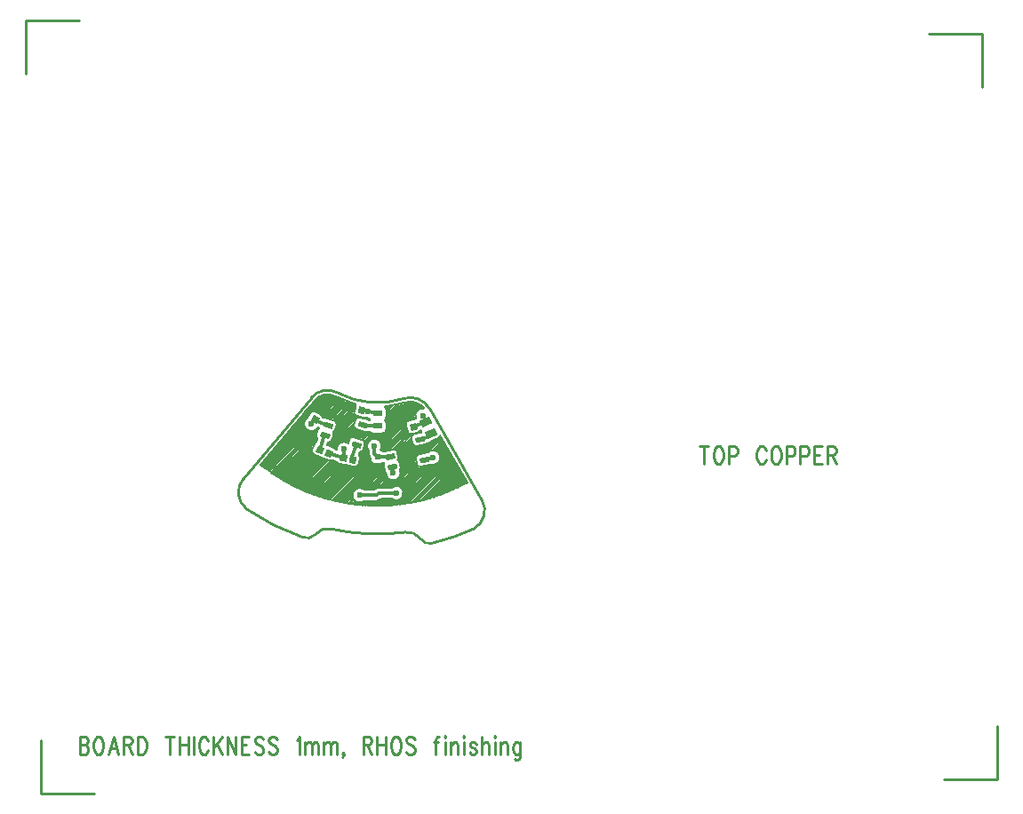
<source format=gbr>
*
*
G04 PADS9.1 Build Number: 392894 generated Gerber (RS-274-X) file*
G04 PC Version=2.1*
*
%IN "4SGI.pcb"*%
*
%MOIN*%
*
%FSLAX35Y35*%
*
*
*
*
G04 PC Standard Apertures*
*
*
G04 Thermal Relief Aperture macro.*
%AMTER*
1,1,$1,0,0*
1,0,$1-$2,0,0*
21,0,$3,$4,0,0,45*
21,0,$3,$4,0,0,135*
%
*
*
G04 Annular Aperture macro.*
%AMANN*
1,1,$1,0,0*
1,0,$2,0,0*
%
*
*
G04 Odd Aperture macro.*
%AMODD*
1,1,$1,0,0*
1,0,$1-0.005,0,0*
%
*
*
G04 PC Custom Aperture Macros*
*
*
*
*
*
*
G04 PC Aperture Table*
*
%ADD010C,0.001*%
%ADD012C,0.01*%
%ADD018R,0.02165X0.02165*%
%ADD019R,0.035X0.024*%
%ADD020C,0.01181*%
%ADD021C,0.02362*%
%ADD022C,0.00709*%
%ADD027C,0.00039*%
*
*
*
*
G04 PC Circuitry*
G04 Layer Name 4SGI.pcb - circuitry*
%LPD*%
*
*
G04 PC Custom Flashes*
G04 Layer Name 4SGI.pcb - flashes*
%LPD*%
*
*
G04 PC Circuitry*
G04 Layer Name 4SGI.pcb - circuitry*
%LPD*%
*
G54D10*
G54D12*
G01X2072157Y1585167D02*
Y1578605D01*
X2070566Y1585167D02*
X2073748D01*
X2077157D02*
X2076703Y1584855D01*
X2076248Y1584230*
X2076021Y1583605*
X2075794Y1582667*
Y1581105*
X2076021Y1580167*
X2076248Y1579542*
X2076703Y1578917*
X2077157Y1578605*
X2078066*
X2078521Y1578917*
X2078975Y1579542*
X2079203Y1580167*
X2079430Y1581105*
Y1582667*
X2079203Y1583605*
X2078975Y1584230*
X2078521Y1584855*
X2078066Y1585167*
X2077157*
X2081475D02*
Y1578605D01*
Y1585167D02*
X2083521D01*
X2084203Y1584855*
X2084430Y1584542*
X2084657Y1583917*
Y1582980*
X2084430Y1582355*
X2084203Y1582042*
X2083521Y1581730*
X2081475*
X2095339Y1583605D02*
X2095112Y1584230D01*
X2094657Y1584855*
X2094203Y1585167*
X2093294*
X2092839Y1584855*
X2092384Y1584230*
X2092157Y1583605*
X2091930Y1582667*
Y1581105*
X2092157Y1580167*
X2092384Y1579542*
X2092839Y1578917*
X2093294Y1578605*
X2094203*
X2094657Y1578917*
X2095112Y1579542*
X2095339Y1580167*
X2098748Y1585167D02*
X2098294Y1584855D01*
X2097839Y1584230*
X2097612Y1583605*
X2097384Y1582667*
Y1581105*
X2097612Y1580167*
X2097839Y1579542*
X2098294Y1578917*
X2098748Y1578605*
X2099657*
X2100112Y1578917*
X2100566Y1579542*
X2100794Y1580167*
X2101021Y1581105*
Y1582667*
X2100794Y1583605*
X2100566Y1584230*
X2100112Y1584855*
X2099657Y1585167*
X2098748*
X2103066D02*
Y1578605D01*
Y1585167D02*
X2105112D01*
X2105794Y1584855*
X2106021Y1584542*
X2106248Y1583917*
Y1582980*
X2106021Y1582355*
X2105794Y1582042*
X2105112Y1581730*
X2103066*
X2108294Y1585167D02*
Y1578605D01*
Y1585167D02*
X2110339D01*
X2111021Y1584855*
X2111248Y1584542*
X2111475Y1583917*
Y1582980*
X2111248Y1582355*
X2111021Y1582042*
X2110339Y1581730*
X2108294*
X2113521Y1585167D02*
Y1578605D01*
Y1585167D02*
X2116475D01*
X2113521Y1582042D02*
X2115339D01*
X2113521Y1578605D02*
X2116475D01*
X2118521Y1585167D02*
Y1578605D01*
Y1585167D02*
X2120566D01*
X2121248Y1584855*
X2121475Y1584542*
X2121703Y1583917*
Y1583292*
X2121475Y1582667*
X2121248Y1582355*
X2120566Y1582042*
X2118521*
X2120112D02*
X2121703Y1578605D01*
X1837997Y1476324D02*
Y1469761D01*
Y1476324D02*
X1840042D01*
X1840724Y1476011*
X1840951Y1475699*
X1841179Y1475074*
Y1474449*
X1840951Y1473824*
X1840724Y1473511*
X1840042Y1473199*
X1837997D02*
X1840042D01*
X1840724Y1472886*
X1840951Y1472574*
X1841179Y1471949*
Y1471011*
X1840951Y1470386*
X1840724Y1470074*
X1840042Y1469761*
X1837997*
X1844588Y1476324D02*
X1844133Y1476011D01*
X1843679Y1475386*
X1843451Y1474761*
X1843224Y1473824*
Y1472261*
X1843451Y1471324*
X1843679Y1470699*
X1844133Y1470074*
X1844588Y1469761*
X1845497*
X1845951Y1470074*
X1846406Y1470699*
X1846633Y1471324*
X1846860Y1472261*
Y1473824*
X1846633Y1474761*
X1846406Y1475386*
X1845951Y1476011*
X1845497Y1476324*
X1844588*
X1850724D02*
X1848906Y1469761D01*
X1850724Y1476324D02*
X1852542Y1469761D01*
X1849588Y1471949D02*
X1851860D01*
X1854588Y1476324D02*
Y1469761D01*
Y1476324D02*
X1856633D01*
X1857315Y1476011*
X1857542Y1475699*
X1857769Y1475074*
Y1474449*
X1857542Y1473824*
X1857315Y1473511*
X1856633Y1473199*
X1854588*
X1856179D02*
X1857769Y1469761D01*
X1859815Y1476324D02*
Y1469761D01*
Y1476324D02*
X1861406D01*
X1862088Y1476011*
X1862542Y1475386*
X1862769Y1474761*
X1862997Y1473824*
Y1472261*
X1862769Y1471324*
X1862542Y1470699*
X1862088Y1470074*
X1861406Y1469761*
X1859815*
X1871860Y1476324D02*
Y1469761D01*
X1870269Y1476324D02*
X1873451D01*
X1875497D02*
Y1469761D01*
X1878679Y1476324D02*
Y1469761D01*
X1875497Y1473199D02*
X1878679D01*
X1880724Y1476324D02*
Y1469761D01*
X1886179Y1474761D02*
X1885951Y1475386D01*
X1885497Y1476011*
X1885042Y1476324*
X1884133*
X1883679Y1476011*
X1883224Y1475386*
X1882997Y1474761*
X1882769Y1473824*
Y1472261*
X1882997Y1471324*
X1883224Y1470699*
X1883679Y1470074*
X1884133Y1469761*
X1885042*
X1885497Y1470074*
X1885951Y1470699*
X1886179Y1471324*
X1888224Y1476324D02*
Y1469761D01*
X1891406Y1476324D02*
X1888224Y1471949D01*
X1889360Y1473511D02*
X1891406Y1469761D01*
X1893451Y1476324D02*
Y1469761D01*
Y1476324D02*
X1896633Y1469761D01*
Y1476324D02*
Y1469761D01*
X1898679Y1476324D02*
Y1469761D01*
Y1476324D02*
X1901633D01*
X1898679Y1473199D02*
X1900497D01*
X1898679Y1469761D02*
X1901633D01*
X1906860Y1475386D02*
X1906406Y1476011D01*
X1905724Y1476324*
X1904815*
X1904133Y1476011*
X1903679Y1475386*
Y1474761*
X1903906Y1474136*
X1904133Y1473824*
X1904588Y1473511*
X1905951Y1472886*
X1906406Y1472574*
X1906633Y1472261*
X1906860Y1471636*
Y1470699*
X1906406Y1470074*
X1905724Y1469761*
X1904815*
X1904133Y1470074*
X1903679Y1470699*
X1912088Y1475386D02*
X1911633Y1476011D01*
X1910951Y1476324*
X1910042*
X1909360Y1476011*
X1908906Y1475386*
Y1474761*
X1909133Y1474136*
X1909360Y1473824*
X1909815Y1473511*
X1911179Y1472886*
X1911633Y1472574*
X1911860Y1472261*
X1912088Y1471636*
Y1470699*
X1911633Y1470074*
X1910951Y1469761*
X1910042*
X1909360Y1470074*
X1908906Y1470699*
X1919360Y1475074D02*
X1919815Y1475386D01*
X1920497Y1476324*
Y1469761*
X1922542Y1474136D02*
Y1469761D01*
Y1472886D02*
X1923224Y1473824D01*
X1923679Y1474136*
X1924360*
X1924815Y1473824*
X1925042Y1472886*
Y1469761*
Y1472886D02*
X1925724Y1473824D01*
X1926179Y1474136*
X1926860*
X1927315Y1473824*
X1927542Y1472886*
Y1469761*
X1929588Y1474136D02*
Y1469761D01*
Y1472886D02*
X1930269Y1473824D01*
X1930724Y1474136*
X1931406*
X1931860Y1473824*
X1932088Y1472886*
Y1469761*
Y1472886D02*
X1932769Y1473824D01*
X1933224Y1474136*
X1933906*
X1934360Y1473824*
X1934588Y1472886*
Y1469761*
X1937088Y1470074D02*
X1936860Y1469761D01*
X1936633Y1470074*
X1936860Y1470386*
X1937088Y1470074*
Y1469449*
X1936860Y1468824*
X1936633Y1468511*
X1944360Y1476324D02*
Y1469761D01*
Y1476324D02*
X1946406D01*
X1947088Y1476011*
X1947315Y1475699*
X1947542Y1475074*
Y1474449*
X1947315Y1473824*
X1947088Y1473511*
X1946406Y1473199*
X1944360*
X1945951D02*
X1947542Y1469761D01*
X1949588Y1476324D02*
Y1469761D01*
X1952769Y1476324D02*
Y1469761D01*
X1949588Y1473199D02*
X1952769D01*
X1956179Y1476324D02*
X1955724Y1476011D01*
X1955269Y1475386*
X1955042Y1474761*
X1954815Y1473824*
Y1472261*
X1955042Y1471324*
X1955269Y1470699*
X1955724Y1470074*
X1956179Y1469761*
X1957088*
X1957542Y1470074*
X1957997Y1470699*
X1958224Y1471324*
X1958451Y1472261*
Y1473824*
X1958224Y1474761*
X1957997Y1475386*
X1957542Y1476011*
X1957088Y1476324*
X1956179*
X1963679Y1475386D02*
X1963224Y1476011D01*
X1962542Y1476324*
X1961633*
X1960951Y1476011*
X1960497Y1475386*
Y1474761*
X1960724Y1474136*
X1960951Y1473824*
X1961406Y1473511*
X1962769Y1472886*
X1963224Y1472574*
X1963451Y1472261*
X1963679Y1471636*
Y1470699*
X1963224Y1470074*
X1962542Y1469761*
X1961633*
X1960951Y1470074*
X1960497Y1470699*
X1972769Y1476324D02*
X1972315D01*
X1971860Y1476011*
X1971633Y1475074*
Y1469761*
X1970951Y1474136D02*
X1972542D01*
X1974815Y1476324D02*
X1975042Y1476011D01*
X1975269Y1476324*
X1975042Y1476636*
X1974815Y1476324*
X1975042Y1474136D02*
Y1469761D01*
X1977315Y1474136D02*
Y1469761D01*
Y1472886D02*
X1977997Y1473824D01*
X1978451Y1474136*
X1979133*
X1979588Y1473824*
X1979815Y1472886*
Y1469761*
X1981860Y1476324D02*
X1982088Y1476011D01*
X1982315Y1476324*
X1982088Y1476636*
X1981860Y1476324*
X1982088Y1474136D02*
Y1469761D01*
X1986860Y1473199D02*
X1986633Y1473824D01*
X1985951Y1474136*
X1985269*
X1984588Y1473824*
X1984360Y1473199*
X1984588Y1472574*
X1985042Y1472261*
X1986179Y1471949*
X1986633Y1471636*
X1986860Y1471011*
Y1470699*
X1986633Y1470074*
X1985951Y1469761*
X1985269*
X1984588Y1470074*
X1984360Y1470699*
X1988906Y1476324D02*
Y1469761D01*
Y1472886D02*
X1989588Y1473824D01*
X1990042Y1474136*
X1990724*
X1991179Y1473824*
X1991406Y1472886*
Y1469761*
X1993451Y1476324D02*
X1993679Y1476011D01*
X1993906Y1476324*
X1993679Y1476636*
X1993451Y1476324*
X1993679Y1474136D02*
Y1469761D01*
X1995951Y1474136D02*
Y1469761D01*
Y1472886D02*
X1996633Y1473824D01*
X1997088Y1474136*
X1997769*
X1998224Y1473824*
X1998451Y1472886*
Y1469761*
X2003224Y1474136D02*
Y1469136D01*
X2002997Y1468199*
X2002769Y1467886*
X2002315Y1467574*
X2001633*
X2001179Y1467886*
X2003224Y1473199D02*
X2002769Y1473824D01*
X2002315Y1474136*
X2001633*
X2001179Y1473824*
X2000724Y1473199*
X2000497Y1472261*
Y1471636*
X2000724Y1470699*
X2001179Y1470074*
X2001633Y1469761*
X2002315*
X2002769Y1470074*
X2003224Y1470699*
X1900788Y1561558D02*
G75*
G03X1921809Y1551031I48934J71466D01*
G01X1921827Y1551025D02*
G03X1926389Y1552091I1471J3999D01*
G01X1932249Y1554225D02*
G03X1926391Y1552092I-1336J-5442D01*
G01X1932289Y1554216D02*
G03X1960292Y1552993I17468J78795D01*
G01X1965815Y1550567D02*
G03X1960269Y1552990I-4781J-3386D01*
G01X1965819Y1550561D02*
G03X1970341Y1548880I3345J2074D01*
G01X1970380Y1548889D02*
G03X1985922Y1554286I-20514J84150D01*
G01X1985913Y1554281D02*
G03X1988944Y1564993I-3840J6872D01*
G01X1988940Y1564999D02*
X1969016Y1599606D01*
X1969018Y1599603D02*
G03X1959686Y1603148I-6910J-4135D01*
G01X1934880Y1605240D02*
G03X1959709Y1603156I14835J27784D01*
G01X1934845Y1605259D02*
G03X1924876Y1603376I-3866J-6861D01*
G01X1924879Y1603379D02*
X1899587Y1573281D01*
X1899585Y1573278D02*
G03X1900763Y1561574I5923J-5315D01*
G01X1837791Y1744944D02*
X1817791D01*
Y1724944*
X1823603Y1475056D02*
Y1455056D01*
X1843603*
X2162209Y1460312D02*
X2182209D01*
Y1480312*
X2176373Y1719944D02*
Y1739944D01*
X2156373*
G54D18*
X1949733Y1581228D03*
Y1577685D03*
G54D19*
Y1597605D03*
Y1592805D03*
G54D20*
X1943040Y1566858D02*
X1949339D01*
X1950127Y1567646*
X1956820*
X1941766Y1585868D02*
X1939895Y1580258D01*
X1939890Y1580244*
X1940334Y1580258*
X1924930Y1593630D02*
X1926262Y1595439D01*
X1931318Y1582692D02*
X1936868Y1580995D01*
X1928033Y1584019D02*
X1929982Y1589471D01*
X1936868Y1580995D02*
X1937135Y1582250D01*
Y1584181*
X1948552Y1585362D02*
Y1582409D01*
X1949733Y1581228*
X1944068Y1593398D02*
X1946583Y1592805D01*
X1949733*
Y1581228D02*
X1952095D01*
X1954380Y1581502*
X1960407Y1582783D02*
X1961532Y1577488D01*
X1955199Y1577651D02*
X1955638Y1575126D01*
X1967252Y1580213D02*
X1970599Y1581031D01*
X1965615Y1587915D02*
X1968421Y1588512D01*
X1969715Y1590148*
X1963156Y1592616D02*
X1963512Y1592718D01*
X1965087Y1593170*
Y1593236*
X1966608Y1593950*
X1967687Y1594498*
X1926262Y1595439D02*
X1928473Y1594057D01*
Y1594049*
X1931133Y1593236*
X1946062Y1598354D02*
X1946562Y1598252D01*
X1949733Y1597605D02*
X1946190Y1598354D01*
X1946562Y1598252*
X1943666Y1598844D02*
X1946062Y1598354D01*
X1966662Y1596780D02*
X1967687Y1594498D01*
G54D21*
X1959182Y1570795D03*
X1943040Y1566858D03*
X1959969D03*
X1956820Y1567646D03*
X1909575Y1579063D03*
X1911544Y1577094D03*
X1937135Y1584181D03*
X1924930Y1593630D03*
X1948552Y1585362D03*
X1955638Y1575126D03*
X1970599Y1581031D03*
X1946190Y1598354D03*
X1966662Y1596780D03*
G54D22*
X1905833Y1578327D02*
G03X1983422Y1571507I43900J54673D01*
G01X1973228Y1589214*
X1972457Y1588408D02*
G03X1973228Y1589214I-649J1392D01*
G01X1972457Y1588408D02*
X1970228Y1587369D01*
X1970089Y1587193*
X1968863Y1586432D02*
G03X1970089Y1587193I-442J2080D01*
G01X1968863Y1586432D02*
X1968333Y1586320D01*
X1967638Y1585971D02*
G03X1968333Y1586320I-319J1502D01*
G01X1967638Y1585971D02*
X1964558Y1585316D01*
X1962736Y1586498D02*
G03X1964558Y1585316I1502J320D01*
G01X1962736Y1586498D02*
X1962409Y1588039D01*
X1963592Y1589860D02*
G03X1962409Y1588039I319J-1502D01*
G01X1963592Y1589860D02*
X1966090Y1590391D01*
X1966247Y1591179D02*
G03X1966090Y1590391I1375J-683D01*
G01X1966013Y1591256D02*
G03X1966247Y1591179I595J1415D01*
G01X1965872Y1591194D02*
G03X1966013Y1591256I-785J1976D01*
G01X1964918Y1590398D02*
G03X1965872Y1591194I-423J1475D01*
G01X1964918Y1590398D02*
X1962837Y1589801D01*
X1960938Y1590853D02*
G03X1962837Y1589801I1476J424D01*
G01X1960938Y1590853D02*
X1960341Y1592935D01*
X1961394Y1594834D02*
G03X1960341Y1592935I423J-1476D01*
G01X1961394Y1594834D02*
X1963475Y1595431D01*
X1964187Y1595463D02*
G03X1963475Y1595431I-289J-1508D01*
G01X1964234Y1595561D02*
G03X1964187Y1595463I1359J-715D01*
G01X1967288Y1599423D02*
G03X1964234Y1595561I-626J-2643D01*
G01X1967288Y1599423D02*
G03X1960157Y1601686I-5180J-3955D01*
G01X1952315Y1600095D02*
G03X1960157Y1601686I-2600J32929D01*
G01X1953018Y1598805D02*
G03X1952315Y1600095I-1535J-0D01*
G01X1953018Y1598805D02*
Y1596405D01*
X1952441Y1595205D02*
G03X1953018Y1596405I-958J1200D01*
G01Y1594005D02*
G03X1952441Y1595205I-1535J-0D01*
G01X1953018Y1594005D02*
Y1591605D01*
X1951483Y1590069D02*
G03X1953018Y1591605I-0J1536D01*
G01X1951483Y1590069D02*
X1947983D01*
X1946758Y1590679D02*
G03X1947983Y1590069I1225J926D01*
G01X1946758Y1590679D02*
X1946583D01*
X1946095Y1590736D02*
G03X1946583Y1590679I488J2069D01*
G01X1946095Y1590736D02*
X1945944Y1590771D01*
X1944895Y1590716D02*
G03X1945944Y1590771I449J1469D01*
G01X1944895Y1590716D02*
X1941883Y1591637D01*
X1940864Y1593555D02*
G03X1941883Y1591637I1468J-449D01*
G01X1940864Y1593555D02*
X1941324Y1595061D01*
X1943242Y1596080D02*
G03X1941324Y1595061I-449J-1468D01*
G01X1943242Y1596080D02*
X1946254Y1595159D01*
X1946648Y1594974D02*
G03X1946254Y1595159I-843J-1283D01*
G01X1946648Y1594974D02*
X1946769Y1594945D01*
X1947025Y1595205D02*
G03X1946769Y1594945I958J-1200D01*
G01X1946632Y1595674D02*
G03X1947025Y1595205I1351J731D01*
G01X1944770Y1596038D02*
G03X1946632Y1595674I1420J2316D01*
G01X1944132Y1596049D02*
G03X1944770Y1596038I345J1496D01*
G01X1944132Y1596049D02*
X1942022Y1596536D01*
X1940871Y1598378D02*
G03X1942022Y1596536I1496J-346D01*
G01X1940871Y1598378D02*
X1941358Y1600488D01*
X1941586Y1601008D02*
G03X1941358Y1600488I1268J-866D01*
G01X1934124Y1603904D02*
G03X1941586Y1601008I15591J29120D01*
G01X1934094Y1603920D02*
G03X1934124Y1603904I754J1337D01*
G01X1934094Y1603920D02*
G03X1926068Y1602408I-3115J-5522D01*
G01X1926054Y1602391D02*
G03X1926068Y1602408I-1175J988D01*
G01X1926054Y1602391D02*
X1905833Y1578327D01*
X1969744Y1578453D02*
G03X1968577Y1582846I855J2578D01*
G01X1969275Y1578269D02*
G03X1969744Y1578453I-319J1502D01*
G01X1969275Y1578269D02*
X1966195Y1577614D01*
X1964374Y1578796D02*
G03X1966195Y1577614I1501J320D01*
G01X1964374Y1578796D02*
X1964046Y1580337D01*
X1965229Y1582158D02*
G03X1964046Y1580337I319J-1502D01*
G01X1965229Y1582158D02*
X1968310Y1582813D01*
X1968577Y1582846D02*
G03X1968310Y1582813I52J-1535D01*
G01X1955128Y1565520D02*
G03Y1569772I1692J2126D01*
G01Y1565520D02*
X1951007D01*
X1950843Y1565355*
X1949339Y1564732D02*
G03X1950843Y1565355I0J2126D01*
G01X1949339Y1564732D02*
X1944731D01*
Y1568984D02*
G03Y1564732I-1691J-2126D01*
G01Y1568984D02*
X1948459D01*
X1948623Y1569149*
X1950127Y1569772D02*
G03X1948623Y1569149I-0J-2126D01*
G01X1950127Y1569772D02*
X1955128D01*
X1958108Y1576257D02*
G03X1958405Y1577528I-1205J952D01*
G01X1952928Y1575305D02*
G03X1958108Y1576257I2710J-179D01*
G01X1952320Y1576234D02*
G03X1952928Y1575305I1502J320D01*
G01X1952320Y1576234D02*
X1951993Y1577775D01*
X1952289Y1579045D02*
G03X1951993Y1577775I1206J-951D01*
G01X1952187Y1579104D02*
G03X1952289Y1579045I816J1301D01*
G01X1952095Y1579102D02*
G03X1952187Y1579104I0J2126D01*
G01X1952095Y1579102D02*
X1951942D01*
X1950816Y1578610D02*
G03X1951942Y1579102I-0J1536D01*
G01X1950816Y1578610D02*
X1948650D01*
X1947115Y1580146D02*
G03X1948650Y1578610I1535J-0D01*
G01X1947115Y1580146D02*
Y1580840D01*
X1947049Y1580906*
X1946426Y1582409D02*
G03X1947049Y1580906I2126J0D01*
G01X1946426Y1582409D02*
Y1583671D01*
X1950806Y1583846D02*
G03X1946426Y1583671I-2254J1516D01*
G01X1950806Y1583846D02*
X1950816D01*
X1951942Y1583354D02*
G03X1950816Y1583846I-1126J-1043D01*
G01X1951942Y1583354D02*
X1951968D01*
X1952106Y1583371*
X1952357Y1583447D02*
G03X1952106Y1583371I319J-1502D01*
G01X1952357Y1583447D02*
X1955437Y1584102D01*
X1957259Y1582919D02*
G03X1955437Y1584102I-1502J-319D01*
G01X1957259Y1582919D02*
X1957586Y1581379D01*
X1957289Y1580108D02*
G03X1957586Y1581379I-1205J951D01*
G01X1958077Y1579068D02*
G03X1957289Y1580108I-1502J-319D01*
G01X1958077Y1579068D02*
X1958405Y1577528D01*
X1944971Y1585712D02*
G03X1943951Y1587629I-1469J449D01*
G01X1944971Y1585712D02*
X1944510Y1584206D01*
X1943091Y1583120D02*
G03X1944510Y1584206I-49J1535D01*
G01X1943091Y1583120D02*
X1942758Y1582121D01*
X1943120Y1580773D02*
G03X1942758Y1582121I-1502J319D01*
G01X1943120Y1580773D02*
X1942669Y1578655D01*
X1940848Y1577472D02*
G03X1942669Y1578655I320J1502D01*
G01X1940848Y1577472D02*
X1938730Y1577923D01*
X1938090Y1578226D02*
G03X1938730Y1577923I959J1198D01*
G01X1937382Y1578209D02*
G03X1938090Y1578226I320J1502D01*
G01X1937382Y1578209D02*
X1935264Y1578659D01*
X1934154Y1579602D02*
G03X1935264Y1578659I1430J559D01*
G01X1934154Y1579602D02*
X1932789Y1580019D01*
X1931341Y1579859D02*
G03X1932789Y1580019I575J1423D01*
G01X1931341Y1579859D02*
X1929333Y1580670D01*
X1928756Y1581079D02*
G03X1929333Y1580670I1152J1015D01*
G01X1928056Y1581186D02*
G03X1928756Y1581079I575J1424D01*
G01X1928056Y1581186D02*
X1926048Y1581997D01*
X1925200Y1583996D02*
G03X1926048Y1581997I1423J-575D01*
G01X1925200Y1583996D02*
X1926011Y1586004D01*
X1926774Y1586815D02*
G03X1926011Y1586004I660J-1386D01*
G01X1926774Y1586815D02*
X1927213Y1588042D01*
X1926777Y1589627D02*
G03X1927213Y1588042I1469J-448D01*
G01X1926777Y1589627D02*
X1927238Y1591133D01*
X1927911Y1591998D02*
G03X1927238Y1591133I795J-1314D01*
G01X1927911Y1591998D02*
X1927852Y1592016D01*
X1927289Y1592283D02*
G03X1927852Y1592016I1184J1766D01*
G01X1923480Y1595927D02*
G03X1927289Y1592283I1450J-2297D01*
G01X1923480Y1595927D02*
X1924616Y1597744D01*
X1926731Y1598233D02*
G03X1924616Y1597744I-813J-1302D01*
G01X1926731Y1598233D02*
X1928568Y1597085D01*
X1929262Y1596071D02*
G03X1928568Y1597085I-1508J-288D01*
G01X1929262Y1596071D02*
X1929387Y1595993D01*
X1929529Y1595949*
X1930306Y1595918D02*
G03X1929529Y1595949I-449J-1469D01*
G01X1930306Y1595918D02*
X1933318Y1594997D01*
X1934338Y1593080D02*
G03X1933318Y1594997I-1469J449D01*
G01X1934338Y1593080D02*
X1933877Y1591574D01*
X1933002Y1590606D02*
G03X1933877Y1591574I-593J1417D01*
G01X1933186Y1589315D02*
G03X1933002Y1590606I-1468J449D01*
G01X1933186Y1589315D02*
X1932726Y1587809D01*
X1931257Y1586722D02*
G03X1932726Y1587809I1J1536D01*
G01X1931257Y1586722D02*
X1930866Y1585630D01*
X1931295Y1585525D02*
G03X1930866Y1585630I-575J-1424D01*
G01X1931295Y1585525D02*
X1933303Y1584714D01*
X1934043Y1584082D02*
G03X1933303Y1584714I-1316J-792D01*
G01X1934043Y1584082D02*
X1934427Y1583965D01*
X1938681Y1586415D02*
G03X1934427Y1583965I-1546J-2234D01*
G01X1938681Y1586415D02*
X1939022Y1587531D01*
X1940939Y1588550D02*
G03X1939022Y1587531I-449J-1468D01*
G01X1940939Y1588550D02*
X1943951Y1587629D01*
X1983323Y1571453D02*
X1983406Y1571535D01*
X1981420Y1570452D02*
X1983076Y1572107D01*
X1979655Y1569588D02*
X1982747Y1572680D01*
X1977997Y1568832D02*
X1982417Y1573252D01*
X1976425Y1568162D02*
X1982087Y1573825D01*
X1974926Y1567565D02*
X1981758Y1574397D01*
X1973489Y1567030D02*
X1981428Y1574969D01*
X1972105Y1566548D02*
X1981099Y1575542D01*
X1970767Y1566112D02*
X1980769Y1576114D01*
X1969472Y1565719D02*
X1980440Y1576687D01*
X1968213Y1565362D02*
X1980110Y1577259D01*
X1966988Y1565039D02*
X1979781Y1577832D01*
X1965794Y1564747D02*
X1979451Y1578404D01*
X1964629Y1564483D02*
X1979121Y1578976D01*
X1963489Y1564246D02*
X1978792Y1579549D01*
X1962373Y1564032D02*
X1978462Y1580121D01*
X1961279Y1563840D02*
X1978133Y1580694D01*
X1960207Y1563670D02*
X1977803Y1581266D01*
X1959154Y1563519D02*
X1977474Y1581839D01*
X1958120Y1563386D02*
X1977144Y1582411D01*
X1957103Y1563271D02*
X1976815Y1582983D01*
X1973210Y1580281D02*
X1976485Y1583556D01*
X1973305Y1581277D02*
X1976156Y1584128D01*
X1973134Y1582009D02*
X1975826Y1584701D01*
X1972820Y1582596D02*
X1975496Y1585273D01*
X1972393Y1583072D02*
X1975167Y1585846D01*
X1971858Y1583439D02*
X1974837Y1586418D01*
X1971198Y1583681D02*
X1974508Y1586990D01*
X1970352Y1583737D02*
X1974178Y1587563D01*
X1968558Y1582845D02*
X1973849Y1588135D01*
X1967439Y1582628D02*
X1973519Y1588708D01*
X1966294Y1582384D02*
X1972196Y1588287D01*
X1959102Y1566173D02*
X1971350Y1578421D01*
X1965145Y1582138D02*
X1970506Y1587499D01*
X1959532Y1567505D02*
X1970353Y1578326D01*
X1959450Y1568325D02*
X1969438Y1578313D01*
X1958183Y1576077D02*
X1968450Y1586344D01*
X1959192Y1568969D02*
X1968281Y1578057D01*
X1967129Y1599456D02*
X1967204Y1599531D01*
X1958813Y1569491D02*
X1967135Y1577814D01*
X1958438Y1577234D02*
X1967049Y1585845D01*
X1966234Y1599462D02*
X1966782Y1600010D01*
X1951268Y1585398D02*
X1966315Y1600445D01*
X1965062Y1590173D02*
X1966109Y1591219D01*
X1958326Y1569906D02*
X1966005Y1577586D01*
X1958304Y1578002D02*
X1965903Y1585602D01*
X1951144Y1586176D02*
X1965804Y1600836D01*
X1950860Y1586794D02*
X1965246Y1601180D01*
X1957724Y1570207D02*
X1965237Y1577719D01*
X1958146Y1578746D02*
X1964758Y1585358D01*
X1956973Y1570358D02*
X1964720Y1578105D01*
X1950460Y1587296D02*
X1964638Y1601474D01*
X1955924Y1570210D02*
X1964401Y1578688D01*
X1954583Y1569772D02*
X1964239Y1579428D01*
X1964058Y1595482D02*
X1964202Y1595626D01*
X1963917Y1589929D02*
X1964171Y1590183D01*
X1958234Y1574325D02*
X1964081Y1580172D01*
X1958347Y1575339D02*
X1964066Y1581059D01*
X1962956Y1595282D02*
X1963986Y1596312D01*
X1961691Y1594919D02*
X1963979Y1597207D01*
X1949952Y1587690D02*
X1963974Y1601712D01*
X1957943Y1579446D02*
X1963834Y1585336D01*
X1953018Y1591658D02*
X1963245Y1601885D01*
X1957540Y1579944D02*
X1963244Y1585648D01*
X1956806Y1583721D02*
X1962906Y1589821D01*
X1957613Y1580920D02*
X1962852Y1586158D01*
X1957513Y1581721D02*
X1962658Y1586867D01*
X1957355Y1582465D02*
X1962500Y1587610D01*
X1953018Y1592560D02*
X1962435Y1601977D01*
X1957175Y1583188D02*
X1962376Y1588388D01*
X1956241Y1584057D02*
X1961986Y1589802D01*
X1953018Y1593462D02*
X1961514Y1601958D01*
X1955369Y1584087D02*
X1961403Y1590121D01*
X1954224Y1583844D02*
X1961017Y1590638D01*
X1953078Y1583600D02*
X1960803Y1591325D01*
X1951936Y1583361D02*
X1960602Y1592026D01*
X1952984Y1594329D02*
X1960416Y1601762D01*
X1951403Y1583730D02*
X1960401Y1592727D01*
X1951037Y1584265D02*
X1960290Y1593518D01*
X1952697Y1594945D02*
X1959109Y1601356D01*
X1956102Y1563173D02*
X1958292Y1565363D01*
X1952996Y1596146D02*
X1957864Y1601013D01*
X1955117Y1563090D02*
X1956960Y1564933D01*
X1953018Y1597070D02*
X1956684Y1600736D01*
X1953681Y1569772D02*
X1956440Y1572530D01*
X1954147Y1563022D02*
X1956141Y1565015D01*
X1953018Y1597972D02*
X1955560Y1600514D01*
X1953192Y1562968D02*
X1955496Y1565273D01*
X1952779Y1569772D02*
X1955425Y1572418D01*
X1952250Y1562928D02*
X1954841Y1565520D01*
X1951877Y1569772D02*
X1954687Y1572581D01*
X1953017Y1598873D02*
X1954483Y1600338D01*
X1950975Y1569772D02*
X1954094Y1572891D01*
X1951320Y1562901D02*
X1953939Y1565520D01*
X1950073Y1569771D02*
X1953615Y1573313D01*
X1952813Y1599571D02*
X1953446Y1600204D01*
X1948384Y1568984D02*
X1953243Y1573844D01*
X1950404Y1562886D02*
X1953037Y1565520D01*
X1947482Y1568984D02*
X1952996Y1574498D01*
X1946580Y1568984D02*
X1952912Y1575317D01*
X1945678Y1568984D02*
X1952488Y1575794D01*
X1952386Y1600046D02*
X1952446Y1600106D01*
X1944776Y1568984D02*
X1952269Y1576477D01*
X1942629Y1569544D02*
X1952189Y1579103D01*
X1949499Y1562883D02*
X1952135Y1565520D01*
X1944203Y1569313D02*
X1952110Y1577221D01*
X1943520Y1569532D02*
X1951964Y1577976D01*
X1949326Y1587966D02*
X1951429Y1590069D01*
X1948606Y1562892D02*
X1951233Y1565520D01*
X1936355Y1564171D02*
X1950794Y1578610D01*
X1948537Y1588079D02*
X1950527Y1590069D01*
X1935603Y1564321D02*
X1949892Y1578610D01*
X1947359Y1587803D02*
X1949625Y1590069D01*
X1947723Y1562912D02*
X1949555Y1564743D01*
X1934859Y1564479D02*
X1948990Y1578610D01*
X1945024Y1586370D02*
X1948723Y1590069D01*
X1946852Y1562942D02*
X1948642Y1564732D01*
X1934121Y1564643D02*
X1948166Y1578688D01*
X1944774Y1587022D02*
X1947829Y1590077D01*
X1945990Y1562983D02*
X1947740Y1564732D01*
X1933390Y1564814D02*
X1947601Y1579025D01*
X1932666Y1564992D02*
X1947232Y1579558D01*
X1944314Y1587464D02*
X1947159Y1590309D01*
X1931948Y1565176D02*
X1947115Y1580343D01*
X1931237Y1565367D02*
X1946918Y1581049D01*
X1945139Y1563034D02*
X1946838Y1564732D01*
X1946499Y1595060D02*
X1946830Y1595391D01*
X1943665Y1587717D02*
X1946627Y1590679D01*
X1930531Y1565563D02*
X1946581Y1581613D01*
X1942653Y1578587D02*
X1946426Y1582360D01*
X1942899Y1579735D02*
X1946426Y1583262D01*
X1943138Y1580876D02*
X1946224Y1583962D01*
X1945826Y1595290D02*
X1946174Y1595638D01*
X1944840Y1585284D02*
X1946111Y1586555D01*
X1943037Y1581677D02*
X1945948Y1584588D01*
X1944298Y1563094D02*
X1945936Y1564732D01*
X1944404Y1583946D02*
X1945835Y1585377D01*
X1942974Y1587928D02*
X1945750Y1590704D01*
X1945135Y1595501D02*
X1945392Y1595758D01*
X1943465Y1563164D02*
X1945034Y1564732D01*
X1942283Y1588139D02*
X1944869Y1590724D01*
X1944445Y1595712D02*
X1944770Y1596038D01*
X1941593Y1588350D02*
X1944178Y1590936D01*
X1943754Y1595923D02*
X1943927Y1596096D01*
X1942847Y1582389D02*
X1943751Y1583293D01*
X1942642Y1563242D02*
X1943600Y1564200D01*
X1940901Y1588561D02*
X1943487Y1591147D01*
X1943053Y1596125D02*
X1943194Y1596266D01*
X1939961Y1588523D02*
X1942796Y1591358D01*
X1941828Y1563330D02*
X1942665Y1564168D01*
X1941851Y1595824D02*
X1942461Y1596435D01*
X1937419Y1586883D02*
X1942106Y1591569D01*
X1941022Y1563426D02*
X1941961Y1564365D01*
X1932544Y1587420D02*
X1941751Y1596626D01*
X1931478Y1585451D02*
X1941580Y1595554D01*
X1929832Y1565766D02*
X1941554Y1577488D01*
X1934385Y1593771D02*
X1941524Y1600910D01*
X1936442Y1586808D02*
X1941470Y1591835D01*
X1940224Y1563531D02*
X1941392Y1564699D01*
X1933032Y1588809D02*
X1941227Y1597004D01*
X1934224Y1592707D02*
X1941164Y1599648D01*
X1932120Y1585192D02*
X1941032Y1594103D01*
X1933402Y1584669D02*
X1941028Y1592295D01*
X1939435Y1563643D02*
X1940934Y1565142D01*
X1934125Y1594412D02*
X1940902Y1601190D01*
X1933245Y1589925D02*
X1940900Y1597579D01*
X1933807Y1591389D02*
X1940893Y1598475D01*
X1932762Y1584932D02*
X1940803Y1592972D01*
X1929139Y1565975D02*
X1940674Y1577510D01*
X1938654Y1563764D02*
X1940585Y1565695D01*
X1937880Y1563892D02*
X1940366Y1566378D01*
X1937114Y1564028D02*
X1940355Y1567269D01*
X1933657Y1594846D02*
X1940202Y1601392D01*
X1928452Y1566190D02*
X1939930Y1577668D01*
X1933002Y1595094D02*
X1939515Y1601607D01*
X1927771Y1566411D02*
X1939186Y1577826D01*
X1938142Y1586704D02*
X1939049Y1587611D01*
X1932311Y1595305D02*
X1938840Y1601834D01*
X1927096Y1566638D02*
X1938463Y1578005D01*
X1931621Y1595516D02*
X1938178Y1602073D01*
X1926426Y1566870D02*
X1937732Y1578176D01*
X1930930Y1595727D02*
X1937526Y1602323D01*
X1925762Y1567108D02*
X1936954Y1578300D01*
X1930238Y1595937D02*
X1936886Y1602585D01*
X1929391Y1595992D02*
X1936257Y1602858D01*
X1925103Y1567351D02*
X1936210Y1578458D01*
X1929070Y1596574D02*
X1935639Y1603142D01*
X1924450Y1567600D02*
X1935467Y1578616D01*
X1928635Y1597041D02*
X1935031Y1603436D01*
X1923802Y1567854D02*
X1934793Y1578845D01*
X1933907Y1584273D02*
X1934508Y1584873D01*
X1928082Y1597389D02*
X1934433Y1603740D01*
X1923160Y1568113D02*
X1934326Y1579280D01*
X1927527Y1597736D02*
X1933844Y1604053D01*
X1922522Y1568378D02*
X1933841Y1579697D01*
X1926972Y1598083D02*
X1933218Y1604329D01*
X1921890Y1568648D02*
X1933151Y1579908D01*
X1933011Y1590592D02*
X1933043Y1590624D01*
X1926381Y1598394D02*
X1932532Y1604545D01*
X1921263Y1568923D02*
X1932098Y1579758D01*
X1930929Y1585804D02*
X1932095Y1586971D01*
X1925491Y1598406D02*
X1931773Y1604688D01*
X1920641Y1569203D02*
X1931310Y1579871D01*
X1912794Y1586611D02*
X1930921Y1604738D01*
X1920024Y1569488D02*
X1930667Y1580131D01*
X1919412Y1569778D02*
X1930025Y1580391D01*
X1917540Y1592259D02*
X1929932Y1604651D01*
X1918805Y1570073D02*
X1929382Y1580650D01*
X1918203Y1570372D02*
X1928831Y1581000D01*
X1922285Y1597906D02*
X1928690Y1604310D01*
X1917605Y1570677D02*
X1928098Y1581170D01*
X1917012Y1570986D02*
X1927455Y1581429D01*
X1910255Y1575053D02*
X1927411Y1592208D01*
X1910794Y1574689D02*
X1927238Y1591133D01*
X1912436Y1573625D02*
X1927039Y1588229D01*
X1912992Y1573280D02*
X1926912Y1587199D01*
X1911337Y1574330D02*
X1926840Y1589834D01*
X1916424Y1571300D02*
X1926813Y1581688D01*
X1911884Y1573976D02*
X1926748Y1588839D01*
X1915841Y1571618D02*
X1926170Y1581948D01*
X1913553Y1572938D02*
X1925599Y1584984D01*
X1915262Y1571941D02*
X1925598Y1582278D01*
X1909721Y1575420D02*
X1925231Y1590930D01*
X1914688Y1572269D02*
X1925219Y1582800D01*
X1914118Y1572602D02*
X1925096Y1583579D01*
X1909191Y1575792D02*
X1924370Y1590972D01*
X1908049Y1580964D02*
X1924259Y1597174D01*
X1908665Y1576168D02*
X1923703Y1591206D01*
X1908144Y1576549D02*
X1923162Y1591567D01*
X1907626Y1576934D02*
X1922730Y1592037D01*
X1907113Y1577323D02*
X1922409Y1592618D01*
X1906100Y1578113D02*
X1922301Y1594314D01*
X1906605Y1577716D02*
X1922229Y1593340D01*
G54D27*
X1962427Y1591301D02*
X1964471Y1591887D01*
X1963885Y1593931*
X1961841Y1593345*
X1962427Y1591301*
X1962427*
X1962416Y1591340D02*
X1962564D01*
X1962405Y1591380D02*
X1962702D01*
X1962393Y1591419D02*
X1962839D01*
X1962382Y1591458D02*
X1962976D01*
X1962371Y1591498D02*
X1963114D01*
X1962359Y1591537D02*
X1963251D01*
X1962348Y1591577D02*
X1963388D01*
X1962337Y1591616D02*
X1963526D01*
X1962326Y1591655D02*
X1963663D01*
X1962314Y1591695D02*
X1963800D01*
X1962303Y1591734D02*
X1963937D01*
X1962292Y1591773D02*
X1964075D01*
X1962280Y1591813D02*
X1964212D01*
X1962269Y1591852D02*
X1964349D01*
X1962258Y1591892D02*
X1964469D01*
X1962247Y1591931D02*
X1964458D01*
X1962235Y1591970D02*
X1964447D01*
X1962224Y1592010D02*
X1964436D01*
X1962213Y1592049D02*
X1964424D01*
X1962201Y1592088D02*
X1964413D01*
X1962190Y1592128D02*
X1964402D01*
X1962179Y1592167D02*
X1964390D01*
X1962168Y1592206D02*
X1964379D01*
X1962156Y1592246D02*
X1964368D01*
X1962145Y1592285D02*
X1964357D01*
X1962134Y1592325D02*
X1964345D01*
X1962122Y1592364D02*
X1964334D01*
X1962111Y1592403D02*
X1964323D01*
X1962100Y1592443D02*
X1964311D01*
X1962088Y1592482D02*
X1964300D01*
X1962077Y1592521D02*
X1964289D01*
X1962066Y1592561D02*
X1964278D01*
X1962055Y1592600D02*
X1964266D01*
X1962043Y1592640D02*
X1964255D01*
X1962032Y1592679D02*
X1964244D01*
X1962021Y1592718D02*
X1964232D01*
X1962009Y1592758D02*
X1964221D01*
X1961998Y1592797D02*
X1964210D01*
X1961987Y1592836D02*
X1964199D01*
X1961976Y1592876D02*
X1964187D01*
X1961964Y1592915D02*
X1964176D01*
X1961953Y1592955D02*
X1964165D01*
X1961942Y1592994D02*
X1964153D01*
X1961930Y1593033D02*
X1964142D01*
X1961919Y1593073D02*
X1964131D01*
X1961908Y1593112D02*
X1964120D01*
X1961897Y1593151D02*
X1964108D01*
X1961885Y1593191D02*
X1964097D01*
X1961874Y1593230D02*
X1964086D01*
X1961863Y1593269D02*
X1964074D01*
X1961851Y1593309D02*
X1964063D01*
X1961854Y1593348D02*
X1964052D01*
X1961991Y1593388D02*
X1964040D01*
X1962128Y1593427D02*
X1964029D01*
X1962266Y1593466D02*
X1964018D01*
X1962403Y1593506D02*
X1964007D01*
X1962540Y1593545D02*
X1963995D01*
X1962678Y1593584D02*
X1963984D01*
X1962815Y1593624D02*
X1963973D01*
X1962952Y1593663D02*
X1963961D01*
X1963089Y1593703D02*
X1963950D01*
X1963227Y1593742D02*
X1963939D01*
X1963364Y1593781D02*
X1963928D01*
X1963501Y1593821D02*
X1963916D01*
X1963639Y1593860D02*
X1963905D01*
X1963776Y1593899D02*
X1963894D01*
X1961859Y1593283D02*
Y1593350D01*
X1961898Y1593145D02*
Y1593361D01*
X1961938Y1593008D02*
Y1593372D01*
X1961977Y1592871D02*
Y1593384D01*
X1962016Y1592733D02*
Y1593395D01*
X1962056Y1592596D02*
Y1593406D01*
X1962095Y1592459D02*
Y1593417D01*
X1962135Y1592322D02*
Y1593429D01*
X1962174Y1592184D02*
Y1593440D01*
X1962213Y1592047D02*
Y1593451D01*
X1962253Y1591910D02*
Y1593463D01*
X1962292Y1591772D02*
Y1593474D01*
X1962331Y1591635D02*
Y1593485D01*
X1962371Y1591498D02*
Y1593496D01*
X1962410Y1591360D02*
Y1593508D01*
X1962449Y1591307D02*
Y1593519D01*
X1962489Y1591319D02*
Y1593530D01*
X1962528Y1591330D02*
Y1593542D01*
X1962568Y1591341D02*
Y1593553D01*
X1962607Y1591353D02*
Y1593564D01*
X1962646Y1591364D02*
Y1593575D01*
X1962686Y1591375D02*
Y1593587D01*
X1962725Y1591386D02*
Y1593598D01*
X1962764Y1591398D02*
Y1593609D01*
X1962804Y1591409D02*
Y1593621D01*
X1962843Y1591420D02*
Y1593632D01*
X1962883Y1591432D02*
Y1593643D01*
X1962922Y1591443D02*
Y1593655D01*
X1962961Y1591454D02*
Y1593666D01*
X1963001Y1591465D02*
Y1593677D01*
X1963040Y1591477D02*
Y1593688D01*
X1963079Y1591488D02*
Y1593700D01*
X1963119Y1591499D02*
Y1593711D01*
X1963158Y1591511D02*
Y1593722D01*
X1963198Y1591522D02*
Y1593734D01*
X1963237Y1591533D02*
Y1593745D01*
X1963276Y1591544D02*
Y1593756D01*
X1963316Y1591556D02*
Y1593767D01*
X1963355Y1591567D02*
Y1593779D01*
X1963394Y1591578D02*
Y1593790D01*
X1963434Y1591590D02*
Y1593801D01*
X1963473Y1591601D02*
Y1593813D01*
X1963512Y1591612D02*
Y1593824D01*
X1963552Y1591623D02*
Y1593835D01*
X1963591Y1591635D02*
Y1593846D01*
X1963631Y1591646D02*
Y1593858D01*
X1963670Y1591657D02*
Y1593869D01*
X1963709Y1591669D02*
Y1593880D01*
X1963749Y1591680D02*
Y1593892D01*
X1963788Y1591691D02*
Y1593903D01*
X1963827Y1591702D02*
Y1593914D01*
X1963867Y1591714D02*
Y1593925D01*
X1963906Y1591725D02*
Y1593856D01*
X1963946Y1591736D02*
Y1593719D01*
X1963985Y1591748D02*
Y1593581D01*
X1964024Y1591759D02*
Y1593444D01*
X1964064Y1591770D02*
Y1593307D01*
X1964103Y1591782D02*
Y1593170D01*
X1964142Y1591793D02*
Y1593032D01*
X1964182Y1591804D02*
Y1592895D01*
X1964221Y1591815D02*
Y1592758D01*
X1964260Y1591827D02*
Y1592620D01*
X1964300Y1591838D02*
Y1592483D01*
X1964339Y1591849D02*
Y1592346D01*
X1964379Y1591861D02*
Y1592208D01*
X1964418Y1591872D02*
Y1592071D01*
X1964457Y1591883D02*
Y1591934D01*
X1959021Y1590324D02*
X1961065Y1590910D01*
X1960479Y1592954*
X1958435Y1592368*
X1959021Y1590324*
X1959021*
X1959010Y1590364D02*
X1959158D01*
X1958999Y1590403D02*
X1959296D01*
X1958987Y1590442D02*
X1959433D01*
X1958976Y1590482D02*
X1959570D01*
X1958965Y1590521D02*
X1959708D01*
X1958953Y1590561D02*
X1959845D01*
X1958942Y1590600D02*
X1959982D01*
X1958931Y1590639D02*
X1960120D01*
X1958920Y1590679D02*
X1960257D01*
X1958908Y1590718D02*
X1960394D01*
X1958897Y1590757D02*
X1960531D01*
X1958886Y1590797D02*
X1960669D01*
X1958874Y1590836D02*
X1960806D01*
X1958863Y1590875D02*
X1960943D01*
X1958852Y1590915D02*
X1961063D01*
X1958840Y1590954D02*
X1961052D01*
X1958829Y1590994D02*
X1961041D01*
X1958818Y1591033D02*
X1961030D01*
X1958807Y1591072D02*
X1961018D01*
X1958795Y1591112D02*
X1961007D01*
X1958784Y1591151D02*
X1960996D01*
X1958773Y1591190D02*
X1960984D01*
X1958761Y1591230D02*
X1960973D01*
X1958750Y1591269D02*
X1960962D01*
X1958739Y1591309D02*
X1960951D01*
X1958728Y1591348D02*
X1960939D01*
X1958716Y1591387D02*
X1960928D01*
X1958705Y1591427D02*
X1960917D01*
X1958694Y1591466D02*
X1960905D01*
X1958682Y1591505D02*
X1960894D01*
X1958671Y1591545D02*
X1960883D01*
X1958660Y1591584D02*
X1960872D01*
X1958649Y1591624D02*
X1960860D01*
X1958637Y1591663D02*
X1960849D01*
X1958626Y1591702D02*
X1960838D01*
X1958615Y1591742D02*
X1960826D01*
X1958603Y1591781D02*
X1960815D01*
X1958592Y1591820D02*
X1960804D01*
X1958581Y1591860D02*
X1960792D01*
X1958570Y1591899D02*
X1960781D01*
X1958558Y1591938D02*
X1960770D01*
X1958547Y1591978D02*
X1960759D01*
X1958536Y1592017D02*
X1960747D01*
X1958524Y1592057D02*
X1960736D01*
X1958513Y1592096D02*
X1960725D01*
X1958502Y1592135D02*
X1960713D01*
X1958491Y1592175D02*
X1960702D01*
X1958479Y1592214D02*
X1960691D01*
X1958468Y1592253D02*
X1960680D01*
X1958457Y1592293D02*
X1960668D01*
X1958445Y1592332D02*
X1960657D01*
X1958448Y1592372D02*
X1960646D01*
X1958585Y1592411D02*
X1960634D01*
X1958722Y1592450D02*
X1960623D01*
X1958860Y1592490D02*
X1960612D01*
X1958997Y1592529D02*
X1960601D01*
X1959134Y1592568D02*
X1960589D01*
X1959272Y1592608D02*
X1960578D01*
X1959409Y1592647D02*
X1960567D01*
X1959546Y1592687D02*
X1960555D01*
X1959683Y1592726D02*
X1960544D01*
X1959821Y1592765D02*
X1960533D01*
X1959958Y1592805D02*
X1960522D01*
X1960095Y1592844D02*
X1960510D01*
X1960233Y1592883D02*
X1960499D01*
X1960370Y1592923D02*
X1960488D01*
X1958473Y1592235D02*
Y1592379D01*
X1958512Y1592098D02*
Y1592390D01*
X1958552Y1591961D02*
Y1592401D01*
X1958591Y1591824D02*
Y1592413D01*
X1958631Y1591686D02*
Y1592424D01*
X1958670Y1591549D02*
Y1592435D01*
X1958709Y1591412D02*
Y1592447D01*
X1958749Y1591274D02*
Y1592458D01*
X1958788Y1591137D02*
Y1592469D01*
X1958827Y1591000D02*
Y1592480D01*
X1958867Y1590862D02*
Y1592492D01*
X1958906Y1590725D02*
Y1592503D01*
X1958946Y1590588D02*
Y1592514D01*
X1958985Y1590451D02*
Y1592526D01*
X1959024Y1590325D02*
Y1592537D01*
X1959064Y1590337D02*
Y1592548D01*
X1959103Y1590348D02*
Y1592559D01*
X1959142Y1590359D02*
Y1592571D01*
X1959182Y1590370D02*
Y1592582D01*
X1959221Y1590382D02*
Y1592593D01*
X1959260Y1590393D02*
Y1592605D01*
X1959300Y1590404D02*
Y1592616D01*
X1959339Y1590416D02*
Y1592627D01*
X1959379Y1590427D02*
Y1592638D01*
X1959418Y1590438D02*
Y1592650D01*
X1959457Y1590449D02*
Y1592661D01*
X1959497Y1590461D02*
Y1592672D01*
X1959536Y1590472D02*
Y1592684D01*
X1959575Y1590483D02*
Y1592695D01*
X1959615Y1590495D02*
Y1592706D01*
X1959654Y1590506D02*
Y1592718D01*
X1959694Y1590517D02*
Y1592729D01*
X1959733Y1590528D02*
Y1592740D01*
X1959772Y1590540D02*
Y1592751D01*
X1959812Y1590551D02*
Y1592763D01*
X1959851Y1590562D02*
Y1592774D01*
X1959890Y1590574D02*
Y1592785D01*
X1959930Y1590585D02*
Y1592797D01*
X1959969Y1590596D02*
Y1592808D01*
X1960009Y1590607D02*
Y1592819D01*
X1960048Y1590619D02*
Y1592830D01*
X1960087Y1590630D02*
Y1592842D01*
X1960127Y1590641D02*
Y1592853D01*
X1960166Y1590653D02*
Y1592864D01*
X1960205Y1590664D02*
Y1592876D01*
X1960245Y1590675D02*
Y1592887D01*
X1960284Y1590686D02*
Y1592898D01*
X1960323Y1590698D02*
Y1592909D01*
X1960363Y1590709D02*
Y1592921D01*
X1960402Y1590720D02*
Y1592932D01*
X1960442Y1590732D02*
Y1592943D01*
X1960481Y1590743D02*
Y1592946D01*
X1960520Y1590754D02*
Y1592809D01*
X1960560Y1590765D02*
Y1592672D01*
X1960599Y1590777D02*
Y1592534D01*
X1960638Y1590788D02*
Y1592397D01*
X1960678Y1590799D02*
Y1592260D01*
X1960717Y1590811D02*
Y1592122D01*
X1960757Y1590822D02*
Y1591985D01*
X1960796Y1590833D02*
Y1591848D01*
X1960835Y1590845D02*
Y1591710D01*
X1960875Y1590856D02*
Y1591573D01*
X1960914Y1590867D02*
Y1591436D01*
X1960953Y1590878D02*
Y1591299D01*
X1960993Y1590890D02*
Y1591161D01*
X1961032Y1590901D02*
Y1591024D01*
X1925924Y1596904D02*
X1924797Y1595101D01*
X1926600Y1593974*
X1927727Y1595777*
X1925924Y1596904*
X1926600Y1593974D02*
X1926600D01*
X1926537Y1594013D02*
X1926625D01*
X1926474Y1594053D02*
X1926649D01*
X1926411Y1594092D02*
X1926674D01*
X1926348Y1594132D02*
X1926699D01*
X1926285Y1594171D02*
X1926723D01*
X1926222Y1594210D02*
X1926748D01*
X1926159Y1594250D02*
X1926772D01*
X1926096Y1594289D02*
X1926797D01*
X1926033Y1594328D02*
X1926822D01*
X1925970Y1594368D02*
X1926846D01*
X1925907Y1594407D02*
X1926871D01*
X1925844Y1594446D02*
X1926895D01*
X1925781Y1594486D02*
X1926920D01*
X1925718Y1594525D02*
X1926945D01*
X1925655Y1594565D02*
X1926969D01*
X1925592Y1594604D02*
X1926994D01*
X1925529Y1594643D02*
X1927018D01*
X1925466Y1594683D02*
X1927043D01*
X1925403Y1594722D02*
X1927068D01*
X1925340Y1594761D02*
X1927092D01*
X1925277Y1594801D02*
X1927117D01*
X1925214Y1594840D02*
X1927142D01*
X1925151Y1594880D02*
X1927166D01*
X1925088Y1594919D02*
X1927191D01*
X1925025Y1594958D02*
X1927215D01*
X1924962Y1594998D02*
X1927240D01*
X1924899Y1595037D02*
X1927265D01*
X1924836Y1595076D02*
X1927289D01*
X1924807Y1595116D02*
X1927314D01*
X1924831Y1595155D02*
X1927338D01*
X1924856Y1595195D02*
X1927363D01*
X1924881Y1595234D02*
X1927388D01*
X1924905Y1595273D02*
X1927412D01*
X1924930Y1595313D02*
X1927437D01*
X1924954Y1595352D02*
X1927461D01*
X1924979Y1595391D02*
X1927486D01*
X1925004Y1595431D02*
X1927511D01*
X1925028Y1595470D02*
X1927535D01*
X1925053Y1595509D02*
X1927560D01*
X1925077Y1595549D02*
X1927584D01*
X1925102Y1595588D02*
X1927609D01*
X1925127Y1595628D02*
X1927634D01*
X1925151Y1595667D02*
X1927658D01*
X1925176Y1595706D02*
X1927683D01*
X1925200Y1595746D02*
X1927707D01*
X1925225Y1595785D02*
X1927714D01*
X1925250Y1595824D02*
X1927651D01*
X1925274Y1595864D02*
X1927588D01*
X1925299Y1595903D02*
X1927525D01*
X1925323Y1595943D02*
X1927462D01*
X1925348Y1595982D02*
X1927399D01*
X1925373Y1596021D02*
X1927336D01*
X1925397Y1596061D02*
X1927273D01*
X1925422Y1596100D02*
X1927210D01*
X1925446Y1596139D02*
X1927147D01*
X1925471Y1596179D02*
X1927084D01*
X1925496Y1596218D02*
X1927021D01*
X1925520Y1596258D02*
X1926958D01*
X1925545Y1596297D02*
X1926895D01*
X1925569Y1596336D02*
X1926832D01*
X1925594Y1596376D02*
X1926769D01*
X1925619Y1596415D02*
X1926706D01*
X1925643Y1596454D02*
X1926643D01*
X1925668Y1596494D02*
X1926580D01*
X1925692Y1596533D02*
X1926517D01*
X1925717Y1596572D02*
X1926454D01*
X1925742Y1596612D02*
X1926391D01*
X1925766Y1596651D02*
X1926328D01*
X1925791Y1596691D02*
X1926265D01*
X1925815Y1596730D02*
X1926202D01*
X1925840Y1596769D02*
X1926139D01*
X1925865Y1596809D02*
X1926076D01*
X1925889Y1596848D02*
X1926013D01*
X1925914Y1596887D02*
X1925950D01*
X1924797Y1595101D02*
X1924797D01*
X1924837Y1595076D02*
Y1595164D01*
X1924876Y1595051D02*
Y1595227D01*
X1924915Y1595027D02*
Y1595290D01*
X1924955Y1595002D02*
Y1595353D01*
X1924994Y1594978D02*
Y1595416D01*
X1925034Y1594953D02*
Y1595479D01*
X1925073Y1594928D02*
Y1595542D01*
X1925112Y1594904D02*
Y1595605D01*
X1925152Y1594879D02*
Y1595668D01*
X1925191Y1594855D02*
Y1595731D01*
X1925230Y1594830D02*
Y1595794D01*
X1925270Y1594805D02*
Y1595857D01*
X1925309Y1594781D02*
Y1595920D01*
X1925349Y1594756D02*
Y1595983D01*
X1925388Y1594732D02*
Y1596046D01*
X1925427Y1594707D02*
Y1596109D01*
X1925467Y1594682D02*
Y1596172D01*
X1925506Y1594658D02*
Y1596235D01*
X1925545Y1594633D02*
Y1596298D01*
X1925585Y1594609D02*
Y1596361D01*
X1925624Y1594584D02*
Y1596424D01*
X1925663Y1594559D02*
Y1596487D01*
X1925703Y1594535D02*
Y1596550D01*
X1925742Y1594510D02*
Y1596613D01*
X1925782Y1594486D02*
Y1596676D01*
X1925821Y1594461D02*
Y1596739D01*
X1925860Y1594436D02*
Y1596802D01*
X1925900Y1594412D02*
Y1596865D01*
X1925939Y1594387D02*
Y1596894D01*
X1925978Y1594363D02*
Y1596870D01*
X1926018Y1594338D02*
Y1596845D01*
X1926057Y1594313D02*
Y1596820D01*
X1926097Y1594289D02*
Y1596796D01*
X1926136Y1594264D02*
Y1596771D01*
X1926175Y1594240D02*
Y1596747D01*
X1926215Y1594215D02*
Y1596722D01*
X1926254Y1594190D02*
Y1596697D01*
X1926293Y1594166D02*
Y1596673D01*
X1926333Y1594141D02*
Y1596648D01*
X1926372Y1594117D02*
Y1596624D01*
X1926412Y1594092D02*
Y1596599D01*
X1926451Y1594067D02*
Y1596574D01*
X1926490Y1594043D02*
Y1596550D01*
X1926530Y1594018D02*
Y1596525D01*
X1926569Y1593994D02*
Y1596501D01*
X1926608Y1593987D02*
Y1596476D01*
X1926648Y1594050D02*
Y1596451D01*
X1926687Y1594113D02*
Y1596427D01*
X1926726Y1594176D02*
Y1596402D01*
X1926766Y1594239D02*
Y1596378D01*
X1926805Y1594302D02*
Y1596353D01*
X1926845Y1594365D02*
Y1596328D01*
X1926884Y1594428D02*
Y1596304D01*
X1926923Y1594491D02*
Y1596279D01*
X1926963Y1594554D02*
Y1596254D01*
X1927002Y1594617D02*
Y1596230D01*
X1927041Y1594680D02*
Y1596205D01*
X1927081Y1594743D02*
Y1596181D01*
X1927120Y1594806D02*
Y1596156D01*
X1927160Y1594869D02*
Y1596131D01*
X1927199Y1594932D02*
Y1596107D01*
X1927238Y1594995D02*
Y1596082D01*
X1927278Y1595058D02*
Y1596058D01*
X1927317Y1595121D02*
Y1596033D01*
X1927356Y1595184D02*
Y1596008D01*
X1927396Y1595247D02*
Y1595984D01*
X1927435Y1595310D02*
Y1595959D01*
X1927475Y1595373D02*
Y1595935D01*
X1927514Y1595436D02*
Y1595910D01*
X1927553Y1595499D02*
Y1595885D01*
X1927593Y1595562D02*
Y1595861D01*
X1927632Y1595625D02*
Y1595836D01*
X1927671Y1595688D02*
Y1595812D01*
X1927711Y1595751D02*
Y1595787D01*
X1927802Y1599908D02*
X1926675Y1598106D01*
X1928478Y1596979*
X1929605Y1598782*
X1927802Y1599908*
X1928478Y1596979D02*
X1928478D01*
X1928415Y1597018D02*
X1928503D01*
X1928352Y1597058D02*
X1928527D01*
X1928289Y1597097D02*
X1928552D01*
X1928226Y1597136D02*
X1928576D01*
X1928163Y1597176D02*
X1928601D01*
X1928100Y1597215D02*
X1928626D01*
X1928037Y1597255D02*
X1928650D01*
X1927974Y1597294D02*
X1928675D01*
X1927911Y1597333D02*
X1928699D01*
X1927848Y1597373D02*
X1928724D01*
X1927785Y1597412D02*
X1928749D01*
X1927722Y1597451D02*
X1928773D01*
X1927659Y1597491D02*
X1928798D01*
X1927596Y1597530D02*
X1928822D01*
X1927533Y1597569D02*
X1928847D01*
X1927470Y1597609D02*
X1928872D01*
X1927407Y1597648D02*
X1928896D01*
X1927344Y1597688D02*
X1928921D01*
X1927281Y1597727D02*
X1928945D01*
X1927218Y1597766D02*
X1928970D01*
X1927155Y1597806D02*
X1928995D01*
X1927092Y1597845D02*
X1929019D01*
X1927029Y1597884D02*
X1929044D01*
X1926966Y1597924D02*
X1929068D01*
X1926903Y1597963D02*
X1929093D01*
X1926840Y1598003D02*
X1929118D01*
X1926777Y1598042D02*
X1929142D01*
X1926714Y1598081D02*
X1929167D01*
X1926684Y1598121D02*
X1929191D01*
X1926709Y1598160D02*
X1929216D01*
X1926734Y1598199D02*
X1929241D01*
X1926758Y1598239D02*
X1929265D01*
X1926783Y1598278D02*
X1929290D01*
X1926807Y1598318D02*
X1929314D01*
X1926832Y1598357D02*
X1929339D01*
X1926857Y1598396D02*
X1929364D01*
X1926881Y1598436D02*
X1929388D01*
X1926906Y1598475D02*
X1929413D01*
X1926930Y1598514D02*
X1929437D01*
X1926955Y1598554D02*
X1929462D01*
X1926980Y1598593D02*
X1929487D01*
X1927004Y1598632D02*
X1929511D01*
X1927029Y1598672D02*
X1929536D01*
X1927053Y1598711D02*
X1929560D01*
X1927078Y1598751D02*
X1929585D01*
X1927103Y1598790D02*
X1929592D01*
X1927127Y1598829D02*
X1929529D01*
X1927152Y1598869D02*
X1929466D01*
X1927176Y1598908D02*
X1929403D01*
X1927201Y1598947D02*
X1929340D01*
X1927226Y1598987D02*
X1929277D01*
X1927250Y1599026D02*
X1929214D01*
X1927275Y1599066D02*
X1929151D01*
X1927299Y1599105D02*
X1929088D01*
X1927324Y1599144D02*
X1929025D01*
X1927349Y1599184D02*
X1928962D01*
X1927373Y1599223D02*
X1928899D01*
X1927398Y1599262D02*
X1928836D01*
X1927422Y1599302D02*
X1928773D01*
X1927447Y1599341D02*
X1928710D01*
X1927472Y1599381D02*
X1928647D01*
X1927496Y1599420D02*
X1928584D01*
X1927521Y1599459D02*
X1928521D01*
X1927546Y1599499D02*
X1928457D01*
X1927570Y1599538D02*
X1928394D01*
X1927595Y1599577D02*
X1928331D01*
X1927619Y1599617D02*
X1928268D01*
X1927644Y1599656D02*
X1928205D01*
X1927669Y1599695D02*
X1928142D01*
X1927693Y1599735D02*
X1928079D01*
X1927718Y1599774D02*
X1928016D01*
X1927742Y1599814D02*
X1927953D01*
X1927767Y1599853D02*
X1927890D01*
X1927792Y1599892D02*
X1927827D01*
X1926675Y1598106D02*
X1926675D01*
X1926714Y1598081D02*
Y1598169D01*
X1926754Y1598056D02*
Y1598232D01*
X1926793Y1598032D02*
Y1598295D01*
X1926832Y1598007D02*
Y1598358D01*
X1926872Y1597983D02*
Y1598421D01*
X1926911Y1597958D02*
Y1598484D01*
X1926951Y1597933D02*
Y1598547D01*
X1926990Y1597909D02*
Y1598610D01*
X1927029Y1597884D02*
Y1598673D01*
X1927069Y1597860D02*
Y1598736D01*
X1927108Y1597835D02*
Y1598799D01*
X1927147Y1597810D02*
Y1598862D01*
X1927187Y1597786D02*
Y1598925D01*
X1927226Y1597761D02*
Y1598988D01*
X1927266Y1597737D02*
Y1599051D01*
X1927305Y1597712D02*
Y1599114D01*
X1927344Y1597687D02*
Y1599177D01*
X1927384Y1597663D02*
Y1599240D01*
X1927423Y1597638D02*
Y1599303D01*
X1927462Y1597614D02*
Y1599366D01*
X1927502Y1597589D02*
Y1599429D01*
X1927541Y1597564D02*
Y1599492D01*
X1927581Y1597540D02*
Y1599555D01*
X1927620Y1597515D02*
Y1599618D01*
X1927659Y1597491D02*
Y1599681D01*
X1927699Y1597466D02*
Y1599744D01*
X1927738Y1597441D02*
Y1599807D01*
X1927777Y1597417D02*
Y1599870D01*
X1927817Y1597392D02*
Y1599899D01*
X1927856Y1597368D02*
Y1599874D01*
X1927895Y1597343D02*
Y1599850D01*
X1927935Y1597318D02*
Y1599825D01*
X1927974Y1597294D02*
Y1599801D01*
X1928014Y1597269D02*
Y1599776D01*
X1928053Y1597244D02*
Y1599751D01*
X1928092Y1597220D02*
Y1599727D01*
X1928132Y1597195D02*
Y1599702D01*
X1928171Y1597171D02*
Y1599678D01*
X1928210Y1597146D02*
Y1599653D01*
X1928250Y1597121D02*
Y1599628D01*
X1928289Y1597097D02*
Y1599604D01*
X1928329Y1597072D02*
Y1599579D01*
X1928368Y1597048D02*
Y1599555D01*
X1928407Y1597023D02*
Y1599530D01*
X1928447Y1596998D02*
Y1599505D01*
X1928486Y1596992D02*
Y1599481D01*
X1928525Y1597055D02*
Y1599456D01*
X1928565Y1597118D02*
Y1599432D01*
X1928604Y1597181D02*
Y1599407D01*
X1928644Y1597244D02*
Y1599382D01*
X1928683Y1597307D02*
Y1599358D01*
X1928722Y1597370D02*
Y1599333D01*
X1928762Y1597433D02*
Y1599309D01*
X1928801Y1597496D02*
Y1599284D01*
X1928840Y1597559D02*
Y1599259D01*
X1928880Y1597622D02*
Y1599235D01*
X1928919Y1597685D02*
Y1599210D01*
X1928958Y1597748D02*
Y1599186D01*
X1928998Y1597811D02*
Y1599161D01*
X1929037Y1597874D02*
Y1599136D01*
X1929077Y1597937D02*
Y1599112D01*
X1929116Y1598000D02*
Y1599087D01*
X1929155Y1598063D02*
Y1599063D01*
X1929195Y1598126D02*
Y1599038D01*
X1929234Y1598189D02*
Y1599013D01*
X1929273Y1598252D02*
Y1598989D01*
X1929313Y1598315D02*
Y1598964D01*
X1929352Y1598378D02*
Y1598940D01*
X1929392Y1598441D02*
Y1598915D01*
X1929431Y1598504D02*
Y1598890D01*
X1929470Y1598567D02*
Y1598866D01*
X1929510Y1598630D02*
Y1598841D01*
X1929549Y1598693D02*
Y1598817D01*
X1929588Y1598756D02*
Y1598792D01*
X1966977Y1588990D02*
X1963934Y1588343D01*
X1964254Y1586841*
X1967296Y1587488*
X1966977Y1588990*
X1964254Y1586841D02*
X1964254D01*
X1964245Y1586880D02*
X1964439D01*
X1964237Y1586920D02*
X1964624D01*
X1964228Y1586959D02*
X1964809D01*
X1964220Y1586999D02*
X1964994D01*
X1964212Y1587038D02*
X1965180D01*
X1964203Y1587077D02*
X1965365D01*
X1964195Y1587117D02*
X1965550D01*
X1964187Y1587156D02*
X1965735D01*
X1964178Y1587195D02*
X1965921D01*
X1964170Y1587235D02*
X1966106D01*
X1964161Y1587274D02*
X1966291D01*
X1964153Y1587313D02*
X1966476D01*
X1964145Y1587353D02*
X1966661D01*
X1964136Y1587392D02*
X1966847D01*
X1964128Y1587432D02*
X1967032D01*
X1964120Y1587471D02*
X1967217D01*
X1964111Y1587510D02*
X1967291D01*
X1964103Y1587550D02*
X1967283D01*
X1964095Y1587589D02*
X1967274D01*
X1964086Y1587628D02*
X1967266D01*
X1964078Y1587668D02*
X1967258D01*
X1964069Y1587707D02*
X1967249D01*
X1964061Y1587747D02*
X1967241D01*
X1964053Y1587786D02*
X1967232D01*
X1964044Y1587825D02*
X1967224D01*
X1964036Y1587865D02*
X1967216D01*
X1964028Y1587904D02*
X1967207D01*
X1964019Y1587943D02*
X1967199D01*
X1964011Y1587983D02*
X1967191D01*
X1964002Y1588022D02*
X1967182D01*
X1963994Y1588062D02*
X1967174D01*
X1963986Y1588101D02*
X1967165D01*
X1963977Y1588140D02*
X1967157D01*
X1963969Y1588180D02*
X1967149D01*
X1963961Y1588219D02*
X1967140D01*
X1963952Y1588258D02*
X1967132D01*
X1963944Y1588298D02*
X1967124D01*
X1963936Y1588337D02*
X1967115D01*
X1964092Y1588376D02*
X1967107D01*
X1964277Y1588416D02*
X1967099D01*
X1964463Y1588455D02*
X1967090D01*
X1964648Y1588495D02*
X1967082D01*
X1964833Y1588534D02*
X1967073D01*
X1965018Y1588573D02*
X1967065D01*
X1965204Y1588613D02*
X1967057D01*
X1965389Y1588652D02*
X1967048D01*
X1965574Y1588691D02*
X1967040D01*
X1965759Y1588731D02*
X1967032D01*
X1965944Y1588770D02*
X1967023D01*
X1966130Y1588810D02*
X1967015D01*
X1966315Y1588849D02*
X1967006D01*
X1966500Y1588888D02*
X1966998D01*
X1966685Y1588928D02*
X1966990D01*
X1966871Y1588967D02*
X1966981D01*
X1963946Y1588290D02*
Y1588345D01*
X1963985Y1588105D02*
Y1588354D01*
X1964024Y1587920D02*
Y1588362D01*
X1964064Y1587734D02*
Y1588370D01*
X1964103Y1587549D02*
Y1588379D01*
X1964142Y1587364D02*
Y1588387D01*
X1964182Y1587179D02*
Y1588396D01*
X1964221Y1586994D02*
Y1588404D01*
X1964260Y1586843D02*
Y1588412D01*
X1964300Y1586851D02*
Y1588421D01*
X1964339Y1586859D02*
Y1588429D01*
X1964379Y1586868D02*
Y1588437D01*
X1964418Y1586876D02*
Y1588446D01*
X1964457Y1586884D02*
Y1588454D01*
X1964497Y1586893D02*
Y1588462D01*
X1964536Y1586901D02*
Y1588471D01*
X1964575Y1586909D02*
Y1588479D01*
X1964615Y1586918D02*
Y1588488D01*
X1964654Y1586926D02*
Y1588496D01*
X1964694Y1586935D02*
Y1588504D01*
X1964733Y1586943D02*
Y1588513D01*
X1964772Y1586951D02*
Y1588521D01*
X1964812Y1586960D02*
Y1588529D01*
X1964851Y1586968D02*
Y1588538D01*
X1964890Y1586976D02*
Y1588546D01*
X1964930Y1586985D02*
Y1588555D01*
X1964969Y1586993D02*
Y1588563D01*
X1965009Y1587002D02*
Y1588571D01*
X1965048Y1587010D02*
Y1588580D01*
X1965087Y1587018D02*
Y1588588D01*
X1965127Y1587027D02*
Y1588596D01*
X1965166Y1587035D02*
Y1588605D01*
X1965205Y1587043D02*
Y1588613D01*
X1965245Y1587052D02*
Y1588621D01*
X1965284Y1587060D02*
Y1588630D01*
X1965323Y1587068D02*
Y1588638D01*
X1965363Y1587077D02*
Y1588647D01*
X1965402Y1587085D02*
Y1588655D01*
X1965442Y1587094D02*
Y1588663D01*
X1965481Y1587102D02*
Y1588672D01*
X1965520Y1587110D02*
Y1588680D01*
X1965560Y1587119D02*
Y1588688D01*
X1965599Y1587127D02*
Y1588697D01*
X1965638Y1587135D02*
Y1588705D01*
X1965678Y1587144D02*
Y1588714D01*
X1965717Y1587152D02*
Y1588722D01*
X1965757Y1587161D02*
Y1588730D01*
X1965796Y1587169D02*
Y1588739D01*
X1965835Y1587177D02*
Y1588747D01*
X1965875Y1587186D02*
Y1588755D01*
X1965914Y1587194D02*
Y1588764D01*
X1965953Y1587202D02*
Y1588772D01*
X1965993Y1587211D02*
Y1588780D01*
X1966032Y1587219D02*
Y1588789D01*
X1966072Y1587227D02*
Y1588797D01*
X1966111Y1587236D02*
Y1588806D01*
X1966150Y1587244D02*
Y1588814D01*
X1966190Y1587253D02*
Y1588822D01*
X1966229Y1587261D02*
Y1588831D01*
X1966268Y1587269D02*
Y1588839D01*
X1966308Y1587278D02*
Y1588847D01*
X1966347Y1587286D02*
Y1588856D01*
X1966386Y1587294D02*
Y1588864D01*
X1966426Y1587303D02*
Y1588873D01*
X1966465Y1587311D02*
Y1588881D01*
X1966505Y1587320D02*
Y1588889D01*
X1966544Y1587328D02*
Y1588898D01*
X1966583Y1587336D02*
Y1588906D01*
X1966623Y1587345D02*
Y1588914D01*
X1966662Y1587353D02*
Y1588923D01*
X1966701Y1587361D02*
Y1588931D01*
X1966741Y1587370D02*
Y1588939D01*
X1966780Y1587378D02*
Y1588948D01*
X1966820Y1587386D02*
Y1588956D01*
X1966859Y1587395D02*
Y1588965D01*
X1966898Y1587403D02*
Y1588973D01*
X1966938Y1587412D02*
Y1588981D01*
X1966977Y1587420D02*
Y1588987D01*
X1967016Y1587428D02*
Y1588802D01*
X1967056Y1587437D02*
Y1588617D01*
X1967095Y1587445D02*
Y1588432D01*
X1967135Y1587453D02*
Y1588246D01*
X1967174Y1587462D02*
Y1588061D01*
X1967213Y1587470D02*
Y1587876D01*
X1967253Y1587479D02*
Y1587691D01*
X1967292Y1587487D02*
Y1587506D01*
X1967795Y1585139D02*
X1964753Y1584492D01*
X1965072Y1582990*
X1968114Y1583637*
X1967795Y1585139*
X1965072Y1582990D02*
X1965072D01*
X1965064Y1583029D02*
X1965257D01*
X1965055Y1583069D02*
X1965443D01*
X1965047Y1583108D02*
X1965628D01*
X1965039Y1583148D02*
X1965813D01*
X1965030Y1583187D02*
X1965998D01*
X1965022Y1583226D02*
X1966183D01*
X1965014Y1583266D02*
X1966369D01*
X1965005Y1583305D02*
X1966554D01*
X1964997Y1583344D02*
X1966739D01*
X1964988Y1583384D02*
X1966924D01*
X1964980Y1583423D02*
X1967110D01*
X1964972Y1583462D02*
X1967295D01*
X1964963Y1583502D02*
X1967480D01*
X1964955Y1583541D02*
X1967665D01*
X1964947Y1583581D02*
X1967850D01*
X1964938Y1583620D02*
X1968036D01*
X1964930Y1583659D02*
X1968110D01*
X1964921Y1583699D02*
X1968101D01*
X1964913Y1583738D02*
X1968093D01*
X1964905Y1583777D02*
X1968084D01*
X1964896Y1583817D02*
X1968076D01*
X1964888Y1583856D02*
X1968068D01*
X1964880Y1583896D02*
X1968059D01*
X1964871Y1583935D02*
X1968051D01*
X1964863Y1583974D02*
X1968043D01*
X1964855Y1584014D02*
X1968034D01*
X1964846Y1584053D02*
X1968026D01*
X1964838Y1584092D02*
X1968017D01*
X1964829Y1584132D02*
X1968009D01*
X1964821Y1584171D02*
X1968001D01*
X1964813Y1584211D02*
X1967992D01*
X1964804Y1584250D02*
X1967984D01*
X1964796Y1584289D02*
X1967976D01*
X1964788Y1584329D02*
X1967967D01*
X1964779Y1584368D02*
X1967959D01*
X1964771Y1584407D02*
X1967951D01*
X1964762Y1584447D02*
X1967942D01*
X1964754Y1584486D02*
X1967934D01*
X1964911Y1584525D02*
X1967925D01*
X1965096Y1584565D02*
X1967917D01*
X1965281Y1584604D02*
X1967909D01*
X1965466Y1584644D02*
X1967900D01*
X1965652Y1584683D02*
X1967892D01*
X1965837Y1584722D02*
X1967884D01*
X1966022Y1584762D02*
X1967875D01*
X1966207Y1584801D02*
X1967867D01*
X1966393Y1584840D02*
X1967858D01*
X1966578Y1584880D02*
X1967850D01*
X1966763Y1584919D02*
X1967842D01*
X1966948Y1584959D02*
X1967833D01*
X1967133Y1584998D02*
X1967825D01*
X1967319Y1585037D02*
X1967817D01*
X1967504Y1585077D02*
X1967808D01*
X1967689Y1585116D02*
X1967800D01*
X1964772Y1584400D02*
Y1584496D01*
X1964812Y1584215D02*
Y1584504D01*
X1964851Y1584030D02*
Y1584513D01*
X1964890Y1583845D02*
Y1584521D01*
X1964930Y1583660D02*
Y1584530D01*
X1964969Y1583474D02*
Y1584538D01*
X1965009Y1583289D02*
Y1584546D01*
X1965048Y1583104D02*
Y1584555D01*
X1965087Y1582993D02*
Y1584563D01*
X1965127Y1583002D02*
Y1584571D01*
X1965166Y1583010D02*
Y1584580D01*
X1965205Y1583018D02*
Y1584588D01*
X1965245Y1583027D02*
Y1584596D01*
X1965284Y1583035D02*
Y1584605D01*
X1965323Y1583043D02*
Y1584613D01*
X1965363Y1583052D02*
Y1584622D01*
X1965402Y1583060D02*
Y1584630D01*
X1965442Y1583069D02*
Y1584638D01*
X1965481Y1583077D02*
Y1584647D01*
X1965520Y1583085D02*
Y1584655D01*
X1965560Y1583094D02*
Y1584663D01*
X1965599Y1583102D02*
Y1584672D01*
X1965638Y1583110D02*
Y1584680D01*
X1965678Y1583119D02*
Y1584689D01*
X1965717Y1583127D02*
Y1584697D01*
X1965757Y1583136D02*
Y1584705D01*
X1965796Y1583144D02*
Y1584714D01*
X1965835Y1583152D02*
Y1584722D01*
X1965875Y1583161D02*
Y1584730D01*
X1965914Y1583169D02*
Y1584739D01*
X1965953Y1583177D02*
Y1584747D01*
X1965993Y1583186D02*
Y1584755D01*
X1966032Y1583194D02*
Y1584764D01*
X1966072Y1583202D02*
Y1584772D01*
X1966111Y1583211D02*
Y1584781D01*
X1966150Y1583219D02*
Y1584789D01*
X1966190Y1583228D02*
Y1584797D01*
X1966229Y1583236D02*
Y1584806D01*
X1966268Y1583244D02*
Y1584814D01*
X1966308Y1583253D02*
Y1584822D01*
X1966347Y1583261D02*
Y1584831D01*
X1966386Y1583269D02*
Y1584839D01*
X1966426Y1583278D02*
Y1584848D01*
X1966465Y1583286D02*
Y1584856D01*
X1966505Y1583295D02*
Y1584864D01*
X1966544Y1583303D02*
Y1584873D01*
X1966583Y1583311D02*
Y1584881D01*
X1966623Y1583320D02*
Y1584889D01*
X1966662Y1583328D02*
Y1584898D01*
X1966701Y1583336D02*
Y1584906D01*
X1966741Y1583345D02*
Y1584914D01*
X1966780Y1583353D02*
Y1584923D01*
X1966820Y1583361D02*
Y1584931D01*
X1966859Y1583370D02*
Y1584940D01*
X1966898Y1583378D02*
Y1584948D01*
X1966938Y1583387D02*
Y1584956D01*
X1966977Y1583395D02*
Y1584965D01*
X1967016Y1583403D02*
Y1584973D01*
X1967056Y1583412D02*
Y1584981D01*
X1967095Y1583420D02*
Y1584990D01*
X1967135Y1583428D02*
Y1584998D01*
X1967174Y1583437D02*
Y1585007D01*
X1967213Y1583445D02*
Y1585015D01*
X1967253Y1583454D02*
Y1585023D01*
X1967292Y1583462D02*
Y1585032D01*
X1967331Y1583470D02*
Y1585040D01*
X1967371Y1583479D02*
Y1585048D01*
X1967410Y1583487D02*
Y1585057D01*
X1967449Y1583495D02*
Y1585065D01*
X1967489Y1583504D02*
Y1585073D01*
X1967528Y1583512D02*
Y1585082D01*
X1967568Y1583520D02*
Y1585090D01*
X1967607Y1583529D02*
Y1585099D01*
X1967646Y1583537D02*
Y1585107D01*
X1967686Y1583546D02*
Y1585115D01*
X1967725Y1583554D02*
Y1585124D01*
X1967764Y1583562D02*
Y1585132D01*
X1967804Y1583571D02*
Y1585098D01*
X1967843Y1583579D02*
Y1584913D01*
X1967883Y1583587D02*
Y1584727D01*
X1967922Y1583596D02*
Y1584542D01*
X1967961Y1583604D02*
Y1584357D01*
X1968001Y1583613D02*
Y1584172D01*
X1968040Y1583621D02*
Y1583986D01*
X1968079Y1583629D02*
Y1583801D01*
X1968614Y1581288D02*
X1965571Y1580641D01*
X1965891Y1579139*
X1968933Y1579786*
X1968614Y1581288*
X1965891Y1579139D02*
X1965891D01*
X1965882Y1579178D02*
X1966076D01*
X1965874Y1579218D02*
X1966261D01*
X1965866Y1579257D02*
X1966446D01*
X1965857Y1579297D02*
X1966632D01*
X1965849Y1579336D02*
X1966817D01*
X1965840Y1579375D02*
X1967002D01*
X1965832Y1579415D02*
X1967187D01*
X1965824Y1579454D02*
X1967372D01*
X1965815Y1579493D02*
X1967558D01*
X1965807Y1579533D02*
X1967743D01*
X1965799Y1579572D02*
X1967928D01*
X1965790Y1579612D02*
X1968113D01*
X1965782Y1579651D02*
X1968299D01*
X1965773Y1579690D02*
X1968484D01*
X1965765Y1579730D02*
X1968669D01*
X1965757Y1579769D02*
X1968854D01*
X1965748Y1579808D02*
X1968928D01*
X1965740Y1579848D02*
X1968920D01*
X1965732Y1579887D02*
X1968911D01*
X1965723Y1579926D02*
X1968903D01*
X1965715Y1579966D02*
X1968895D01*
X1965707Y1580005D02*
X1968886D01*
X1965698Y1580045D02*
X1968878D01*
X1965690Y1580084D02*
X1968870D01*
X1965681Y1580123D02*
X1968861D01*
X1965673Y1580163D02*
X1968853D01*
X1965665Y1580202D02*
X1968844D01*
X1965656Y1580241D02*
X1968836D01*
X1965648Y1580281D02*
X1968828D01*
X1965640Y1580320D02*
X1968819D01*
X1965631Y1580360D02*
X1968811D01*
X1965623Y1580399D02*
X1968803D01*
X1965614Y1580438D02*
X1968794D01*
X1965606Y1580478D02*
X1968786D01*
X1965598Y1580517D02*
X1968777D01*
X1965589Y1580556D02*
X1968769D01*
X1965581Y1580596D02*
X1968761D01*
X1965573Y1580635D02*
X1968752D01*
X1965729Y1580675D02*
X1968744D01*
X1965915Y1580714D02*
X1968736D01*
X1966100Y1580753D02*
X1968727D01*
X1966285Y1580793D02*
X1968719D01*
X1966470Y1580832D02*
X1968711D01*
X1966655Y1580871D02*
X1968702D01*
X1966841Y1580911D02*
X1968694D01*
X1967026Y1580950D02*
X1968685D01*
X1967211Y1580989D02*
X1968677D01*
X1967396Y1581029D02*
X1968669D01*
X1967581Y1581068D02*
X1968660D01*
X1967767Y1581108D02*
X1968652D01*
X1967952Y1581147D02*
X1968644D01*
X1968137Y1581186D02*
X1968635D01*
X1968322Y1581226D02*
X1968627D01*
X1968508Y1581265D02*
X1968618D01*
X1965599Y1580511D02*
Y1580647D01*
X1965638Y1580326D02*
Y1580655D01*
X1965678Y1580140D02*
Y1580664D01*
X1965717Y1579955D02*
Y1580672D01*
X1965757Y1579770D02*
Y1580680D01*
X1965796Y1579585D02*
Y1580689D01*
X1965835Y1579399D02*
Y1580697D01*
X1965875Y1579214D02*
Y1580705D01*
X1965914Y1579144D02*
Y1580714D01*
X1965953Y1579152D02*
Y1580722D01*
X1965993Y1579161D02*
Y1580731D01*
X1966032Y1579169D02*
Y1580739D01*
X1966072Y1579178D02*
Y1580747D01*
X1966111Y1579186D02*
Y1580756D01*
X1966150Y1579194D02*
Y1580764D01*
X1966190Y1579203D02*
Y1580772D01*
X1966229Y1579211D02*
Y1580781D01*
X1966268Y1579219D02*
Y1580789D01*
X1966308Y1579228D02*
Y1580797D01*
X1966347Y1579236D02*
Y1580806D01*
X1966386Y1579244D02*
Y1580814D01*
X1966426Y1579253D02*
Y1580823D01*
X1966465Y1579261D02*
Y1580831D01*
X1966505Y1579270D02*
Y1580839D01*
X1966544Y1579278D02*
Y1580848D01*
X1966583Y1579286D02*
Y1580856D01*
X1966623Y1579295D02*
Y1580864D01*
X1966662Y1579303D02*
Y1580873D01*
X1966701Y1579311D02*
Y1580881D01*
X1966741Y1579320D02*
Y1580890D01*
X1966780Y1579328D02*
Y1580898D01*
X1966820Y1579337D02*
Y1580906D01*
X1966859Y1579345D02*
Y1580915D01*
X1966898Y1579353D02*
Y1580923D01*
X1966938Y1579362D02*
Y1580931D01*
X1966977Y1579370D02*
Y1580940D01*
X1967016Y1579378D02*
Y1580948D01*
X1967056Y1579387D02*
Y1580956D01*
X1967095Y1579395D02*
Y1580965D01*
X1967135Y1579403D02*
Y1580973D01*
X1967174Y1579412D02*
Y1580982D01*
X1967213Y1579420D02*
Y1580990D01*
X1967253Y1579429D02*
Y1580998D01*
X1967292Y1579437D02*
Y1581007D01*
X1967331Y1579445D02*
Y1581015D01*
X1967371Y1579454D02*
Y1581023D01*
X1967410Y1579462D02*
Y1581032D01*
X1967449Y1579470D02*
Y1581040D01*
X1967489Y1579479D02*
Y1581049D01*
X1967528Y1579487D02*
Y1581057D01*
X1967568Y1579496D02*
Y1581065D01*
X1967607Y1579504D02*
Y1581074D01*
X1967646Y1579512D02*
Y1581082D01*
X1967686Y1579521D02*
Y1581090D01*
X1967725Y1579529D02*
Y1581099D01*
X1967764Y1579537D02*
Y1581107D01*
X1967804Y1579546D02*
Y1581115D01*
X1967843Y1579554D02*
Y1581124D01*
X1967883Y1579562D02*
Y1581132D01*
X1967922Y1579571D02*
Y1581141D01*
X1967961Y1579579D02*
Y1581149D01*
X1968001Y1579588D02*
Y1581157D01*
X1968040Y1579596D02*
Y1581166D01*
X1968079Y1579604D02*
Y1581174D01*
X1968119Y1579613D02*
Y1581182D01*
X1968158Y1579621D02*
Y1581191D01*
X1968198Y1579629D02*
Y1581199D01*
X1968237Y1579638D02*
Y1581208D01*
X1968276Y1579646D02*
Y1581216D01*
X1968316Y1579655D02*
Y1581224D01*
X1968355Y1579663D02*
Y1581233D01*
X1968394Y1579671D02*
Y1581241D01*
X1968434Y1579680D02*
Y1581249D01*
X1968473Y1579688D02*
Y1581258D01*
X1968512Y1579696D02*
Y1581266D01*
X1968552Y1579705D02*
Y1581274D01*
X1968591Y1579713D02*
Y1581283D01*
X1968631Y1579721D02*
Y1581208D01*
X1968670Y1579730D02*
Y1581023D01*
X1968709Y1579738D02*
Y1580838D01*
X1968749Y1579747D02*
Y1580652D01*
X1968788Y1579755D02*
Y1580467D01*
X1968827Y1579763D02*
Y1580282D01*
X1968867Y1579772D02*
Y1580097D01*
X1968906Y1579780D02*
Y1579912D01*
X1956560Y1578726D02*
X1953518Y1578079D01*
X1953837Y1576577*
X1956879Y1577224*
X1956560Y1578726*
X1953837Y1576577D02*
X1953837D01*
X1953829Y1576616D02*
X1954022D01*
X1953820Y1576656D02*
X1954208D01*
X1953812Y1576695D02*
X1954393D01*
X1953804Y1576734D02*
X1954578D01*
X1953795Y1576774D02*
X1954763D01*
X1953787Y1576813D02*
X1954948D01*
X1953779Y1576853D02*
X1955134D01*
X1953770Y1576892D02*
X1955319D01*
X1953762Y1576931D02*
X1955504D01*
X1953753Y1576971D02*
X1955689D01*
X1953745Y1577010D02*
X1955875D01*
X1953737Y1577049D02*
X1956060D01*
X1953728Y1577089D02*
X1956245D01*
X1953720Y1577128D02*
X1956430D01*
X1953712Y1577168D02*
X1956615D01*
X1953703Y1577207D02*
X1956801D01*
X1953695Y1577246D02*
X1956875D01*
X1953686Y1577286D02*
X1956866D01*
X1953678Y1577325D02*
X1956858D01*
X1953670Y1577364D02*
X1956849D01*
X1953661Y1577404D02*
X1956841D01*
X1953653Y1577443D02*
X1956833D01*
X1953645Y1577483D02*
X1956824D01*
X1953636Y1577522D02*
X1956816D01*
X1953628Y1577561D02*
X1956808D01*
X1953620Y1577601D02*
X1956799D01*
X1953611Y1577640D02*
X1956791D01*
X1953603Y1577679D02*
X1956782D01*
X1953594Y1577719D02*
X1956774D01*
X1953586Y1577758D02*
X1956766D01*
X1953578Y1577797D02*
X1956757D01*
X1953569Y1577837D02*
X1956749D01*
X1953561Y1577876D02*
X1956741D01*
X1953553Y1577916D02*
X1956732D01*
X1953544Y1577955D02*
X1956724D01*
X1953536Y1577994D02*
X1956716D01*
X1953527Y1578034D02*
X1956707D01*
X1953519Y1578073D02*
X1956699D01*
X1953676Y1578112D02*
X1956690D01*
X1953861Y1578152D02*
X1956682D01*
X1954046Y1578191D02*
X1956674D01*
X1954231Y1578231D02*
X1956665D01*
X1954417Y1578270D02*
X1956657D01*
X1954602Y1578309D02*
X1956649D01*
X1954787Y1578349D02*
X1956640D01*
X1954972Y1578388D02*
X1956632D01*
X1955158Y1578427D02*
X1956623D01*
X1955343Y1578467D02*
X1956615D01*
X1955528Y1578506D02*
X1956607D01*
X1955713Y1578546D02*
X1956598D01*
X1955898Y1578585D02*
X1956590D01*
X1956084Y1578624D02*
X1956582D01*
X1956269Y1578664D02*
X1956573D01*
X1956454Y1578703D02*
X1956565D01*
X1953552Y1577919D02*
Y1578086D01*
X1953591Y1577734D02*
Y1578094D01*
X1953631Y1577549D02*
Y1578103D01*
X1953670Y1577363D02*
Y1578111D01*
X1953709Y1577178D02*
Y1578120D01*
X1953749Y1576993D02*
Y1578128D01*
X1953788Y1576808D02*
Y1578136D01*
X1953827Y1576622D02*
Y1578145D01*
X1953867Y1576583D02*
Y1578153D01*
X1953906Y1576592D02*
Y1578161D01*
X1953946Y1576600D02*
Y1578170D01*
X1953985Y1576608D02*
Y1578178D01*
X1954024Y1576617D02*
Y1578187D01*
X1954064Y1576625D02*
Y1578195D01*
X1954103Y1576634D02*
Y1578203D01*
X1954142Y1576642D02*
Y1578212D01*
X1954182Y1576650D02*
Y1578220D01*
X1954221Y1576659D02*
Y1578228D01*
X1954260Y1576667D02*
Y1578237D01*
X1954300Y1576675D02*
Y1578245D01*
X1954339Y1576684D02*
Y1578253D01*
X1954379Y1576692D02*
Y1578262D01*
X1954418Y1576700D02*
Y1578270D01*
X1954457Y1576709D02*
Y1578279D01*
X1954497Y1576717D02*
Y1578287D01*
X1954536Y1576726D02*
Y1578295D01*
X1954575Y1576734D02*
Y1578304D01*
X1954615Y1576742D02*
Y1578312D01*
X1954654Y1576751D02*
Y1578320D01*
X1954694Y1576759D02*
Y1578329D01*
X1954733Y1576767D02*
Y1578337D01*
X1954772Y1576776D02*
Y1578346D01*
X1954812Y1576784D02*
Y1578354D01*
X1954851Y1576793D02*
Y1578362D01*
X1954890Y1576801D02*
Y1578371D01*
X1954930Y1576809D02*
Y1578379D01*
X1954969Y1576818D02*
Y1578387D01*
X1955009Y1576826D02*
Y1578396D01*
X1955048Y1576834D02*
Y1578404D01*
X1955087Y1576843D02*
Y1578412D01*
X1955127Y1576851D02*
Y1578421D01*
X1955166Y1576859D02*
Y1578429D01*
X1955205Y1576868D02*
Y1578438D01*
X1955245Y1576876D02*
Y1578446D01*
X1955284Y1576885D02*
Y1578454D01*
X1955323Y1576893D02*
Y1578463D01*
X1955363Y1576901D02*
Y1578471D01*
X1955402Y1576910D02*
Y1578479D01*
X1955442Y1576918D02*
Y1578488D01*
X1955481Y1576926D02*
Y1578496D01*
X1955520Y1576935D02*
Y1578505D01*
X1955560Y1576943D02*
Y1578513D01*
X1955599Y1576952D02*
Y1578521D01*
X1955638Y1576960D02*
Y1578530D01*
X1955678Y1576968D02*
Y1578538D01*
X1955717Y1576977D02*
Y1578546D01*
X1955757Y1576985D02*
Y1578555D01*
X1955796Y1576993D02*
Y1578563D01*
X1955835Y1577002D02*
Y1578571D01*
X1955875Y1577010D02*
Y1578580D01*
X1955914Y1577018D02*
Y1578588D01*
X1955953Y1577027D02*
Y1578597D01*
X1955993Y1577035D02*
Y1578605D01*
X1956032Y1577044D02*
Y1578613D01*
X1956072Y1577052D02*
Y1578622D01*
X1956111Y1577060D02*
Y1578630D01*
X1956150Y1577069D02*
Y1578638D01*
X1956190Y1577077D02*
Y1578647D01*
X1956229Y1577085D02*
Y1578655D01*
X1956268Y1577094D02*
Y1578664D01*
X1956308Y1577102D02*
Y1578672D01*
X1956347Y1577111D02*
Y1578680D01*
X1956386Y1577119D02*
Y1578689D01*
X1956426Y1577127D02*
Y1578697D01*
X1956465Y1577136D02*
Y1578705D01*
X1956505Y1577144D02*
Y1578714D01*
X1956544Y1577152D02*
Y1578722D01*
X1956583Y1577161D02*
Y1578616D01*
X1956623Y1577169D02*
Y1578431D01*
X1956662Y1577177D02*
Y1578246D01*
X1956701Y1577186D02*
Y1578061D01*
X1956741Y1577194D02*
Y1577875D01*
X1956780Y1577203D02*
Y1577690D01*
X1956820Y1577211D02*
Y1577505D01*
X1956859Y1577219D02*
Y1577320D01*
X1955742Y1582577D02*
X1952699Y1581930D01*
X1953019Y1580428*
X1956061Y1581075*
X1955742Y1582577*
X1953019Y1580428D02*
X1953019D01*
X1953010Y1580467D02*
X1953204D01*
X1953002Y1580507D02*
X1953389D01*
X1952993Y1580546D02*
X1953574D01*
X1952985Y1580585D02*
X1953759D01*
X1952977Y1580625D02*
X1953945D01*
X1952968Y1580664D02*
X1954130D01*
X1952960Y1580704D02*
X1954315D01*
X1952952Y1580743D02*
X1954500D01*
X1952943Y1580782D02*
X1954686D01*
X1952935Y1580822D02*
X1954871D01*
X1952926Y1580861D02*
X1955056D01*
X1952918Y1580900D02*
X1955241D01*
X1952910Y1580940D02*
X1955426D01*
X1952901Y1580979D02*
X1955612D01*
X1952893Y1581019D02*
X1955797D01*
X1952885Y1581058D02*
X1955982D01*
X1952876Y1581097D02*
X1956056D01*
X1952868Y1581137D02*
X1956048D01*
X1952860Y1581176D02*
X1956039D01*
X1952851Y1581215D02*
X1956031D01*
X1952843Y1581255D02*
X1956023D01*
X1952834Y1581294D02*
X1956014D01*
X1952826Y1581334D02*
X1956006D01*
X1952818Y1581373D02*
X1955997D01*
X1952809Y1581412D02*
X1955989D01*
X1952801Y1581452D02*
X1955981D01*
X1952793Y1581491D02*
X1955972D01*
X1952784Y1581530D02*
X1955964D01*
X1952776Y1581570D02*
X1955956D01*
X1952767Y1581609D02*
X1955947D01*
X1952759Y1581648D02*
X1955939D01*
X1952751Y1581688D02*
X1955930D01*
X1952742Y1581727D02*
X1955922D01*
X1952734Y1581767D02*
X1955914D01*
X1952726Y1581806D02*
X1955905D01*
X1952717Y1581845D02*
X1955897D01*
X1952709Y1581885D02*
X1955889D01*
X1952701Y1581924D02*
X1955880D01*
X1952857Y1581963D02*
X1955872D01*
X1953042Y1582003D02*
X1955864D01*
X1953228Y1582042D02*
X1955855D01*
X1953413Y1582082D02*
X1955847D01*
X1953598Y1582121D02*
X1955838D01*
X1953783Y1582160D02*
X1955830D01*
X1953969Y1582200D02*
X1955822D01*
X1954154Y1582239D02*
X1955813D01*
X1954339Y1582278D02*
X1955805D01*
X1954524Y1582318D02*
X1955797D01*
X1954709Y1582357D02*
X1955788D01*
X1954895Y1582396D02*
X1955780D01*
X1955080Y1582436D02*
X1955771D01*
X1955265Y1582475D02*
X1955763D01*
X1955450Y1582515D02*
X1955755D01*
X1955636Y1582554D02*
X1955746D01*
X1952725Y1581809D02*
Y1581935D01*
X1952764Y1581623D02*
Y1581944D01*
X1952804Y1581438D02*
Y1581952D01*
X1952843Y1581253D02*
Y1581960D01*
X1952883Y1581068D02*
Y1581969D01*
X1952922Y1580883D02*
Y1581977D01*
X1952961Y1580697D02*
Y1581986D01*
X1953001Y1580512D02*
Y1581994D01*
X1953040Y1580433D02*
Y1582002D01*
X1953079Y1580441D02*
Y1582011D01*
X1953119Y1580449D02*
Y1582019D01*
X1953158Y1580458D02*
Y1582027D01*
X1953198Y1580466D02*
Y1582036D01*
X1953237Y1580474D02*
Y1582044D01*
X1953276Y1580483D02*
Y1582053D01*
X1953316Y1580491D02*
Y1582061D01*
X1953355Y1580500D02*
Y1582069D01*
X1953394Y1580508D02*
Y1582078D01*
X1953434Y1580516D02*
Y1582086D01*
X1953473Y1580525D02*
Y1582094D01*
X1953512Y1580533D02*
Y1582103D01*
X1953552Y1580541D02*
Y1582111D01*
X1953591Y1580550D02*
Y1582119D01*
X1953631Y1580558D02*
Y1582128D01*
X1953670Y1580566D02*
Y1582136D01*
X1953709Y1580575D02*
Y1582145D01*
X1953749Y1580583D02*
Y1582153D01*
X1953788Y1580592D02*
Y1582161D01*
X1953827Y1580600D02*
Y1582170D01*
X1953867Y1580608D02*
Y1582178D01*
X1953906Y1580617D02*
Y1582186D01*
X1953946Y1580625D02*
Y1582195D01*
X1953985Y1580633D02*
Y1582203D01*
X1954024Y1580642D02*
Y1582212D01*
X1954064Y1580650D02*
Y1582220D01*
X1954103Y1580659D02*
Y1582228D01*
X1954142Y1580667D02*
Y1582237D01*
X1954182Y1580675D02*
Y1582245D01*
X1954221Y1580684D02*
Y1582253D01*
X1954260Y1580692D02*
Y1582262D01*
X1954300Y1580700D02*
Y1582270D01*
X1954339Y1580709D02*
Y1582278D01*
X1954379Y1580717D02*
Y1582287D01*
X1954418Y1580725D02*
Y1582295D01*
X1954457Y1580734D02*
Y1582304D01*
X1954497Y1580742D02*
Y1582312D01*
X1954536Y1580751D02*
Y1582320D01*
X1954575Y1580759D02*
Y1582329D01*
X1954615Y1580767D02*
Y1582337D01*
X1954654Y1580776D02*
Y1582345D01*
X1954694Y1580784D02*
Y1582354D01*
X1954733Y1580792D02*
Y1582362D01*
X1954772Y1580801D02*
Y1582371D01*
X1954812Y1580809D02*
Y1582379D01*
X1954851Y1580818D02*
Y1582387D01*
X1954890Y1580826D02*
Y1582396D01*
X1954930Y1580834D02*
Y1582404D01*
X1954969Y1580843D02*
Y1582412D01*
X1955009Y1580851D02*
Y1582421D01*
X1955048Y1580859D02*
Y1582429D01*
X1955087Y1580868D02*
Y1582437D01*
X1955127Y1580876D02*
Y1582446D01*
X1955166Y1580884D02*
Y1582454D01*
X1955205Y1580893D02*
Y1582463D01*
X1955245Y1580901D02*
Y1582471D01*
X1955284Y1580910D02*
Y1582479D01*
X1955323Y1580918D02*
Y1582488D01*
X1955363Y1580926D02*
Y1582496D01*
X1955402Y1580935D02*
Y1582504D01*
X1955442Y1580943D02*
Y1582513D01*
X1955481Y1580951D02*
Y1582521D01*
X1955520Y1580960D02*
Y1582530D01*
X1955560Y1580968D02*
Y1582538D01*
X1955599Y1580977D02*
Y1582546D01*
X1955638Y1580985D02*
Y1582555D01*
X1955678Y1580993D02*
Y1582563D01*
X1955717Y1581002D02*
Y1582571D01*
X1955757Y1581010D02*
Y1582506D01*
X1955796Y1581018D02*
Y1582321D01*
X1955835Y1581027D02*
Y1582136D01*
X1955875Y1581035D02*
Y1581950D01*
X1955914Y1581043D02*
Y1581765D01*
X1955953Y1581052D02*
Y1581580D01*
X1955993Y1581060D02*
Y1581395D01*
X1956032Y1581069D02*
Y1581209D01*
X1954923Y1586427D02*
X1951881Y1585781D01*
X1952200Y1584279*
X1955242Y1584926*
X1954923Y1586427*
X1952200Y1584279D02*
X1952200D01*
X1952192Y1584318D02*
X1952385D01*
X1952183Y1584358D02*
X1952570D01*
X1952175Y1584397D02*
X1952756D01*
X1952167Y1584436D02*
X1952941D01*
X1952158Y1584476D02*
X1953126D01*
X1952150Y1584515D02*
X1953311D01*
X1952141Y1584555D02*
X1953497D01*
X1952133Y1584594D02*
X1953682D01*
X1952125Y1584633D02*
X1953867D01*
X1952116Y1584673D02*
X1954052D01*
X1952108Y1584712D02*
X1954237D01*
X1952100Y1584751D02*
X1954423D01*
X1952091Y1584791D02*
X1954608D01*
X1952083Y1584830D02*
X1954793D01*
X1952074Y1584870D02*
X1954978D01*
X1952066Y1584909D02*
X1955164D01*
X1952058Y1584948D02*
X1955237D01*
X1952049Y1584988D02*
X1955229D01*
X1952041Y1585027D02*
X1955221D01*
X1952033Y1585066D02*
X1955212D01*
X1952024Y1585106D02*
X1955204D01*
X1952016Y1585145D02*
X1955196D01*
X1952008Y1585184D02*
X1955187D01*
X1951999Y1585224D02*
X1955179D01*
X1951991Y1585263D02*
X1955170D01*
X1951982Y1585303D02*
X1955162D01*
X1951974Y1585342D02*
X1955154D01*
X1951966Y1585381D02*
X1955145D01*
X1951957Y1585421D02*
X1955137D01*
X1951949Y1585460D02*
X1955129D01*
X1951941Y1585499D02*
X1955120D01*
X1951932Y1585539D02*
X1955112D01*
X1951924Y1585578D02*
X1955104D01*
X1951915Y1585618D02*
X1955095D01*
X1951907Y1585657D02*
X1955087D01*
X1951899Y1585696D02*
X1955078D01*
X1951890Y1585736D02*
X1955070D01*
X1951882Y1585775D02*
X1955062D01*
X1952039Y1585814D02*
X1955053D01*
X1952224Y1585854D02*
X1955045D01*
X1952409Y1585893D02*
X1955037D01*
X1952594Y1585933D02*
X1955028D01*
X1952780Y1585972D02*
X1955020D01*
X1952965Y1586011D02*
X1955011D01*
X1953150Y1586051D02*
X1955003D01*
X1953335Y1586090D02*
X1954995D01*
X1953520Y1586129D02*
X1954986D01*
X1953706Y1586169D02*
X1954978D01*
X1953891Y1586208D02*
X1954970D01*
X1954076Y1586247D02*
X1954961D01*
X1954261Y1586287D02*
X1954953D01*
X1954447Y1586326D02*
X1954945D01*
X1954632Y1586366D02*
X1954936D01*
X1954817Y1586405D02*
X1954928D01*
X1951898Y1585698D02*
Y1585785D01*
X1951938Y1585513D02*
Y1585793D01*
X1951977Y1585328D02*
Y1585801D01*
X1952016Y1585143D02*
Y1585810D01*
X1952056Y1584957D02*
Y1585818D01*
X1952095Y1584772D02*
Y1585826D01*
X1952135Y1584587D02*
Y1585835D01*
X1952174Y1584402D02*
Y1585843D01*
X1952213Y1584282D02*
Y1585852D01*
X1952253Y1584290D02*
Y1585860D01*
X1952292Y1584299D02*
Y1585868D01*
X1952331Y1584307D02*
Y1585877D01*
X1952371Y1584315D02*
Y1585885D01*
X1952410Y1584324D02*
Y1585893D01*
X1952449Y1584332D02*
Y1585902D01*
X1952489Y1584340D02*
Y1585910D01*
X1952528Y1584349D02*
Y1585918D01*
X1952568Y1584357D02*
Y1585927D01*
X1952607Y1584365D02*
Y1585935D01*
X1952646Y1584374D02*
Y1585944D01*
X1952686Y1584382D02*
Y1585952D01*
X1952725Y1584391D02*
Y1585960D01*
X1952764Y1584399D02*
Y1585969D01*
X1952804Y1584407D02*
Y1585977D01*
X1952843Y1584416D02*
Y1585985D01*
X1952883Y1584424D02*
Y1585994D01*
X1952922Y1584432D02*
Y1586002D01*
X1952961Y1584441D02*
Y1586011D01*
X1953001Y1584449D02*
Y1586019D01*
X1953040Y1584458D02*
Y1586027D01*
X1953079Y1584466D02*
Y1586036D01*
X1953119Y1584474D02*
Y1586044D01*
X1953158Y1584483D02*
Y1586052D01*
X1953198Y1584491D02*
Y1586061D01*
X1953237Y1584499D02*
Y1586069D01*
X1953276Y1584508D02*
Y1586077D01*
X1953316Y1584516D02*
Y1586086D01*
X1953355Y1584524D02*
Y1586094D01*
X1953394Y1584533D02*
Y1586103D01*
X1953434Y1584541D02*
Y1586111D01*
X1953473Y1584550D02*
Y1586119D01*
X1953512Y1584558D02*
Y1586128D01*
X1953552Y1584566D02*
Y1586136D01*
X1953591Y1584575D02*
Y1586144D01*
X1953631Y1584583D02*
Y1586153D01*
X1953670Y1584591D02*
Y1586161D01*
X1953709Y1584600D02*
Y1586170D01*
X1953749Y1584608D02*
Y1586178D01*
X1953788Y1584617D02*
Y1586186D01*
X1953827Y1584625D02*
Y1586195D01*
X1953867Y1584633D02*
Y1586203D01*
X1953906Y1584642D02*
Y1586211D01*
X1953946Y1584650D02*
Y1586220D01*
X1953985Y1584658D02*
Y1586228D01*
X1954024Y1584667D02*
Y1586236D01*
X1954064Y1584675D02*
Y1586245D01*
X1954103Y1584683D02*
Y1586253D01*
X1954142Y1584692D02*
Y1586262D01*
X1954182Y1584700D02*
Y1586270D01*
X1954221Y1584709D02*
Y1586278D01*
X1954260Y1584717D02*
Y1586287D01*
X1954300Y1584725D02*
Y1586295D01*
X1954339Y1584734D02*
Y1586303D01*
X1954379Y1584742D02*
Y1586312D01*
X1954418Y1584750D02*
Y1586320D01*
X1954457Y1584759D02*
Y1586329D01*
X1954497Y1584767D02*
Y1586337D01*
X1954536Y1584776D02*
Y1586345D01*
X1954575Y1584784D02*
Y1586354D01*
X1954615Y1584792D02*
Y1586362D01*
X1954654Y1584801D02*
Y1586370D01*
X1954694Y1584809D02*
Y1586379D01*
X1954733Y1584817D02*
Y1586387D01*
X1954772Y1584826D02*
Y1586395D01*
X1954812Y1584834D02*
Y1586404D01*
X1954851Y1584842D02*
Y1586412D01*
X1954890Y1584851D02*
Y1586421D01*
X1954930Y1584859D02*
Y1586396D01*
X1954969Y1584868D02*
Y1586210D01*
X1955009Y1584876D02*
Y1586025D01*
X1955048Y1584884D02*
Y1585840D01*
X1955087Y1584893D02*
Y1585655D01*
X1955127Y1584901D02*
Y1585470D01*
X1955166Y1584909D02*
Y1585284D01*
X1955205Y1584918D02*
Y1585099D01*
X1962226Y1578863D02*
X1960474Y1587104D01*
X1958587Y1586703*
X1960339Y1578462*
X1962226Y1578863*
X1960339Y1578462D02*
X1960339D01*
X1960331Y1578502D02*
X1960524D01*
X1960322Y1578541D02*
X1960710D01*
X1960314Y1578580D02*
X1960895D01*
X1960306Y1578620D02*
X1961080D01*
X1960297Y1578659D02*
X1961265D01*
X1960289Y1578698D02*
X1961451D01*
X1960281Y1578738D02*
X1961636D01*
X1960272Y1578777D02*
X1961821D01*
X1960264Y1578817D02*
X1962006D01*
X1960256Y1578856D02*
X1962191D01*
X1960247Y1578895D02*
X1962219D01*
X1960239Y1578935D02*
X1962211D01*
X1960230Y1578974D02*
X1962203D01*
X1960222Y1579013D02*
X1962194D01*
X1960214Y1579053D02*
X1962186D01*
X1960205Y1579092D02*
X1962178D01*
X1960197Y1579131D02*
X1962169D01*
X1960189Y1579171D02*
X1962161D01*
X1960180Y1579210D02*
X1962152D01*
X1960172Y1579250D02*
X1962144D01*
X1960163Y1579289D02*
X1962136D01*
X1960155Y1579328D02*
X1962127D01*
X1960147Y1579368D02*
X1962119D01*
X1960138Y1579407D02*
X1962111D01*
X1960130Y1579446D02*
X1962102D01*
X1960122Y1579486D02*
X1962094D01*
X1960113Y1579525D02*
X1962085D01*
X1960105Y1579565D02*
X1962077D01*
X1960097Y1579604D02*
X1962069D01*
X1960088Y1579643D02*
X1962060D01*
X1960080Y1579683D02*
X1962052D01*
X1960071Y1579722D02*
X1962044D01*
X1960063Y1579761D02*
X1962035D01*
X1960055Y1579801D02*
X1962027D01*
X1960046Y1579840D02*
X1962019D01*
X1960038Y1579880D02*
X1962010D01*
X1960030Y1579919D02*
X1962002D01*
X1960021Y1579958D02*
X1961993D01*
X1960013Y1579998D02*
X1961985D01*
X1960004Y1580037D02*
X1961977D01*
X1959996Y1580076D02*
X1961968D01*
X1959988Y1580116D02*
X1961960D01*
X1959979Y1580155D02*
X1961952D01*
X1959971Y1580194D02*
X1961943D01*
X1959963Y1580234D02*
X1961935D01*
X1959954Y1580273D02*
X1961926D01*
X1959946Y1580313D02*
X1961918D01*
X1959938Y1580352D02*
X1961910D01*
X1959929Y1580391D02*
X1961901D01*
X1959921Y1580431D02*
X1961893D01*
X1959912Y1580470D02*
X1961885D01*
X1959904Y1580509D02*
X1961876D01*
X1959896Y1580549D02*
X1961868D01*
X1959887Y1580588D02*
X1961860D01*
X1959879Y1580628D02*
X1961851D01*
X1959871Y1580667D02*
X1961843D01*
X1959862Y1580706D02*
X1961834D01*
X1959854Y1580746D02*
X1961826D01*
X1959845Y1580785D02*
X1961818D01*
X1959837Y1580824D02*
X1961809D01*
X1959829Y1580864D02*
X1961801D01*
X1959820Y1580903D02*
X1961793D01*
X1959812Y1580943D02*
X1961784D01*
X1959804Y1580982D02*
X1961776D01*
X1959795Y1581021D02*
X1961767D01*
X1959787Y1581061D02*
X1961759D01*
X1959779Y1581100D02*
X1961751D01*
X1959770Y1581139D02*
X1961742D01*
X1959762Y1581179D02*
X1961734D01*
X1959753Y1581218D02*
X1961726D01*
X1959745Y1581257D02*
X1961717D01*
X1959737Y1581297D02*
X1961709D01*
X1959728Y1581336D02*
X1961701D01*
X1959720Y1581376D02*
X1961692D01*
X1959712Y1581415D02*
X1961684D01*
X1959703Y1581454D02*
X1961675D01*
X1959695Y1581494D02*
X1961667D01*
X1959686Y1581533D02*
X1961659D01*
X1959678Y1581572D02*
X1961650D01*
X1959670Y1581612D02*
X1961642D01*
X1959661Y1581651D02*
X1961634D01*
X1959653Y1581691D02*
X1961625D01*
X1959645Y1581730D02*
X1961617D01*
X1959636Y1581769D02*
X1961608D01*
X1959628Y1581809D02*
X1961600D01*
X1959620Y1581848D02*
X1961592D01*
X1959611Y1581887D02*
X1961583D01*
X1959603Y1581927D02*
X1961575D01*
X1959594Y1581966D02*
X1961567D01*
X1959586Y1582006D02*
X1961558D01*
X1959578Y1582045D02*
X1961550D01*
X1959569Y1582084D02*
X1961542D01*
X1959561Y1582124D02*
X1961533D01*
X1959553Y1582163D02*
X1961525D01*
X1959544Y1582202D02*
X1961516D01*
X1959536Y1582242D02*
X1961508D01*
X1959527Y1582281D02*
X1961500D01*
X1959519Y1582320D02*
X1961491D01*
X1959511Y1582360D02*
X1961483D01*
X1959502Y1582399D02*
X1961475D01*
X1959494Y1582439D02*
X1961466D01*
X1959486Y1582478D02*
X1961458D01*
X1959477Y1582517D02*
X1961449D01*
X1959469Y1582557D02*
X1961441D01*
X1959461Y1582596D02*
X1961433D01*
X1959452Y1582635D02*
X1961424D01*
X1959444Y1582675D02*
X1961416D01*
X1959435Y1582714D02*
X1961408D01*
X1959427Y1582754D02*
X1961399D01*
X1959419Y1582793D02*
X1961391D01*
X1959410Y1582832D02*
X1961383D01*
X1959402Y1582872D02*
X1961374D01*
X1959394Y1582911D02*
X1961366D01*
X1959385Y1582950D02*
X1961357D01*
X1959377Y1582990D02*
X1961349D01*
X1959368Y1583029D02*
X1961341D01*
X1959360Y1583069D02*
X1961332D01*
X1959352Y1583108D02*
X1961324D01*
X1959343Y1583147D02*
X1961316D01*
X1959335Y1583187D02*
X1961307D01*
X1959327Y1583226D02*
X1961299D01*
X1959318Y1583265D02*
X1961290D01*
X1959310Y1583305D02*
X1961282D01*
X1959302Y1583344D02*
X1961274D01*
X1959293Y1583383D02*
X1961265D01*
X1959285Y1583423D02*
X1961257D01*
X1959276Y1583462D02*
X1961249D01*
X1959268Y1583502D02*
X1961240D01*
X1959260Y1583541D02*
X1961232D01*
X1959251Y1583580D02*
X1961224D01*
X1959243Y1583620D02*
X1961215D01*
X1959235Y1583659D02*
X1961207D01*
X1959226Y1583698D02*
X1961198D01*
X1959218Y1583738D02*
X1961190D01*
X1959209Y1583777D02*
X1961182D01*
X1959201Y1583817D02*
X1961173D01*
X1959193Y1583856D02*
X1961165D01*
X1959184Y1583895D02*
X1961157D01*
X1959176Y1583935D02*
X1961148D01*
X1959168Y1583974D02*
X1961140D01*
X1959159Y1584013D02*
X1961131D01*
X1959151Y1584053D02*
X1961123D01*
X1959143Y1584092D02*
X1961115D01*
X1959134Y1584131D02*
X1961106D01*
X1959126Y1584171D02*
X1961098D01*
X1959117Y1584210D02*
X1961090D01*
X1959109Y1584250D02*
X1961081D01*
X1959101Y1584289D02*
X1961073D01*
X1959092Y1584328D02*
X1961065D01*
X1959084Y1584368D02*
X1961056D01*
X1959076Y1584407D02*
X1961048D01*
X1959067Y1584446D02*
X1961039D01*
X1959059Y1584486D02*
X1961031D01*
X1959050Y1584525D02*
X1961023D01*
X1959042Y1584565D02*
X1961014D01*
X1959034Y1584604D02*
X1961006D01*
X1959025Y1584643D02*
X1960998D01*
X1959017Y1584683D02*
X1960989D01*
X1959009Y1584722D02*
X1960981D01*
X1959000Y1584761D02*
X1960972D01*
X1958992Y1584801D02*
X1960964D01*
X1958984Y1584840D02*
X1960956D01*
X1958975Y1584880D02*
X1960947D01*
X1958967Y1584919D02*
X1960939D01*
X1958958Y1584958D02*
X1960931D01*
X1958950Y1584998D02*
X1960922D01*
X1958942Y1585037D02*
X1960914D01*
X1958933Y1585076D02*
X1960906D01*
X1958925Y1585116D02*
X1960897D01*
X1958917Y1585155D02*
X1960889D01*
X1958908Y1585194D02*
X1960880D01*
X1958900Y1585234D02*
X1960872D01*
X1958891Y1585273D02*
X1960864D01*
X1958883Y1585313D02*
X1960855D01*
X1958875Y1585352D02*
X1960847D01*
X1958866Y1585391D02*
X1960839D01*
X1958858Y1585431D02*
X1960830D01*
X1958850Y1585470D02*
X1960822D01*
X1958841Y1585509D02*
X1960813D01*
X1958833Y1585549D02*
X1960805D01*
X1958825Y1585588D02*
X1960797D01*
X1958816Y1585628D02*
X1960788D01*
X1958808Y1585667D02*
X1960780D01*
X1958799Y1585706D02*
X1960772D01*
X1958791Y1585746D02*
X1960763D01*
X1958783Y1585785D02*
X1960755D01*
X1958774Y1585824D02*
X1960747D01*
X1958766Y1585864D02*
X1960738D01*
X1958758Y1585903D02*
X1960730D01*
X1958749Y1585943D02*
X1960721D01*
X1958741Y1585982D02*
X1960713D01*
X1958732Y1586021D02*
X1960705D01*
X1958724Y1586061D02*
X1960696D01*
X1958716Y1586100D02*
X1960688D01*
X1958707Y1586139D02*
X1960680D01*
X1958699Y1586179D02*
X1960671D01*
X1958691Y1586218D02*
X1960663D01*
X1958682Y1586257D02*
X1960654D01*
X1958674Y1586297D02*
X1960646D01*
X1958666Y1586336D02*
X1960638D01*
X1958657Y1586376D02*
X1960629D01*
X1958649Y1586415D02*
X1960621D01*
X1958640Y1586454D02*
X1960613D01*
X1958632Y1586494D02*
X1960604D01*
X1958624Y1586533D02*
X1960596D01*
X1958615Y1586572D02*
X1960588D01*
X1958607Y1586612D02*
X1960579D01*
X1958599Y1586651D02*
X1960571D01*
X1958590Y1586691D02*
X1960562D01*
X1958713Y1586730D02*
X1960554D01*
X1958898Y1586769D02*
X1960546D01*
X1959083Y1586809D02*
X1960537D01*
X1959268Y1586848D02*
X1960529D01*
X1959454Y1586887D02*
X1960521D01*
X1959639Y1586927D02*
X1960512D01*
X1959824Y1586966D02*
X1960504D01*
X1960009Y1587006D02*
X1960495D01*
X1960195Y1587045D02*
X1960487D01*
X1960380Y1587084D02*
X1960479D01*
X1958591Y1586686D02*
Y1586704D01*
X1958631Y1586501D02*
Y1586712D01*
X1958670Y1586315D02*
Y1586721D01*
X1958709Y1586130D02*
Y1586729D01*
X1958749Y1585945D02*
Y1586738D01*
X1958788Y1585760D02*
Y1586746D01*
X1958827Y1585574D02*
Y1586754D01*
X1958867Y1585389D02*
Y1586763D01*
X1958906Y1585204D02*
Y1586771D01*
X1958946Y1585019D02*
Y1586779D01*
X1958985Y1584834D02*
Y1586788D01*
X1959024Y1584648D02*
Y1586796D01*
X1959064Y1584463D02*
Y1586804D01*
X1959103Y1584278D02*
Y1586813D01*
X1959142Y1584093D02*
Y1586821D01*
X1959182Y1583908D02*
Y1586830D01*
X1959221Y1583722D02*
Y1586838D01*
X1959260Y1583537D02*
Y1586846D01*
X1959300Y1583352D02*
Y1586855D01*
X1959339Y1583167D02*
Y1586863D01*
X1959379Y1582981D02*
Y1586871D01*
X1959418Y1582796D02*
Y1586880D01*
X1959457Y1582611D02*
Y1586888D01*
X1959497Y1582426D02*
Y1586897D01*
X1959536Y1582241D02*
Y1586905D01*
X1959575Y1582055D02*
Y1586913D01*
X1959615Y1581870D02*
Y1586922D01*
X1959654Y1581685D02*
Y1586930D01*
X1959694Y1581500D02*
Y1586938D01*
X1959733Y1581314D02*
Y1586947D01*
X1959772Y1581129D02*
Y1586955D01*
X1959812Y1580944D02*
Y1586963D01*
X1959851Y1580759D02*
Y1586972D01*
X1959890Y1580574D02*
Y1586980D01*
X1959930Y1580388D02*
Y1586989D01*
X1959969Y1580203D02*
Y1586997D01*
X1960009Y1580018D02*
Y1587005D01*
X1960048Y1579833D02*
Y1587014D01*
X1960087Y1579647D02*
Y1587022D01*
X1960127Y1579462D02*
Y1587030D01*
X1960166Y1579277D02*
Y1587039D01*
X1960205Y1579092D02*
Y1587047D01*
X1960245Y1578907D02*
Y1587056D01*
X1960284Y1578721D02*
Y1587064D01*
X1960323Y1578536D02*
Y1587072D01*
X1960363Y1578467D02*
Y1587081D01*
X1960402Y1578476D02*
Y1587089D01*
X1960442Y1578484D02*
Y1587097D01*
X1960481Y1578492D02*
Y1587074D01*
X1960520Y1578501D02*
Y1586889D01*
X1960560Y1578509D02*
Y1586703D01*
X1960599Y1578517D02*
Y1586518D01*
X1960638Y1578526D02*
Y1586333D01*
X1960678Y1578534D02*
Y1586148D01*
X1960717Y1578543D02*
Y1585962D01*
X1960757Y1578551D02*
Y1585777D01*
X1960796Y1578559D02*
Y1585592D01*
X1960835Y1578568D02*
Y1585407D01*
X1960875Y1578576D02*
Y1585222D01*
X1960914Y1578584D02*
Y1585036D01*
X1960953Y1578593D02*
Y1584851D01*
X1960993Y1578601D02*
Y1584666D01*
X1961032Y1578609D02*
Y1584481D01*
X1961072Y1578618D02*
Y1584295D01*
X1961111Y1578626D02*
Y1584110D01*
X1961150Y1578635D02*
Y1583925D01*
X1961190Y1578643D02*
Y1583740D01*
X1961229Y1578651D02*
Y1583555D01*
X1961268Y1578660D02*
Y1583369D01*
X1961308Y1578668D02*
Y1583184D01*
X1961347Y1578676D02*
Y1582999D01*
X1961386Y1578685D02*
Y1582814D01*
X1961426Y1578693D02*
Y1582628D01*
X1961465Y1578702D02*
Y1582443D01*
X1961505Y1578710D02*
Y1582258D01*
X1961544Y1578718D02*
Y1582073D01*
X1961583Y1578727D02*
Y1581888D01*
X1961623Y1578735D02*
Y1581702D01*
X1961662Y1578743D02*
Y1581517D01*
X1961701Y1578752D02*
Y1581332D01*
X1961741Y1578760D02*
Y1581147D01*
X1961780Y1578768D02*
Y1580961D01*
X1961820Y1578777D02*
Y1580776D01*
X1961859Y1578785D02*
Y1580591D01*
X1961898Y1578794D02*
Y1580406D01*
X1961938Y1578802D02*
Y1580221D01*
X1961977Y1578810D02*
Y1580035D01*
X1962016Y1578819D02*
Y1579850D01*
X1962056Y1578827D02*
Y1579665D01*
X1962095Y1578835D02*
Y1579480D01*
X1962135Y1578844D02*
Y1579294D01*
X1962174Y1578852D02*
Y1579109D01*
X1962213Y1578861D02*
Y1578924D01*
X1966617Y1592697D02*
X1969754Y1594160D01*
X1968756Y1596299*
X1965620Y1594837*
X1966617Y1592697*
X1966617*
X1966599Y1592737D02*
X1966702D01*
X1966580Y1592776D02*
X1966786D01*
X1966562Y1592815D02*
X1966870D01*
X1966544Y1592855D02*
X1966955D01*
X1966525Y1592894D02*
X1967039D01*
X1966507Y1592934D02*
X1967124D01*
X1966489Y1592973D02*
X1967208D01*
X1966470Y1593012D02*
X1967293D01*
X1966452Y1593052D02*
X1967377D01*
X1966434Y1593091D02*
X1967461D01*
X1966415Y1593130D02*
X1967546D01*
X1966397Y1593170D02*
X1967630D01*
X1966379Y1593209D02*
X1967715D01*
X1966360Y1593249D02*
X1967799D01*
X1966342Y1593288D02*
X1967884D01*
X1966323Y1593327D02*
X1967968D01*
X1966305Y1593367D02*
X1968052D01*
X1966287Y1593406D02*
X1968137D01*
X1966268Y1593445D02*
X1968221D01*
X1966250Y1593485D02*
X1968306D01*
X1966232Y1593524D02*
X1968390D01*
X1966213Y1593563D02*
X1968475D01*
X1966195Y1593603D02*
X1968559D01*
X1966177Y1593642D02*
X1968643D01*
X1966158Y1593682D02*
X1968728D01*
X1966140Y1593721D02*
X1968812D01*
X1966122Y1593760D02*
X1968897D01*
X1966103Y1593800D02*
X1968981D01*
X1966085Y1593839D02*
X1969066D01*
X1966066Y1593878D02*
X1969150D01*
X1966048Y1593918D02*
X1969234D01*
X1966030Y1593957D02*
X1969319D01*
X1966011Y1593997D02*
X1969403D01*
X1965993Y1594036D02*
X1969488D01*
X1965975Y1594075D02*
X1969572D01*
X1965956Y1594115D02*
X1969657D01*
X1965938Y1594154D02*
X1969741D01*
X1965920Y1594193D02*
X1969738D01*
X1965901Y1594233D02*
X1969720D01*
X1965883Y1594272D02*
X1969701D01*
X1965864Y1594312D02*
X1969683D01*
X1965846Y1594351D02*
X1969665D01*
X1965828Y1594390D02*
X1969646D01*
X1965809Y1594430D02*
X1969628D01*
X1965791Y1594469D02*
X1969609D01*
X1965773Y1594508D02*
X1969591D01*
X1965754Y1594548D02*
X1969573D01*
X1965736Y1594587D02*
X1969554D01*
X1965718Y1594626D02*
X1969536D01*
X1965699Y1594666D02*
X1969518D01*
X1965681Y1594705D02*
X1969499D01*
X1965663Y1594745D02*
X1969481D01*
X1965644Y1594784D02*
X1969463D01*
X1965626Y1594823D02*
X1969444D01*
X1965675Y1594863D02*
X1969426D01*
X1965760Y1594902D02*
X1969407D01*
X1965844Y1594941D02*
X1969389D01*
X1965928Y1594981D02*
X1969371D01*
X1966013Y1595020D02*
X1969352D01*
X1966097Y1595060D02*
X1969334D01*
X1966182Y1595099D02*
X1969316D01*
X1966266Y1595138D02*
X1969297D01*
X1966351Y1595178D02*
X1969279D01*
X1966435Y1595217D02*
X1969261D01*
X1966519Y1595256D02*
X1969242D01*
X1966604Y1595296D02*
X1969224D01*
X1966688Y1595335D02*
X1969206D01*
X1966773Y1595375D02*
X1969187D01*
X1966857Y1595414D02*
X1969169D01*
X1966942Y1595453D02*
X1969150D01*
X1967026Y1595493D02*
X1969132D01*
X1967110Y1595532D02*
X1969114D01*
X1967195Y1595571D02*
X1969095D01*
X1967279Y1595611D02*
X1969077D01*
X1967364Y1595650D02*
X1969059D01*
X1967448Y1595689D02*
X1969040D01*
X1967533Y1595729D02*
X1969022D01*
X1967617Y1595768D02*
X1969004D01*
X1967701Y1595808D02*
X1968985D01*
X1967786Y1595847D02*
X1968967D01*
X1967870Y1595886D02*
X1968949D01*
X1967955Y1595926D02*
X1968930D01*
X1968039Y1595965D02*
X1968912D01*
X1968124Y1596004D02*
X1968893D01*
X1968208Y1596044D02*
X1968875D01*
X1968292Y1596083D02*
X1968857D01*
X1968377Y1596123D02*
X1968838D01*
X1968461Y1596162D02*
X1968820D01*
X1968546Y1596201D02*
X1968802D01*
X1968630Y1596241D02*
X1968783D01*
X1968715Y1596280D02*
X1968765D01*
X1965638Y1594796D02*
Y1594846D01*
X1965678Y1594712D02*
Y1594864D01*
X1965717Y1594627D02*
Y1594882D01*
X1965757Y1594543D02*
Y1594901D01*
X1965796Y1594459D02*
Y1594919D01*
X1965835Y1594374D02*
Y1594937D01*
X1965875Y1594290D02*
Y1594956D01*
X1965914Y1594205D02*
Y1594974D01*
X1965953Y1594121D02*
Y1594992D01*
X1965993Y1594036D02*
Y1595011D01*
X1966032Y1593952D02*
Y1595029D01*
X1966072Y1593868D02*
Y1595048D01*
X1966111Y1593783D02*
Y1595066D01*
X1966150Y1593699D02*
Y1595084D01*
X1966190Y1593614D02*
Y1595103D01*
X1966229Y1593530D02*
Y1595121D01*
X1966268Y1593445D02*
Y1595139D01*
X1966308Y1593361D02*
Y1595158D01*
X1966347Y1593277D02*
Y1595176D01*
X1966386Y1593192D02*
Y1595194D01*
X1966426Y1593108D02*
Y1595213D01*
X1966465Y1593023D02*
Y1595231D01*
X1966505Y1592939D02*
Y1595250D01*
X1966544Y1592854D02*
Y1595268D01*
X1966583Y1592770D02*
Y1595286D01*
X1966623Y1592700D02*
Y1595305D01*
X1966662Y1592718D02*
Y1595323D01*
X1966701Y1592737D02*
Y1595341D01*
X1966741Y1592755D02*
Y1595360D01*
X1966780Y1592773D02*
Y1595378D01*
X1966820Y1592792D02*
Y1595396D01*
X1966859Y1592810D02*
Y1595415D01*
X1966898Y1592828D02*
Y1595433D01*
X1966938Y1592847D02*
Y1595451D01*
X1966977Y1592865D02*
Y1595470D01*
X1967016Y1592883D02*
Y1595488D01*
X1967056Y1592902D02*
Y1595507D01*
X1967095Y1592920D02*
Y1595525D01*
X1967135Y1592939D02*
Y1595543D01*
X1967174Y1592957D02*
Y1595562D01*
X1967213Y1592975D02*
Y1595580D01*
X1967253Y1592994D02*
Y1595598D01*
X1967292Y1593012D02*
Y1595617D01*
X1967331Y1593030D02*
Y1595635D01*
X1967371Y1593049D02*
Y1595653D01*
X1967410Y1593067D02*
Y1595672D01*
X1967449Y1593085D02*
Y1595690D01*
X1967489Y1593104D02*
Y1595708D01*
X1967528Y1593122D02*
Y1595727D01*
X1967568Y1593141D02*
Y1595745D01*
X1967607Y1593159D02*
Y1595764D01*
X1967646Y1593177D02*
Y1595782D01*
X1967686Y1593196D02*
Y1595800D01*
X1967725Y1593214D02*
Y1595819D01*
X1967764Y1593232D02*
Y1595837D01*
X1967804Y1593251D02*
Y1595855D01*
X1967843Y1593269D02*
Y1595874D01*
X1967883Y1593287D02*
Y1595892D01*
X1967922Y1593306D02*
Y1595910D01*
X1967961Y1593324D02*
Y1595929D01*
X1968001Y1593342D02*
Y1595947D01*
X1968040Y1593361D02*
Y1595965D01*
X1968079Y1593379D02*
Y1595984D01*
X1968119Y1593398D02*
Y1596002D01*
X1968158Y1593416D02*
Y1596021D01*
X1968198Y1593434D02*
Y1596039D01*
X1968237Y1593453D02*
Y1596057D01*
X1968276Y1593471D02*
Y1596076D01*
X1968316Y1593489D02*
Y1596094D01*
X1968355Y1593508D02*
Y1596112D01*
X1968394Y1593526D02*
Y1596131D01*
X1968434Y1593544D02*
Y1596149D01*
X1968473Y1593563D02*
Y1596167D01*
X1968512Y1593581D02*
Y1596186D01*
X1968552Y1593599D02*
Y1596204D01*
X1968591Y1593618D02*
Y1596223D01*
X1968631Y1593636D02*
Y1596241D01*
X1968670Y1593655D02*
Y1596259D01*
X1968709Y1593673D02*
Y1596278D01*
X1968749Y1593691D02*
Y1596296D01*
X1968788Y1593710D02*
Y1596230D01*
X1968827Y1593728D02*
Y1596146D01*
X1968867Y1593746D02*
Y1596062D01*
X1968906Y1593765D02*
Y1595977D01*
X1968946Y1593783D02*
Y1595893D01*
X1968985Y1593801D02*
Y1595808D01*
X1969024Y1593820D02*
Y1595724D01*
X1969064Y1593838D02*
Y1595639D01*
X1969103Y1593857D02*
Y1595555D01*
X1969142Y1593875D02*
Y1595471D01*
X1969182Y1593893D02*
Y1595386D01*
X1969221Y1593912D02*
Y1595302D01*
X1969260Y1593930D02*
Y1595217D01*
X1969300Y1593948D02*
Y1595133D01*
X1969339Y1593967D02*
Y1595048D01*
X1969379Y1593985D02*
Y1594964D01*
X1969418Y1594003D02*
Y1594880D01*
X1969457Y1594022D02*
Y1594795D01*
X1969497Y1594040D02*
Y1594711D01*
X1969536Y1594058D02*
Y1594626D01*
X1969575Y1594077D02*
Y1594542D01*
X1969615Y1594095D02*
Y1594457D01*
X1969654Y1594114D02*
Y1594373D01*
X1969694Y1594132D02*
Y1594289D01*
X1969733Y1594150D02*
Y1594204D01*
X1968646Y1588347D02*
X1971782Y1589810D01*
X1970785Y1591949*
X1970785D02*
X1967648Y1590487D01*
X1968646Y1588347*
X1968646*
X1968627Y1588386D02*
X1968730D01*
X1968609Y1588426D02*
X1968815D01*
X1968591Y1588465D02*
X1968899D01*
X1968572Y1588505D02*
X1968983D01*
X1968554Y1588544D02*
X1969068D01*
X1968536Y1588583D02*
X1969152D01*
X1968517Y1588623D02*
X1969237D01*
X1968499Y1588662D02*
X1969321D01*
X1968481Y1588701D02*
X1969406D01*
X1968462Y1588741D02*
X1969490D01*
X1968444Y1588780D02*
X1969574D01*
X1968425Y1588820D02*
X1969659D01*
X1968407Y1588859D02*
X1969743D01*
X1968389Y1588898D02*
X1969828D01*
X1968370Y1588938D02*
X1969912D01*
X1968352Y1588977D02*
X1969997D01*
X1968334Y1589016D02*
X1970081D01*
X1968315Y1589056D02*
X1970165D01*
X1968297Y1589095D02*
X1970250D01*
X1968279Y1589134D02*
X1970334D01*
X1968260Y1589174D02*
X1970419D01*
X1968242Y1589213D02*
X1970503D01*
X1968224Y1589253D02*
X1970588D01*
X1968205Y1589292D02*
X1970672D01*
X1968187Y1589331D02*
X1970756D01*
X1968168Y1589371D02*
X1970841D01*
X1968150Y1589410D02*
X1970925D01*
X1968132Y1589449D02*
X1971010D01*
X1968113Y1589489D02*
X1971094D01*
X1968095Y1589528D02*
X1971179D01*
X1968077Y1589568D02*
X1971263D01*
X1968058Y1589607D02*
X1971347D01*
X1968040Y1589646D02*
X1971432D01*
X1968022Y1589686D02*
X1971516D01*
X1968003Y1589725D02*
X1971601D01*
X1967985Y1589764D02*
X1971685D01*
X1967966Y1589804D02*
X1971770D01*
X1967948Y1589843D02*
X1971767D01*
X1967930Y1589883D02*
X1971748D01*
X1967911Y1589922D02*
X1971730D01*
X1967893Y1589961D02*
X1971711D01*
X1967875Y1590001D02*
X1971693D01*
X1967856Y1590040D02*
X1971675D01*
X1967838Y1590079D02*
X1971656D01*
X1967820Y1590119D02*
X1971638D01*
X1967801Y1590158D02*
X1971620D01*
X1967783Y1590197D02*
X1971601D01*
X1967765Y1590237D02*
X1971583D01*
X1967746Y1590276D02*
X1971565D01*
X1967728Y1590316D02*
X1971546D01*
X1967709Y1590355D02*
X1971528D01*
X1967691Y1590394D02*
X1971509D01*
X1967673Y1590434D02*
X1971491D01*
X1967654Y1590473D02*
X1971473D01*
X1967704Y1590512D02*
X1971454D01*
X1967788Y1590552D02*
X1971436D01*
X1967873Y1590591D02*
X1971418D01*
X1967957Y1590631D02*
X1971399D01*
X1968041Y1590670D02*
X1971381D01*
X1968126Y1590709D02*
X1971363D01*
X1968210Y1590749D02*
X1971344D01*
X1968295Y1590788D02*
X1971326D01*
X1968379Y1590827D02*
X1971308D01*
X1968464Y1590867D02*
X1971289D01*
X1968548Y1590906D02*
X1971271D01*
X1968632Y1590945D02*
X1971252D01*
X1968717Y1590985D02*
X1971234D01*
X1968801Y1591024D02*
X1971216D01*
X1968886Y1591064D02*
X1971197D01*
X1968970Y1591103D02*
X1971179D01*
X1969055Y1591142D02*
X1971161D01*
X1969139Y1591182D02*
X1971142D01*
X1969223Y1591221D02*
X1971124D01*
X1969308Y1591260D02*
X1971106D01*
X1969392Y1591300D02*
X1971087D01*
X1969477Y1591339D02*
X1971069D01*
X1969561Y1591379D02*
X1971051D01*
X1969646Y1591418D02*
X1971032D01*
X1969730Y1591457D02*
X1971014D01*
X1969814Y1591497D02*
X1970995D01*
X1969899Y1591536D02*
X1970977D01*
X1969983Y1591575D02*
X1970959D01*
X1970068Y1591615D02*
X1970940D01*
X1970152Y1591654D02*
X1970922D01*
X1970237Y1591694D02*
X1970904D01*
X1970321Y1591733D02*
X1970885D01*
X1970405Y1591772D02*
X1970867D01*
X1970490Y1591812D02*
X1970849D01*
X1970574Y1591851D02*
X1970830D01*
X1970659Y1591890D02*
X1970812D01*
X1970743Y1591930D02*
X1970794D01*
X1967686Y1590406D02*
Y1590504D01*
X1967725Y1590321D02*
Y1590522D01*
X1967764Y1590237D02*
Y1590541D01*
X1967804Y1590153D02*
Y1590559D01*
X1967843Y1590068D02*
Y1590577D01*
X1967883Y1589984D02*
Y1590596D01*
X1967922Y1589899D02*
Y1590614D01*
X1967961Y1589815D02*
Y1590633D01*
X1968001Y1589730D02*
Y1590651D01*
X1968040Y1589646D02*
Y1590669D01*
X1968079Y1589562D02*
Y1590688D01*
X1968119Y1589477D02*
Y1590706D01*
X1968158Y1589393D02*
Y1590724D01*
X1968198Y1589308D02*
Y1590743D01*
X1968237Y1589224D02*
Y1590761D01*
X1968276Y1589139D02*
Y1590779D01*
X1968316Y1589055D02*
Y1590798D01*
X1968355Y1588971D02*
Y1590816D01*
X1968394Y1588886D02*
Y1590835D01*
X1968434Y1588802D02*
Y1590853D01*
X1968473Y1588717D02*
Y1590871D01*
X1968512Y1588633D02*
Y1590890D01*
X1968552Y1588548D02*
Y1590908D01*
X1968591Y1588464D02*
Y1590926D01*
X1968631Y1588380D02*
Y1590945D01*
X1968670Y1588358D02*
Y1590963D01*
X1968709Y1588377D02*
Y1590981D01*
X1968749Y1588395D02*
Y1591000D01*
X1968788Y1588413D02*
Y1591018D01*
X1968827Y1588432D02*
Y1591036D01*
X1968867Y1588450D02*
Y1591055D01*
X1968906Y1588469D02*
Y1591073D01*
X1968946Y1588487D02*
Y1591092D01*
X1968985Y1588505D02*
Y1591110D01*
X1969024Y1588524D02*
Y1591128D01*
X1969064Y1588542D02*
Y1591147D01*
X1969103Y1588560D02*
Y1591165D01*
X1969142Y1588579D02*
Y1591183D01*
X1969182Y1588597D02*
Y1591202D01*
X1969221Y1588615D02*
Y1591220D01*
X1969260Y1588634D02*
Y1591238D01*
X1969300Y1588652D02*
Y1591257D01*
X1969339Y1588670D02*
Y1591275D01*
X1969379Y1588689D02*
Y1591293D01*
X1969418Y1588707D02*
Y1591312D01*
X1969457Y1588726D02*
Y1591330D01*
X1969497Y1588744D02*
Y1591349D01*
X1969536Y1588762D02*
Y1591367D01*
X1969575Y1588781D02*
Y1591385D01*
X1969615Y1588799D02*
Y1591404D01*
X1969654Y1588817D02*
Y1591422D01*
X1969694Y1588836D02*
Y1591440D01*
X1969733Y1588854D02*
Y1591459D01*
X1969772Y1588872D02*
Y1591477D01*
X1969812Y1588891D02*
Y1591495D01*
X1969851Y1588909D02*
Y1591514D01*
X1969890Y1588927D02*
Y1591532D01*
X1969930Y1588946D02*
Y1591550D01*
X1969969Y1588964D02*
Y1591569D01*
X1970009Y1588983D02*
Y1591587D01*
X1970048Y1589001D02*
Y1591606D01*
X1970087Y1589019D02*
Y1591624D01*
X1970127Y1589038D02*
Y1591642D01*
X1970166Y1589056D02*
Y1591661D01*
X1970205Y1589074D02*
Y1591679D01*
X1970245Y1589093D02*
Y1591697D01*
X1970284Y1589111D02*
Y1591716D01*
X1970323Y1589129D02*
Y1591734D01*
X1970363Y1589148D02*
Y1591752D01*
X1970402Y1589166D02*
Y1591771D01*
X1970442Y1589184D02*
Y1591789D01*
X1970481Y1589203D02*
Y1591808D01*
X1970520Y1589221D02*
Y1591826D01*
X1970560Y1589240D02*
Y1591844D01*
X1970599Y1589258D02*
Y1591863D01*
X1970638Y1589276D02*
Y1591881D01*
X1970678Y1589295D02*
Y1591899D01*
X1970717Y1589313D02*
Y1591918D01*
X1970757Y1589331D02*
Y1591936D01*
X1970796Y1589350D02*
Y1591925D01*
X1970835Y1589368D02*
Y1591840D01*
X1970875Y1589386D02*
Y1591756D01*
X1970914Y1589405D02*
Y1591671D01*
X1970953Y1589423D02*
Y1591587D01*
X1970993Y1589442D02*
Y1591502D01*
X1971032Y1589460D02*
Y1591418D01*
X1971072Y1589478D02*
Y1591334D01*
X1971111Y1589497D02*
Y1591249D01*
X1971150Y1589515D02*
Y1591165D01*
X1971190Y1589533D02*
Y1591080D01*
X1971229Y1589552D02*
Y1590996D01*
X1971268Y1589570D02*
Y1590911D01*
X1971308Y1589588D02*
Y1590827D01*
X1971347Y1589607D02*
Y1590743D01*
X1971386Y1589625D02*
Y1590658D01*
X1971426Y1589643D02*
Y1590574D01*
X1971465Y1589662D02*
Y1590489D01*
X1971505Y1589680D02*
Y1590405D01*
X1971544Y1589699D02*
Y1590320D01*
X1971583Y1589717D02*
Y1590236D01*
X1971623Y1589735D02*
Y1590152D01*
X1971662Y1589754D02*
Y1590067D01*
X1971701Y1589772D02*
Y1589983D01*
X1971741Y1589790D02*
Y1589898D01*
X1971780Y1589809D02*
Y1589814D01*
X1945780Y1593678D02*
X1942806Y1594587D01*
X1942357Y1593119*
X1945331Y1592209*
X1945780Y1593678*
X1945331Y1592209D02*
X1945331D01*
X1945202Y1592249D02*
X1945343D01*
X1945074Y1592288D02*
X1945355D01*
X1944945Y1592327D02*
X1945367D01*
X1944816Y1592367D02*
X1945379D01*
X1944687Y1592406D02*
X1945391D01*
X1944558Y1592446D02*
X1945403D01*
X1944430Y1592485D02*
X1945415D01*
X1944301Y1592524D02*
X1945427D01*
X1944172Y1592564D02*
X1945439D01*
X1944043Y1592603D02*
X1945451D01*
X1943915Y1592642D02*
X1945464D01*
X1943786Y1592682D02*
X1945476D01*
X1943657Y1592721D02*
X1945488D01*
X1943528Y1592761D02*
X1945500D01*
X1943399Y1592800D02*
X1945512D01*
X1943271Y1592839D02*
X1945524D01*
X1943142Y1592879D02*
X1945536D01*
X1943013Y1592918D02*
X1945548D01*
X1942884Y1592957D02*
X1945560D01*
X1942756Y1592997D02*
X1945572D01*
X1942627Y1593036D02*
X1945584D01*
X1942498Y1593075D02*
X1945596D01*
X1942369Y1593115D02*
X1945608D01*
X1942368Y1593154D02*
X1945620D01*
X1942380Y1593194D02*
X1945632D01*
X1942392Y1593233D02*
X1945644D01*
X1942404Y1593272D02*
X1945656D01*
X1942416Y1593312D02*
X1945668D01*
X1942428Y1593351D02*
X1945680D01*
X1942440Y1593390D02*
X1945692D01*
X1942452Y1593430D02*
X1945704D01*
X1942464Y1593469D02*
X1945716D01*
X1942476Y1593509D02*
X1945728D01*
X1942488Y1593548D02*
X1945740D01*
X1942500Y1593587D02*
X1945752D01*
X1942512Y1593627D02*
X1945764D01*
X1942524Y1593666D02*
X1945776D01*
X1942536Y1593705D02*
X1945689D01*
X1942548Y1593745D02*
X1945561D01*
X1942560Y1593784D02*
X1945432D01*
X1942572Y1593824D02*
X1945303D01*
X1942584Y1593863D02*
X1945174D01*
X1942596Y1593902D02*
X1945045D01*
X1942608Y1593942D02*
X1944917D01*
X1942620Y1593981D02*
X1944788D01*
X1942632Y1594020D02*
X1944659D01*
X1942644Y1594060D02*
X1944530D01*
X1942657Y1594099D02*
X1944402D01*
X1942669Y1594138D02*
X1944273D01*
X1942681Y1594178D02*
X1944144D01*
X1942693Y1594217D02*
X1944015D01*
X1942705Y1594257D02*
X1943887D01*
X1942717Y1594296D02*
X1943758D01*
X1942729Y1594335D02*
X1943629D01*
X1942741Y1594375D02*
X1943500D01*
X1942753Y1594414D02*
X1943371D01*
X1942765Y1594453D02*
X1943243D01*
X1942777Y1594493D02*
X1943114D01*
X1942789Y1594532D02*
X1942985D01*
X1942801Y1594572D02*
X1942856D01*
X1942357Y1593119D02*
X1942357D01*
X1942396Y1593107D02*
Y1593247D01*
X1942436Y1593095D02*
Y1593376D01*
X1942475Y1593083D02*
Y1593505D01*
X1942514Y1593071D02*
Y1593634D01*
X1942554Y1593059D02*
Y1593763D01*
X1942593Y1593046D02*
Y1593891D01*
X1942632Y1593034D02*
Y1594020D01*
X1942672Y1593022D02*
Y1594149D01*
X1942711Y1593010D02*
Y1594278D01*
X1942750Y1592998D02*
Y1594406D01*
X1942790Y1592986D02*
Y1594535D01*
X1942829Y1592974D02*
Y1594580D01*
X1942869Y1592962D02*
Y1594568D01*
X1942908Y1592950D02*
Y1594556D01*
X1942947Y1592938D02*
Y1594544D01*
X1942987Y1592926D02*
Y1594532D01*
X1943026Y1592914D02*
Y1594520D01*
X1943065Y1592902D02*
Y1594508D01*
X1943105Y1592890D02*
Y1594496D01*
X1943144Y1592878D02*
Y1594484D01*
X1943184Y1592866D02*
Y1594472D01*
X1943223Y1592854D02*
Y1594459D01*
X1943262Y1592842D02*
Y1594447D01*
X1943302Y1592830D02*
Y1594435D01*
X1943341Y1592818D02*
Y1594423D01*
X1943380Y1592806D02*
Y1594411D01*
X1943420Y1592794D02*
Y1594399D01*
X1943459Y1592782D02*
Y1594387D01*
X1943498Y1592770D02*
Y1594375D01*
X1943538Y1592758D02*
Y1594363D01*
X1943577Y1592746D02*
Y1594351D01*
X1943617Y1592734D02*
Y1594339D01*
X1943656Y1592721D02*
Y1594327D01*
X1943695Y1592709D02*
Y1594315D01*
X1943735Y1592697D02*
Y1594303D01*
X1943774Y1592685D02*
Y1594291D01*
X1943813Y1592673D02*
Y1594279D01*
X1943853Y1592661D02*
Y1594267D01*
X1943892Y1592649D02*
Y1594255D01*
X1943932Y1592637D02*
Y1594243D01*
X1943971Y1592625D02*
Y1594231D01*
X1944010Y1592613D02*
Y1594219D01*
X1944050Y1592601D02*
Y1594207D01*
X1944089Y1592589D02*
Y1594195D01*
X1944128Y1592577D02*
Y1594183D01*
X1944168Y1592565D02*
Y1594171D01*
X1944207Y1592553D02*
Y1594159D01*
X1944247Y1592541D02*
Y1594147D01*
X1944286Y1592529D02*
Y1594134D01*
X1944325Y1592517D02*
Y1594122D01*
X1944365Y1592505D02*
Y1594110D01*
X1944404Y1592493D02*
Y1594098D01*
X1944443Y1592481D02*
Y1594086D01*
X1944483Y1592469D02*
Y1594074D01*
X1944522Y1592457D02*
Y1594062D01*
X1944561Y1592445D02*
Y1594050D01*
X1944601Y1592433D02*
Y1594038D01*
X1944640Y1592421D02*
Y1594026D01*
X1944680Y1592409D02*
Y1594014D01*
X1944719Y1592396D02*
Y1594002D01*
X1944758Y1592384D02*
Y1593990D01*
X1944798Y1592372D02*
Y1593978D01*
X1944837Y1592360D02*
Y1593966D01*
X1944876Y1592348D02*
Y1593954D01*
X1944916Y1592336D02*
Y1593942D01*
X1944955Y1592324D02*
Y1593930D01*
X1944995Y1592312D02*
Y1593918D01*
X1945034Y1592300D02*
Y1593906D01*
X1945073Y1592288D02*
Y1593894D01*
X1945113Y1592276D02*
Y1593882D01*
X1945152Y1592264D02*
Y1593870D01*
X1945191Y1592252D02*
Y1593858D01*
X1945231Y1592240D02*
Y1593846D01*
X1945270Y1592228D02*
Y1593834D01*
X1945310Y1592216D02*
Y1593822D01*
X1945349Y1592268D02*
Y1593809D01*
X1945388Y1592396D02*
Y1593797D01*
X1945428Y1592525D02*
Y1593785D01*
X1945467Y1592654D02*
Y1593773D01*
X1945506Y1592783D02*
Y1593761D01*
X1945546Y1592911D02*
Y1593749D01*
X1945585Y1593040D02*
Y1593737D01*
X1945624Y1593169D02*
Y1593725D01*
X1945664Y1593298D02*
Y1593713D01*
X1945703Y1593427D02*
Y1593701D01*
X1945743Y1593555D02*
Y1593689D01*
X1944629Y1589913D02*
X1941655Y1590822D01*
X1941206Y1589354*
X1944180Y1588444*
X1944629Y1589913*
X1944180Y1588444D02*
X1944180D01*
X1944051Y1588484D02*
X1944192D01*
X1943922Y1588523D02*
X1944204D01*
X1943794Y1588562D02*
X1944216D01*
X1943665Y1588602D02*
X1944228D01*
X1943536Y1588641D02*
X1944240D01*
X1943407Y1588681D02*
X1944252D01*
X1943279Y1588720D02*
X1944264D01*
X1943150Y1588759D02*
X1944276D01*
X1943021Y1588799D02*
X1944288D01*
X1942892Y1588838D02*
X1944300D01*
X1942764Y1588877D02*
X1944312D01*
X1942635Y1588917D02*
X1944324D01*
X1942506Y1588956D02*
X1944337D01*
X1942377Y1588996D02*
X1944349D01*
X1942248Y1589035D02*
X1944361D01*
X1942120Y1589074D02*
X1944373D01*
X1941991Y1589114D02*
X1944385D01*
X1941862Y1589153D02*
X1944397D01*
X1941733Y1589192D02*
X1944409D01*
X1941605Y1589232D02*
X1944421D01*
X1941476Y1589271D02*
X1944433D01*
X1941347Y1589311D02*
X1944445D01*
X1941218Y1589350D02*
X1944457D01*
X1941217Y1589389D02*
X1944469D01*
X1941229Y1589429D02*
X1944481D01*
X1941241Y1589468D02*
X1944493D01*
X1941253Y1589507D02*
X1944505D01*
X1941265Y1589547D02*
X1944517D01*
X1941277Y1589586D02*
X1944529D01*
X1941289Y1589625D02*
X1944541D01*
X1941301Y1589665D02*
X1944553D01*
X1941313Y1589704D02*
X1944565D01*
X1941325Y1589744D02*
X1944577D01*
X1941337Y1589783D02*
X1944589D01*
X1941349Y1589822D02*
X1944601D01*
X1941361Y1589862D02*
X1944613D01*
X1941373Y1589901D02*
X1944625D01*
X1941385Y1589940D02*
X1944538D01*
X1941397Y1589980D02*
X1944409D01*
X1941409Y1590019D02*
X1944281D01*
X1941421Y1590059D02*
X1944152D01*
X1941433Y1590098D02*
X1944023D01*
X1941445Y1590137D02*
X1943894D01*
X1941457Y1590177D02*
X1943766D01*
X1941469Y1590216D02*
X1943637D01*
X1941481Y1590255D02*
X1943508D01*
X1941493Y1590295D02*
X1943379D01*
X1941505Y1590334D02*
X1943251D01*
X1941517Y1590373D02*
X1943122D01*
X1941530Y1590413D02*
X1942993D01*
X1941542Y1590452D02*
X1942864D01*
X1941554Y1590492D02*
X1942735D01*
X1941566Y1590531D02*
X1942607D01*
X1941578Y1590570D02*
X1942478D01*
X1941590Y1590610D02*
X1942349D01*
X1941602Y1590649D02*
X1942220D01*
X1941614Y1590688D02*
X1942092D01*
X1941626Y1590728D02*
X1941963D01*
X1941638Y1590767D02*
X1941834D01*
X1941650Y1590807D02*
X1941705D01*
X1941206Y1589354D02*
X1941206D01*
X1941245Y1589342D02*
Y1589482D01*
X1941284Y1589330D02*
Y1589611D01*
X1941324Y1589318D02*
Y1589740D01*
X1941363Y1589306D02*
Y1589869D01*
X1941403Y1589294D02*
Y1589998D01*
X1941442Y1589281D02*
Y1590126D01*
X1941481Y1589269D02*
Y1590255D01*
X1941521Y1589257D02*
Y1590384D01*
X1941560Y1589245D02*
Y1590513D01*
X1941599Y1589233D02*
Y1590641D01*
X1941639Y1589221D02*
Y1590770D01*
X1941678Y1589209D02*
Y1590815D01*
X1941718Y1589197D02*
Y1590803D01*
X1941757Y1589185D02*
Y1590791D01*
X1941796Y1589173D02*
Y1590779D01*
X1941836Y1589161D02*
Y1590767D01*
X1941875Y1589149D02*
Y1590755D01*
X1941914Y1589137D02*
Y1590743D01*
X1941954Y1589125D02*
Y1590731D01*
X1941993Y1589113D02*
Y1590719D01*
X1942032Y1589101D02*
Y1590707D01*
X1942072Y1589089D02*
Y1590694D01*
X1942111Y1589077D02*
Y1590682D01*
X1942151Y1589065D02*
Y1590670D01*
X1942190Y1589053D02*
Y1590658D01*
X1942229Y1589041D02*
Y1590646D01*
X1942269Y1589029D02*
Y1590634D01*
X1942308Y1589017D02*
Y1590622D01*
X1942347Y1589005D02*
Y1590610D01*
X1942387Y1588993D02*
Y1590598D01*
X1942426Y1588981D02*
Y1590586D01*
X1942466Y1588969D02*
Y1590574D01*
X1942505Y1588956D02*
Y1590562D01*
X1942544Y1588944D02*
Y1590550D01*
X1942584Y1588932D02*
Y1590538D01*
X1942623Y1588920D02*
Y1590526D01*
X1942662Y1588908D02*
Y1590514D01*
X1942702Y1588896D02*
Y1590502D01*
X1942741Y1588884D02*
Y1590490D01*
X1942781Y1588872D02*
Y1590478D01*
X1942820Y1588860D02*
Y1590466D01*
X1942859Y1588848D02*
Y1590454D01*
X1942899Y1588836D02*
Y1590442D01*
X1942938Y1588824D02*
Y1590430D01*
X1942977Y1588812D02*
Y1590418D01*
X1943017Y1588800D02*
Y1590406D01*
X1943056Y1588788D02*
Y1590394D01*
X1943095Y1588776D02*
Y1590382D01*
X1943135Y1588764D02*
Y1590369D01*
X1943174Y1588752D02*
Y1590357D01*
X1943214Y1588740D02*
Y1590345D01*
X1943253Y1588728D02*
Y1590333D01*
X1943292Y1588716D02*
Y1590321D01*
X1943332Y1588704D02*
Y1590309D01*
X1943371Y1588692D02*
Y1590297D01*
X1943410Y1588680D02*
Y1590285D01*
X1943450Y1588668D02*
Y1590273D01*
X1943489Y1588656D02*
Y1590261D01*
X1943529Y1588644D02*
Y1590249D01*
X1943568Y1588632D02*
Y1590237D01*
X1943607Y1588619D02*
Y1590225D01*
X1943647Y1588607D02*
Y1590213D01*
X1943686Y1588595D02*
Y1590201D01*
X1943725Y1588583D02*
Y1590189D01*
X1943765Y1588571D02*
Y1590177D01*
X1943804Y1588559D02*
Y1590165D01*
X1943843Y1588547D02*
Y1590153D01*
X1943883Y1588535D02*
Y1590141D01*
X1943922Y1588523D02*
Y1590129D01*
X1943962Y1588511D02*
Y1590117D01*
X1944001Y1588499D02*
Y1590105D01*
X1944040Y1588487D02*
Y1590093D01*
X1944080Y1588475D02*
Y1590081D01*
X1944119Y1588463D02*
Y1590069D01*
X1944158Y1588451D02*
Y1590057D01*
X1944198Y1588503D02*
Y1590045D01*
X1944237Y1588631D02*
Y1590032D01*
X1944277Y1588760D02*
Y1590020D01*
X1944316Y1588889D02*
Y1590008D01*
X1944355Y1589018D02*
Y1589996D01*
X1944395Y1589146D02*
Y1589984D01*
X1944434Y1589275D02*
Y1589972D01*
X1944473Y1589404D02*
Y1589960D01*
X1944513Y1589533D02*
Y1589948D01*
X1944552Y1589662D02*
Y1589936D01*
X1944592Y1589790D02*
Y1589924D01*
X1943478Y1586148D02*
X1940504Y1587057D01*
X1940055Y1585589*
X1943029Y1584679*
X1943478Y1586148*
X1943029Y1584679D02*
X1943029D01*
X1942900Y1584719D02*
X1943041D01*
X1942771Y1584758D02*
X1943053D01*
X1942643Y1584797D02*
X1943065D01*
X1942514Y1584837D02*
X1943077D01*
X1942385Y1584876D02*
X1943089D01*
X1942256Y1584916D02*
X1943101D01*
X1942128Y1584955D02*
X1943113D01*
X1941999Y1584994D02*
X1943125D01*
X1941870Y1585034D02*
X1943137D01*
X1941741Y1585073D02*
X1943149D01*
X1941612Y1585112D02*
X1943161D01*
X1941484Y1585152D02*
X1943173D01*
X1941355Y1585191D02*
X1943185D01*
X1941226Y1585231D02*
X1943197D01*
X1941097Y1585270D02*
X1943210D01*
X1940969Y1585309D02*
X1943222D01*
X1940840Y1585349D02*
X1943234D01*
X1940711Y1585388D02*
X1943246D01*
X1940582Y1585427D02*
X1943258D01*
X1940453Y1585467D02*
X1943270D01*
X1940325Y1585506D02*
X1943282D01*
X1940196Y1585546D02*
X1943294D01*
X1940067Y1585585D02*
X1943306D01*
X1940065Y1585624D02*
X1943318D01*
X1940078Y1585664D02*
X1943330D01*
X1940090Y1585703D02*
X1943342D01*
X1940102Y1585742D02*
X1943354D01*
X1940114Y1585782D02*
X1943366D01*
X1940126Y1585821D02*
X1943378D01*
X1940138Y1585860D02*
X1943390D01*
X1940150Y1585900D02*
X1943402D01*
X1940162Y1585939D02*
X1943414D01*
X1940174Y1585979D02*
X1943426D01*
X1940186Y1586018D02*
X1943438D01*
X1940198Y1586057D02*
X1943450D01*
X1940210Y1586097D02*
X1943462D01*
X1940222Y1586136D02*
X1943474D01*
X1940234Y1586175D02*
X1943387D01*
X1940246Y1586215D02*
X1943258D01*
X1940258Y1586254D02*
X1943130D01*
X1940270Y1586294D02*
X1943001D01*
X1940282Y1586333D02*
X1942872D01*
X1940294Y1586372D02*
X1942743D01*
X1940306Y1586412D02*
X1942615D01*
X1940318Y1586451D02*
X1942486D01*
X1940330Y1586490D02*
X1942357D01*
X1940342Y1586530D02*
X1942228D01*
X1940354Y1586569D02*
X1942099D01*
X1940366Y1586609D02*
X1941971D01*
X1940378Y1586648D02*
X1941842D01*
X1940390Y1586687D02*
X1941713D01*
X1940403Y1586727D02*
X1941584D01*
X1940415Y1586766D02*
X1941456D01*
X1940427Y1586805D02*
X1941327D01*
X1940439Y1586845D02*
X1941198D01*
X1940451Y1586884D02*
X1941069D01*
X1940463Y1586923D02*
X1940940D01*
X1940475Y1586963D02*
X1940812D01*
X1940487Y1587002D02*
X1940683D01*
X1940499Y1587042D02*
X1940554D01*
X1940055Y1585589D02*
X1940055D01*
X1940094Y1585577D02*
Y1585718D01*
X1940133Y1585565D02*
Y1585846D01*
X1940173Y1585553D02*
Y1585975D01*
X1940212Y1585541D02*
Y1586104D01*
X1940251Y1585529D02*
Y1586233D01*
X1940291Y1585517D02*
Y1586361D01*
X1940330Y1585504D02*
Y1586490D01*
X1940370Y1585492D02*
Y1586619D01*
X1940409Y1585480D02*
Y1586748D01*
X1940448Y1585468D02*
Y1586876D01*
X1940488Y1585456D02*
Y1587005D01*
X1940527Y1585444D02*
Y1587050D01*
X1940566Y1585432D02*
Y1587038D01*
X1940606Y1585420D02*
Y1587026D01*
X1940645Y1585408D02*
Y1587014D01*
X1940685Y1585396D02*
Y1587002D01*
X1940724Y1585384D02*
Y1586990D01*
X1940763Y1585372D02*
Y1586978D01*
X1940803Y1585360D02*
Y1586966D01*
X1940842Y1585348D02*
Y1586954D01*
X1940881Y1585336D02*
Y1586942D01*
X1940921Y1585324D02*
Y1586930D01*
X1940960Y1585312D02*
Y1586917D01*
X1941000Y1585300D02*
Y1586905D01*
X1941039Y1585288D02*
Y1586893D01*
X1941078Y1585276D02*
Y1586881D01*
X1941118Y1585264D02*
Y1586869D01*
X1941157Y1585252D02*
Y1586857D01*
X1941196Y1585240D02*
Y1586845D01*
X1941236Y1585228D02*
Y1586833D01*
X1941275Y1585216D02*
Y1586821D01*
X1941314Y1585204D02*
Y1586809D01*
X1941354Y1585192D02*
Y1586797D01*
X1941393Y1585179D02*
Y1586785D01*
X1941433Y1585167D02*
Y1586773D01*
X1941472Y1585155D02*
Y1586761D01*
X1941511Y1585143D02*
Y1586749D01*
X1941551Y1585131D02*
Y1586737D01*
X1941590Y1585119D02*
Y1586725D01*
X1941629Y1585107D02*
Y1586713D01*
X1941669Y1585095D02*
Y1586701D01*
X1941708Y1585083D02*
Y1586689D01*
X1941748Y1585071D02*
Y1586677D01*
X1941787Y1585059D02*
Y1586665D01*
X1941826Y1585047D02*
Y1586653D01*
X1941866Y1585035D02*
Y1586641D01*
X1941905Y1585023D02*
Y1586629D01*
X1941944Y1585011D02*
Y1586617D01*
X1941984Y1584999D02*
Y1586605D01*
X1942023Y1584987D02*
Y1586592D01*
X1942063Y1584975D02*
Y1586580D01*
X1942102Y1584963D02*
Y1586568D01*
X1942141Y1584951D02*
Y1586556D01*
X1942181Y1584939D02*
Y1586544D01*
X1942220Y1584927D02*
Y1586532D01*
X1942259Y1584915D02*
Y1586520D01*
X1942299Y1584903D02*
Y1586508D01*
X1942338Y1584891D02*
Y1586496D01*
X1942377Y1584879D02*
Y1586484D01*
X1942417Y1584867D02*
Y1586472D01*
X1942456Y1584854D02*
Y1586460D01*
X1942496Y1584842D02*
Y1586448D01*
X1942535Y1584830D02*
Y1586436D01*
X1942574Y1584818D02*
Y1586424D01*
X1942614Y1584806D02*
Y1586412D01*
X1942653Y1584794D02*
Y1586400D01*
X1942692Y1584782D02*
Y1586388D01*
X1942732Y1584770D02*
Y1586376D01*
X1942771Y1584758D02*
Y1586364D01*
X1942811Y1584746D02*
Y1586352D01*
X1942850Y1584734D02*
Y1586340D01*
X1942889Y1584722D02*
Y1586328D01*
X1942929Y1584710D02*
Y1586316D01*
X1942968Y1584698D02*
Y1586304D01*
X1943007Y1584686D02*
Y1586292D01*
X1943047Y1584738D02*
Y1586280D01*
X1943086Y1584866D02*
Y1586267D01*
X1943125Y1584995D02*
Y1586255D01*
X1943165Y1585124D02*
Y1586243D01*
X1943204Y1585253D02*
Y1586231D01*
X1943244Y1585381D02*
Y1586219D01*
X1943283Y1585510D02*
Y1586207D01*
X1943322Y1585639D02*
Y1586195D01*
X1943362Y1585768D02*
Y1586183D01*
X1943401Y1585897D02*
Y1586171D01*
X1943440Y1586025D02*
Y1586159D01*
X1931693Y1589751D02*
X1928719Y1590660D01*
X1928270Y1589192*
X1931245Y1588282*
X1931693Y1589751*
X1931245Y1588282D02*
X1931245D01*
X1931116Y1588322D02*
X1931257D01*
X1930987Y1588361D02*
X1931269D01*
X1930858Y1588400D02*
X1931281D01*
X1930729Y1588440D02*
X1931293D01*
X1930601Y1588479D02*
X1931305D01*
X1930472Y1588518D02*
X1931317D01*
X1930343Y1588558D02*
X1931329D01*
X1930214Y1588597D02*
X1931341D01*
X1930086Y1588637D02*
X1931353D01*
X1929957Y1588676D02*
X1931365D01*
X1929828Y1588715D02*
X1931377D01*
X1929699Y1588755D02*
X1931389D01*
X1929571Y1588794D02*
X1931401D01*
X1929442Y1588833D02*
X1931413D01*
X1929313Y1588873D02*
X1931425D01*
X1929184Y1588912D02*
X1931437D01*
X1929055Y1588952D02*
X1931449D01*
X1928927Y1588991D02*
X1931461D01*
X1928798Y1589030D02*
X1931473D01*
X1928669Y1589070D02*
X1931485D01*
X1928540Y1589109D02*
X1931497D01*
X1928412Y1589148D02*
X1931509D01*
X1928283Y1589188D02*
X1931521D01*
X1928281Y1589227D02*
X1931533D01*
X1928293Y1589266D02*
X1931545D01*
X1928305Y1589306D02*
X1931558D01*
X1928317Y1589345D02*
X1931570D01*
X1928329Y1589385D02*
X1931582D01*
X1928341Y1589424D02*
X1931594D01*
X1928353Y1589463D02*
X1931606D01*
X1928365Y1589503D02*
X1931618D01*
X1928377Y1589542D02*
X1931630D01*
X1928389Y1589581D02*
X1931642D01*
X1928401Y1589621D02*
X1931654D01*
X1928414Y1589660D02*
X1931666D01*
X1928426Y1589700D02*
X1931678D01*
X1928438Y1589739D02*
X1931690D01*
X1928450Y1589778D02*
X1931603D01*
X1928462Y1589818D02*
X1931474D01*
X1928474Y1589857D02*
X1931345D01*
X1928486Y1589896D02*
X1931216D01*
X1928498Y1589936D02*
X1931088D01*
X1928510Y1589975D02*
X1930959D01*
X1928522Y1590015D02*
X1930830D01*
X1928534Y1590054D02*
X1930701D01*
X1928546Y1590093D02*
X1930573D01*
X1928558Y1590133D02*
X1930444D01*
X1928570Y1590172D02*
X1930315D01*
X1928582Y1590211D02*
X1930186D01*
X1928594Y1590251D02*
X1930058D01*
X1928606Y1590290D02*
X1929929D01*
X1928618Y1590329D02*
X1929800D01*
X1928630Y1590369D02*
X1929671D01*
X1928642Y1590408D02*
X1929542D01*
X1928654Y1590448D02*
X1929414D01*
X1928666Y1590487D02*
X1929285D01*
X1928678Y1590526D02*
X1929156D01*
X1928690Y1590566D02*
X1929027D01*
X1928702Y1590605D02*
X1928899D01*
X1928714Y1590644D02*
X1928770D01*
X1928270Y1589192D02*
X1928270D01*
X1928310Y1589180D02*
Y1589320D01*
X1928349Y1589168D02*
Y1589449D01*
X1928388Y1589155D02*
Y1589578D01*
X1928428Y1589143D02*
Y1589707D01*
X1928467Y1589131D02*
Y1589835D01*
X1928506Y1589119D02*
Y1589964D01*
X1928546Y1589107D02*
Y1590093D01*
X1928585Y1589095D02*
Y1590222D01*
X1928625Y1589083D02*
Y1590351D01*
X1928664Y1589071D02*
Y1590479D01*
X1928703Y1589059D02*
Y1590608D01*
X1928743Y1589047D02*
Y1590653D01*
X1928782Y1589035D02*
Y1590641D01*
X1928821Y1589023D02*
Y1590629D01*
X1928861Y1589011D02*
Y1590617D01*
X1928900Y1588999D02*
Y1590605D01*
X1928940Y1588987D02*
Y1590593D01*
X1928979Y1588975D02*
Y1590581D01*
X1929018Y1588963D02*
Y1590568D01*
X1929058Y1588951D02*
Y1590556D01*
X1929097Y1588939D02*
Y1590544D01*
X1929136Y1588927D02*
Y1590532D01*
X1929176Y1588915D02*
Y1590520D01*
X1929215Y1588903D02*
Y1590508D01*
X1929254Y1588891D02*
Y1590496D01*
X1929294Y1588879D02*
Y1590484D01*
X1929333Y1588867D02*
Y1590472D01*
X1929373Y1588855D02*
Y1590460D01*
X1929412Y1588843D02*
Y1590448D01*
X1929451Y1588830D02*
Y1590436D01*
X1929491Y1588818D02*
Y1590424D01*
X1929530Y1588806D02*
Y1590412D01*
X1929569Y1588794D02*
Y1590400D01*
X1929609Y1588782D02*
Y1590388D01*
X1929648Y1588770D02*
Y1590376D01*
X1929688Y1588758D02*
Y1590364D01*
X1929727Y1588746D02*
Y1590352D01*
X1929766Y1588734D02*
Y1590340D01*
X1929806Y1588722D02*
Y1590328D01*
X1929845Y1588710D02*
Y1590316D01*
X1929884Y1588698D02*
Y1590304D01*
X1929924Y1588686D02*
Y1590292D01*
X1929963Y1588674D02*
Y1590280D01*
X1930003Y1588662D02*
Y1590268D01*
X1930042Y1588650D02*
Y1590256D01*
X1930081Y1588638D02*
Y1590243D01*
X1930121Y1588626D02*
Y1590231D01*
X1930160Y1588614D02*
Y1590219D01*
X1930199Y1588602D02*
Y1590207D01*
X1930239Y1588590D02*
Y1590195D01*
X1930278Y1588578D02*
Y1590183D01*
X1930317Y1588566D02*
Y1590171D01*
X1930357Y1588554D02*
Y1590159D01*
X1930396Y1588542D02*
Y1590147D01*
X1930436Y1588530D02*
Y1590135D01*
X1930475Y1588518D02*
Y1590123D01*
X1930514Y1588505D02*
Y1590111D01*
X1930554Y1588493D02*
Y1590099D01*
X1930593Y1588481D02*
Y1590087D01*
X1930632Y1588469D02*
Y1590075D01*
X1930672Y1588457D02*
Y1590063D01*
X1930711Y1588445D02*
Y1590051D01*
X1930751Y1588433D02*
Y1590039D01*
X1930790Y1588421D02*
Y1590027D01*
X1930829Y1588409D02*
Y1590015D01*
X1930869Y1588397D02*
Y1590003D01*
X1930908Y1588385D02*
Y1589991D01*
X1930947Y1588373D02*
Y1589979D01*
X1930987Y1588361D02*
Y1589967D01*
X1931026Y1588349D02*
Y1589955D01*
X1931066Y1588337D02*
Y1589943D01*
X1931105Y1588325D02*
Y1589931D01*
X1931144Y1588313D02*
Y1589918D01*
X1931184Y1588301D02*
Y1589906D01*
X1931223Y1588289D02*
Y1589894D01*
X1931262Y1588340D02*
Y1589882D01*
X1931302Y1588469D02*
Y1589870D01*
X1931341Y1588598D02*
Y1589858D01*
X1931380Y1588727D02*
Y1589846D01*
X1931420Y1588856D02*
Y1589834D01*
X1931459Y1588984D02*
Y1589822D01*
X1931499Y1589113D02*
Y1589810D01*
X1931538Y1589242D02*
Y1589798D01*
X1931577Y1589371D02*
Y1589786D01*
X1931617Y1589499D02*
Y1589774D01*
X1931656Y1589628D02*
Y1589762D01*
X1932845Y1593516D02*
X1929870Y1594425D01*
X1929421Y1592957*
X1932396Y1592047*
X1932845Y1593516*
X1932396Y1592047D02*
X1932396D01*
X1932267Y1592087D02*
X1932408D01*
X1932138Y1592126D02*
X1932420D01*
X1932009Y1592165D02*
X1932432D01*
X1931881Y1592205D02*
X1932444D01*
X1931752Y1592244D02*
X1932456D01*
X1931623Y1592283D02*
X1932468D01*
X1931494Y1592323D02*
X1932480D01*
X1931365Y1592362D02*
X1932492D01*
X1931237Y1592402D02*
X1932504D01*
X1931108Y1592441D02*
X1932516D01*
X1930979Y1592480D02*
X1932528D01*
X1930850Y1592520D02*
X1932540D01*
X1930722Y1592559D02*
X1932552D01*
X1930593Y1592598D02*
X1932564D01*
X1930464Y1592638D02*
X1932576D01*
X1930335Y1592677D02*
X1932588D01*
X1930206Y1592716D02*
X1932600D01*
X1930078Y1592756D02*
X1932612D01*
X1929949Y1592795D02*
X1932624D01*
X1929820Y1592835D02*
X1932636D01*
X1929691Y1592874D02*
X1932648D01*
X1929563Y1592913D02*
X1932660D01*
X1929434Y1592953D02*
X1932672D01*
X1929432Y1592992D02*
X1932685D01*
X1929444Y1593031D02*
X1932697D01*
X1929456Y1593071D02*
X1932709D01*
X1929468Y1593110D02*
X1932721D01*
X1929480Y1593150D02*
X1932733D01*
X1929492Y1593189D02*
X1932745D01*
X1929504Y1593228D02*
X1932757D01*
X1929516Y1593268D02*
X1932769D01*
X1929528Y1593307D02*
X1932781D01*
X1929541Y1593346D02*
X1932793D01*
X1929553Y1593386D02*
X1932805D01*
X1929565Y1593425D02*
X1932817D01*
X1929577Y1593465D02*
X1932829D01*
X1929589Y1593504D02*
X1932841D01*
X1929601Y1593543D02*
X1932754D01*
X1929613Y1593583D02*
X1932625D01*
X1929625Y1593622D02*
X1932496D01*
X1929637Y1593661D02*
X1932368D01*
X1929649Y1593701D02*
X1932239D01*
X1929661Y1593740D02*
X1932110D01*
X1929673Y1593779D02*
X1931981D01*
X1929685Y1593819D02*
X1931852D01*
X1929697Y1593858D02*
X1931724D01*
X1929709Y1593898D02*
X1931595D01*
X1929721Y1593937D02*
X1931466D01*
X1929733Y1593976D02*
X1931337D01*
X1929745Y1594016D02*
X1931209D01*
X1929757Y1594055D02*
X1931080D01*
X1929769Y1594094D02*
X1930951D01*
X1929781Y1594134D02*
X1930822D01*
X1929793Y1594173D02*
X1930694D01*
X1929805Y1594213D02*
X1930565D01*
X1929817Y1594252D02*
X1930436D01*
X1929829Y1594291D02*
X1930307D01*
X1929841Y1594331D02*
X1930178D01*
X1929853Y1594370D02*
X1930050D01*
X1929866Y1594409D02*
X1929921D01*
X1929421Y1592957D02*
X1929421D01*
X1929461Y1592945D02*
Y1593085D01*
X1929500Y1592932D02*
Y1593214D01*
X1929539Y1592920D02*
Y1593343D01*
X1929579Y1592908D02*
Y1593472D01*
X1929618Y1592896D02*
Y1593600D01*
X1929658Y1592884D02*
Y1593729D01*
X1929697Y1592872D02*
Y1593858D01*
X1929736Y1592860D02*
Y1593987D01*
X1929776Y1592848D02*
Y1594116D01*
X1929815Y1592836D02*
Y1594244D01*
X1929854Y1592824D02*
Y1594373D01*
X1929894Y1592812D02*
Y1594418D01*
X1929933Y1592800D02*
Y1594406D01*
X1929972Y1592788D02*
Y1594394D01*
X1930012Y1592776D02*
Y1594382D01*
X1930051Y1592764D02*
Y1594370D01*
X1930091Y1592752D02*
Y1594358D01*
X1930130Y1592740D02*
Y1594345D01*
X1930169Y1592728D02*
Y1594333D01*
X1930209Y1592716D02*
Y1594321D01*
X1930248Y1592704D02*
Y1594309D01*
X1930287Y1592692D02*
Y1594297D01*
X1930327Y1592680D02*
Y1594285D01*
X1930366Y1592668D02*
Y1594273D01*
X1930406Y1592656D02*
Y1594261D01*
X1930445Y1592644D02*
Y1594249D01*
X1930484Y1592632D02*
Y1594237D01*
X1930524Y1592620D02*
Y1594225D01*
X1930563Y1592607D02*
Y1594213D01*
X1930602Y1592595D02*
Y1594201D01*
X1930642Y1592583D02*
Y1594189D01*
X1930681Y1592571D02*
Y1594177D01*
X1930721Y1592559D02*
Y1594165D01*
X1930760Y1592547D02*
Y1594153D01*
X1930799Y1592535D02*
Y1594141D01*
X1930839Y1592523D02*
Y1594129D01*
X1930878Y1592511D02*
Y1594117D01*
X1930917Y1592499D02*
Y1594105D01*
X1930957Y1592487D02*
Y1594093D01*
X1930996Y1592475D02*
Y1594081D01*
X1931035Y1592463D02*
Y1594069D01*
X1931075Y1592451D02*
Y1594057D01*
X1931114Y1592439D02*
Y1594045D01*
X1931154Y1592427D02*
Y1594033D01*
X1931193Y1592415D02*
Y1594020D01*
X1931232Y1592403D02*
Y1594008D01*
X1931272Y1592391D02*
Y1593996D01*
X1931311Y1592379D02*
Y1593984D01*
X1931350Y1592367D02*
Y1593972D01*
X1931390Y1592355D02*
Y1593960D01*
X1931429Y1592343D02*
Y1593948D01*
X1931469Y1592331D02*
Y1593936D01*
X1931508Y1592319D02*
Y1593924D01*
X1931547Y1592307D02*
Y1593912D01*
X1931587Y1592295D02*
Y1593900D01*
X1931626Y1592282D02*
Y1593888D01*
X1931665Y1592270D02*
Y1593876D01*
X1931705Y1592258D02*
Y1593864D01*
X1931744Y1592246D02*
Y1593852D01*
X1931784Y1592234D02*
Y1593840D01*
X1931823Y1592222D02*
Y1593828D01*
X1931862Y1592210D02*
Y1593816D01*
X1931902Y1592198D02*
Y1593804D01*
X1931941Y1592186D02*
Y1593792D01*
X1931980Y1592174D02*
Y1593780D01*
X1932020Y1592162D02*
Y1593768D01*
X1932059Y1592150D02*
Y1593756D01*
X1932098Y1592138D02*
Y1593744D01*
X1932138Y1592126D02*
Y1593732D01*
X1932177Y1592114D02*
Y1593720D01*
X1932217Y1592102D02*
Y1593708D01*
X1932256Y1592090D02*
Y1593695D01*
X1932295Y1592078D02*
Y1593683D01*
X1932335Y1592066D02*
Y1593671D01*
X1932374Y1592054D02*
Y1593659D01*
X1932413Y1592105D02*
Y1593647D01*
X1932453Y1592234D02*
Y1593635D01*
X1932492Y1592363D02*
Y1593623D01*
X1932532Y1592492D02*
Y1593611D01*
X1932571Y1592621D02*
Y1593599D01*
X1932610Y1592749D02*
Y1593587D01*
X1932650Y1592878D02*
Y1593575D01*
X1932689Y1593007D02*
Y1593563D01*
X1932728Y1593136D02*
Y1593551D01*
X1932768Y1593264D02*
Y1593539D01*
X1932807Y1593393D02*
Y1593527D01*
X1933996Y1597281D02*
X1931021Y1598190D01*
X1930572Y1596722*
X1933547Y1595812*
X1933996Y1597281*
X1933547Y1595812D02*
X1933547D01*
X1933418Y1595852D02*
X1933559D01*
X1933289Y1595891D02*
X1933571D01*
X1933160Y1595930D02*
X1933583D01*
X1933032Y1595970D02*
X1933595D01*
X1932903Y1596009D02*
X1933607D01*
X1932774Y1596048D02*
X1933619D01*
X1932645Y1596088D02*
X1933631D01*
X1932517Y1596127D02*
X1933643D01*
X1932388Y1596167D02*
X1933655D01*
X1932259Y1596206D02*
X1933667D01*
X1932130Y1596245D02*
X1933679D01*
X1932001Y1596285D02*
X1933691D01*
X1931873Y1596324D02*
X1933703D01*
X1931744Y1596363D02*
X1933715D01*
X1931615Y1596403D02*
X1933727D01*
X1931486Y1596442D02*
X1933739D01*
X1931358Y1596481D02*
X1933751D01*
X1931229Y1596521D02*
X1933763D01*
X1931100Y1596560D02*
X1933775D01*
X1930971Y1596600D02*
X1933787D01*
X1930842Y1596639D02*
X1933799D01*
X1930714Y1596678D02*
X1933812D01*
X1930585Y1596718D02*
X1933824D01*
X1930583Y1596757D02*
X1933836D01*
X1930595Y1596796D02*
X1933848D01*
X1930607Y1596836D02*
X1933860D01*
X1930619Y1596875D02*
X1933872D01*
X1930631Y1596915D02*
X1933884D01*
X1930643Y1596954D02*
X1933896D01*
X1930655Y1596993D02*
X1933908D01*
X1930668Y1597033D02*
X1933920D01*
X1930680Y1597072D02*
X1933932D01*
X1930692Y1597111D02*
X1933944D01*
X1930704Y1597151D02*
X1933956D01*
X1930716Y1597190D02*
X1933968D01*
X1930728Y1597230D02*
X1933980D01*
X1930740Y1597269D02*
X1933992D01*
X1930752Y1597308D02*
X1933905D01*
X1930764Y1597348D02*
X1933776D01*
X1930776Y1597387D02*
X1933647D01*
X1930788Y1597426D02*
X1933519D01*
X1930800Y1597466D02*
X1933390D01*
X1930812Y1597505D02*
X1933261D01*
X1930824Y1597544D02*
X1933132D01*
X1930836Y1597584D02*
X1933004D01*
X1930848Y1597623D02*
X1932875D01*
X1930860Y1597663D02*
X1932746D01*
X1930872Y1597702D02*
X1932617D01*
X1930884Y1597741D02*
X1932488D01*
X1930896Y1597781D02*
X1932360D01*
X1930908Y1597820D02*
X1932231D01*
X1930920Y1597859D02*
X1932102D01*
X1930932Y1597899D02*
X1931973D01*
X1930944Y1597938D02*
X1931845D01*
X1930956Y1597978D02*
X1931716D01*
X1930968Y1598017D02*
X1931587D01*
X1930980Y1598056D02*
X1931458D01*
X1930992Y1598096D02*
X1931329D01*
X1931005Y1598135D02*
X1931201D01*
X1931017Y1598174D02*
X1931072D01*
X1930572Y1596722D02*
X1930572D01*
X1930612Y1596709D02*
Y1596850D01*
X1930651Y1596697D02*
Y1596979D01*
X1930690Y1596685D02*
Y1597108D01*
X1930730Y1596673D02*
Y1597237D01*
X1930769Y1596661D02*
Y1597365D01*
X1930809Y1596649D02*
Y1597494D01*
X1930848Y1596637D02*
Y1597623D01*
X1930887Y1596625D02*
Y1597752D01*
X1930927Y1596613D02*
Y1597880D01*
X1930966Y1596601D02*
Y1598009D01*
X1931005Y1596589D02*
Y1598138D01*
X1931045Y1596577D02*
Y1598183D01*
X1931084Y1596565D02*
Y1598171D01*
X1931124Y1596553D02*
Y1598159D01*
X1931163Y1596541D02*
Y1598147D01*
X1931202Y1596529D02*
Y1598135D01*
X1931242Y1596517D02*
Y1598122D01*
X1931281Y1596505D02*
Y1598110D01*
X1931320Y1596493D02*
Y1598098D01*
X1931360Y1596481D02*
Y1598086D01*
X1931399Y1596469D02*
Y1598074D01*
X1931439Y1596457D02*
Y1598062D01*
X1931478Y1596445D02*
Y1598050D01*
X1931517Y1596433D02*
Y1598038D01*
X1931557Y1596421D02*
Y1598026D01*
X1931596Y1596409D02*
Y1598014D01*
X1931635Y1596397D02*
Y1598002D01*
X1931675Y1596385D02*
Y1597990D01*
X1931714Y1596372D02*
Y1597978D01*
X1931753Y1596360D02*
Y1597966D01*
X1931793Y1596348D02*
Y1597954D01*
X1931832Y1596336D02*
Y1597942D01*
X1931872Y1596324D02*
Y1597930D01*
X1931911Y1596312D02*
Y1597918D01*
X1931950Y1596300D02*
Y1597906D01*
X1931990Y1596288D02*
Y1597894D01*
X1932029Y1596276D02*
Y1597882D01*
X1932068Y1596264D02*
Y1597870D01*
X1932108Y1596252D02*
Y1597858D01*
X1932147Y1596240D02*
Y1597846D01*
X1932187Y1596228D02*
Y1597834D01*
X1932226Y1596216D02*
Y1597822D01*
X1932265Y1596204D02*
Y1597810D01*
X1932305Y1596192D02*
Y1597798D01*
X1932344Y1596180D02*
Y1597785D01*
X1932383Y1596168D02*
Y1597773D01*
X1932423Y1596156D02*
Y1597761D01*
X1932462Y1596144D02*
Y1597749D01*
X1932502Y1596132D02*
Y1597737D01*
X1932541Y1596120D02*
Y1597725D01*
X1932580Y1596108D02*
Y1597713D01*
X1932620Y1596096D02*
Y1597701D01*
X1932659Y1596084D02*
Y1597689D01*
X1932698Y1596072D02*
Y1597677D01*
X1932738Y1596060D02*
Y1597665D01*
X1932777Y1596047D02*
Y1597653D01*
X1932816Y1596035D02*
Y1597641D01*
X1932856Y1596023D02*
Y1597629D01*
X1932895Y1596011D02*
Y1597617D01*
X1932935Y1595999D02*
Y1597605D01*
X1932974Y1595987D02*
Y1597593D01*
X1933013Y1595975D02*
Y1597581D01*
X1933053Y1595963D02*
Y1597569D01*
X1933092Y1595951D02*
Y1597557D01*
X1933131Y1595939D02*
Y1597545D01*
X1933171Y1595927D02*
Y1597533D01*
X1933210Y1595915D02*
Y1597521D01*
X1933250Y1595903D02*
Y1597509D01*
X1933289Y1595891D02*
Y1597497D01*
X1933328Y1595879D02*
Y1597485D01*
X1933368Y1595867D02*
Y1597473D01*
X1933407Y1595855D02*
Y1597460D01*
X1933446Y1595843D02*
Y1597448D01*
X1933486Y1595831D02*
Y1597436D01*
X1933525Y1595819D02*
Y1597424D01*
X1933565Y1595870D02*
Y1597412D01*
X1933604Y1595999D02*
Y1597400D01*
X1933643Y1596128D02*
Y1597388D01*
X1933683Y1596257D02*
Y1597376D01*
X1933722Y1596385D02*
Y1597364D01*
X1933761Y1596514D02*
Y1597352D01*
X1933801Y1596643D02*
Y1597340D01*
X1933840Y1596772D02*
Y1597328D01*
X1933879Y1596901D02*
Y1597316D01*
X1933919Y1597029D02*
Y1597304D01*
X1933958Y1597158D02*
Y1597292D01*
X1936716Y1587124D02*
X1939179Y1595181D01*
X1937334Y1595745*
X1934871Y1587688*
X1936716Y1587124*
X1936716*
X1936587Y1587163D02*
X1936728D01*
X1936458Y1587203D02*
X1936740D01*
X1936330Y1587242D02*
X1936752D01*
X1936201Y1587282D02*
X1936764D01*
X1936072Y1587321D02*
X1936776D01*
X1935943Y1587360D02*
X1936788D01*
X1935814Y1587400D02*
X1936800D01*
X1935686Y1587439D02*
X1936812D01*
X1935557Y1587478D02*
X1936824D01*
X1935428Y1587518D02*
X1936836D01*
X1935299Y1587557D02*
X1936848D01*
X1935171Y1587597D02*
X1936860D01*
X1935042Y1587636D02*
X1936872D01*
X1934913Y1587675D02*
X1936884D01*
X1934879Y1587715D02*
X1936896D01*
X1934891Y1587754D02*
X1936908D01*
X1934903Y1587793D02*
X1936921D01*
X1934915Y1587833D02*
X1936933D01*
X1934927Y1587872D02*
X1936945D01*
X1934939Y1587911D02*
X1936957D01*
X1934951Y1587951D02*
X1936969D01*
X1934963Y1587990D02*
X1936981D01*
X1934975Y1588030D02*
X1936993D01*
X1934988Y1588069D02*
X1937005D01*
X1935000Y1588108D02*
X1937017D01*
X1935012Y1588148D02*
X1937029D01*
X1935024Y1588187D02*
X1937041D01*
X1935036Y1588226D02*
X1937053D01*
X1935048Y1588266D02*
X1937065D01*
X1935060Y1588305D02*
X1937077D01*
X1935072Y1588345D02*
X1937089D01*
X1935084Y1588384D02*
X1937101D01*
X1935096Y1588423D02*
X1937113D01*
X1935108Y1588463D02*
X1937125D01*
X1935120Y1588502D02*
X1937137D01*
X1935132Y1588541D02*
X1937149D01*
X1935144Y1588581D02*
X1937161D01*
X1935156Y1588620D02*
X1937173D01*
X1935168Y1588660D02*
X1937185D01*
X1935180Y1588699D02*
X1937197D01*
X1935192Y1588738D02*
X1937209D01*
X1935204Y1588778D02*
X1937221D01*
X1935216Y1588817D02*
X1937233D01*
X1935228Y1588856D02*
X1937246D01*
X1935240Y1588896D02*
X1937258D01*
X1935252Y1588935D02*
X1937270D01*
X1935264Y1588974D02*
X1937282D01*
X1935276Y1589014D02*
X1937294D01*
X1935288Y1589053D02*
X1937306D01*
X1935300Y1589093D02*
X1937318D01*
X1935312Y1589132D02*
X1937330D01*
X1935325Y1589171D02*
X1937342D01*
X1935337Y1589211D02*
X1937354D01*
X1935349Y1589250D02*
X1937366D01*
X1935361Y1589289D02*
X1937378D01*
X1935373Y1589329D02*
X1937390D01*
X1935385Y1589368D02*
X1937402D01*
X1935397Y1589408D02*
X1937414D01*
X1935409Y1589447D02*
X1937426D01*
X1935421Y1589486D02*
X1937438D01*
X1935433Y1589526D02*
X1937450D01*
X1935445Y1589565D02*
X1937462D01*
X1935457Y1589604D02*
X1937474D01*
X1935469Y1589644D02*
X1937486D01*
X1935481Y1589683D02*
X1937498D01*
X1935493Y1589723D02*
X1937510D01*
X1935505Y1589762D02*
X1937522D01*
X1935517Y1589801D02*
X1937534D01*
X1935529Y1589841D02*
X1937546D01*
X1935541Y1589880D02*
X1937558D01*
X1935553Y1589919D02*
X1937571D01*
X1935565Y1589959D02*
X1937583D01*
X1935577Y1589998D02*
X1937595D01*
X1935589Y1590037D02*
X1937607D01*
X1935601Y1590077D02*
X1937619D01*
X1935613Y1590116D02*
X1937631D01*
X1935625Y1590156D02*
X1937643D01*
X1935637Y1590195D02*
X1937655D01*
X1935650Y1590234D02*
X1937667D01*
X1935662Y1590274D02*
X1937679D01*
X1935674Y1590313D02*
X1937691D01*
X1935686Y1590352D02*
X1937703D01*
X1935698Y1590392D02*
X1937715D01*
X1935710Y1590431D02*
X1937727D01*
X1935722Y1590471D02*
X1937739D01*
X1935734Y1590510D02*
X1937751D01*
X1935746Y1590549D02*
X1937763D01*
X1935758Y1590589D02*
X1937775D01*
X1935770Y1590628D02*
X1937787D01*
X1935782Y1590667D02*
X1937799D01*
X1935794Y1590707D02*
X1937811D01*
X1935806Y1590746D02*
X1937823D01*
X1935818Y1590786D02*
X1937835D01*
X1935830Y1590825D02*
X1937847D01*
X1935842Y1590864D02*
X1937859D01*
X1935854Y1590904D02*
X1937871D01*
X1935866Y1590943D02*
X1937883D01*
X1935878Y1590982D02*
X1937895D01*
X1935890Y1591022D02*
X1937908D01*
X1935902Y1591061D02*
X1937920D01*
X1935914Y1591100D02*
X1937932D01*
X1935926Y1591140D02*
X1937944D01*
X1935938Y1591179D02*
X1937956D01*
X1935950Y1591219D02*
X1937968D01*
X1935962Y1591258D02*
X1937980D01*
X1935975Y1591297D02*
X1937992D01*
X1935987Y1591337D02*
X1938004D01*
X1935999Y1591376D02*
X1938016D01*
X1936011Y1591415D02*
X1938028D01*
X1936023Y1591455D02*
X1938040D01*
X1936035Y1591494D02*
X1938052D01*
X1936047Y1591534D02*
X1938064D01*
X1936059Y1591573D02*
X1938076D01*
X1936071Y1591612D02*
X1938088D01*
X1936083Y1591652D02*
X1938100D01*
X1936095Y1591691D02*
X1938112D01*
X1936107Y1591730D02*
X1938124D01*
X1936119Y1591770D02*
X1938136D01*
X1936131Y1591809D02*
X1938148D01*
X1936143Y1591848D02*
X1938160D01*
X1936155Y1591888D02*
X1938172D01*
X1936167Y1591927D02*
X1938184D01*
X1936179Y1591967D02*
X1938196D01*
X1936191Y1592006D02*
X1938208D01*
X1936203Y1592045D02*
X1938220D01*
X1936215Y1592085D02*
X1938233D01*
X1936227Y1592124D02*
X1938245D01*
X1936239Y1592163D02*
X1938257D01*
X1936251Y1592203D02*
X1938269D01*
X1936263Y1592242D02*
X1938281D01*
X1936275Y1592282D02*
X1938293D01*
X1936287Y1592321D02*
X1938305D01*
X1936300Y1592360D02*
X1938317D01*
X1936312Y1592400D02*
X1938329D01*
X1936324Y1592439D02*
X1938341D01*
X1936336Y1592478D02*
X1938353D01*
X1936348Y1592518D02*
X1938365D01*
X1936360Y1592557D02*
X1938377D01*
X1936372Y1592597D02*
X1938389D01*
X1936384Y1592636D02*
X1938401D01*
X1936396Y1592675D02*
X1938413D01*
X1936408Y1592715D02*
X1938425D01*
X1936420Y1592754D02*
X1938437D01*
X1936432Y1592793D02*
X1938449D01*
X1936444Y1592833D02*
X1938461D01*
X1936456Y1592872D02*
X1938473D01*
X1936468Y1592911D02*
X1938485D01*
X1936480Y1592951D02*
X1938497D01*
X1936492Y1592990D02*
X1938509D01*
X1936504Y1593030D02*
X1938521D01*
X1936516Y1593069D02*
X1938533D01*
X1936528Y1593108D02*
X1938545D01*
X1936540Y1593148D02*
X1938558D01*
X1936552Y1593187D02*
X1938570D01*
X1936564Y1593226D02*
X1938582D01*
X1936576Y1593266D02*
X1938594D01*
X1936588Y1593305D02*
X1938606D01*
X1936600Y1593345D02*
X1938618D01*
X1936612Y1593384D02*
X1938630D01*
X1936624Y1593423D02*
X1938642D01*
X1936637Y1593463D02*
X1938654D01*
X1936649Y1593502D02*
X1938666D01*
X1936661Y1593541D02*
X1938678D01*
X1936673Y1593581D02*
X1938690D01*
X1936685Y1593620D02*
X1938702D01*
X1936697Y1593660D02*
X1938714D01*
X1936709Y1593699D02*
X1938726D01*
X1936721Y1593738D02*
X1938738D01*
X1936733Y1593778D02*
X1938750D01*
X1936745Y1593817D02*
X1938762D01*
X1936757Y1593856D02*
X1938774D01*
X1936769Y1593896D02*
X1938786D01*
X1936781Y1593935D02*
X1938798D01*
X1936793Y1593974D02*
X1938810D01*
X1936805Y1594014D02*
X1938822D01*
X1936817Y1594053D02*
X1938834D01*
X1936829Y1594093D02*
X1938846D01*
X1936841Y1594132D02*
X1938858D01*
X1936853Y1594171D02*
X1938870D01*
X1936865Y1594211D02*
X1938883D01*
X1936877Y1594250D02*
X1938895D01*
X1936889Y1594289D02*
X1938907D01*
X1936901Y1594329D02*
X1938919D01*
X1936913Y1594368D02*
X1938931D01*
X1936925Y1594408D02*
X1938943D01*
X1936937Y1594447D02*
X1938955D01*
X1936949Y1594486D02*
X1938967D01*
X1936962Y1594526D02*
X1938979D01*
X1936974Y1594565D02*
X1938991D01*
X1936986Y1594604D02*
X1939003D01*
X1936998Y1594644D02*
X1939015D01*
X1937010Y1594683D02*
X1939027D01*
X1937022Y1594723D02*
X1939039D01*
X1937034Y1594762D02*
X1939051D01*
X1937046Y1594801D02*
X1939063D01*
X1937058Y1594841D02*
X1939075D01*
X1937070Y1594880D02*
X1939087D01*
X1937082Y1594919D02*
X1939099D01*
X1937094Y1594959D02*
X1939111D01*
X1937106Y1594998D02*
X1939123D01*
X1937118Y1595037D02*
X1939135D01*
X1937130Y1595077D02*
X1939147D01*
X1937142Y1595116D02*
X1939159D01*
X1937154Y1595156D02*
X1939171D01*
X1937166Y1595195D02*
X1939134D01*
X1937178Y1595234D02*
X1939005D01*
X1937190Y1595274D02*
X1938876D01*
X1937202Y1595313D02*
X1938748D01*
X1937214Y1595352D02*
X1938619D01*
X1937226Y1595392D02*
X1938490D01*
X1937238Y1595431D02*
X1938361D01*
X1937250Y1595471D02*
X1938233D01*
X1937262Y1595510D02*
X1938104D01*
X1937274Y1595549D02*
X1937975D01*
X1937287Y1595589D02*
X1937846D01*
X1937299Y1595628D02*
X1937717D01*
X1937311Y1595667D02*
X1937589D01*
X1937323Y1595707D02*
X1937460D01*
X1934871Y1587688D02*
X1934871D01*
X1934910Y1587676D02*
Y1587817D01*
X1934950Y1587664D02*
Y1587946D01*
X1934989Y1587652D02*
Y1588074D01*
X1935029Y1587640D02*
Y1588203D01*
X1935068Y1587628D02*
Y1588332D01*
X1935107Y1587616D02*
Y1588461D01*
X1935147Y1587604D02*
Y1588590D01*
X1935186Y1587592D02*
Y1588718D01*
X1935225Y1587580D02*
Y1588847D01*
X1935265Y1587568D02*
Y1588976D01*
X1935304Y1587556D02*
Y1589105D01*
X1935344Y1587544D02*
Y1589233D01*
X1935383Y1587532D02*
Y1589362D01*
X1935422Y1587520D02*
Y1589491D01*
X1935462Y1587508D02*
Y1589620D01*
X1935501Y1587496D02*
Y1589748D01*
X1935540Y1587483D02*
Y1589877D01*
X1935580Y1587471D02*
Y1590006D01*
X1935619Y1587459D02*
Y1590135D01*
X1935658Y1587447D02*
Y1590264D01*
X1935698Y1587435D02*
Y1590392D01*
X1935737Y1587423D02*
Y1590521D01*
X1935777Y1587411D02*
Y1590650D01*
X1935816Y1587399D02*
Y1590779D01*
X1935855Y1587387D02*
Y1590907D01*
X1935895Y1587375D02*
Y1591036D01*
X1935934Y1587363D02*
Y1591165D01*
X1935973Y1587351D02*
Y1591294D01*
X1936013Y1587339D02*
Y1591423D01*
X1936052Y1587327D02*
Y1591551D01*
X1936092Y1587315D02*
Y1591680D01*
X1936131Y1587303D02*
Y1591809D01*
X1936170Y1587291D02*
Y1591938D01*
X1936210Y1587279D02*
Y1592066D01*
X1936249Y1587267D02*
Y1592195D01*
X1936288Y1587255D02*
Y1592324D01*
X1936328Y1587243D02*
Y1592453D01*
X1936367Y1587231D02*
Y1592582D01*
X1936407Y1587219D02*
Y1592710D01*
X1936446Y1587207D02*
Y1592839D01*
X1936485Y1587195D02*
Y1592968D01*
X1936525Y1587183D02*
Y1593097D01*
X1936564Y1587171D02*
Y1593225D01*
X1936603Y1587158D02*
Y1593354D01*
X1936643Y1587146D02*
Y1593483D01*
X1936682Y1587134D02*
Y1593612D01*
X1936721Y1587142D02*
Y1593740D01*
X1936761Y1587271D02*
Y1593869D01*
X1936800Y1587400D02*
Y1593998D01*
X1936840Y1587529D02*
Y1594127D01*
X1936879Y1587657D02*
Y1594256D01*
X1936918Y1587786D02*
Y1594384D01*
X1936958Y1587915D02*
Y1594513D01*
X1936997Y1588044D02*
Y1594642D01*
X1937036Y1588172D02*
Y1594771D01*
X1937076Y1588301D02*
Y1594899D01*
X1937115Y1588430D02*
Y1595028D01*
X1937155Y1588559D02*
Y1595157D01*
X1937194Y1588688D02*
Y1595286D01*
X1937233Y1588816D02*
Y1595415D01*
X1937273Y1588945D02*
Y1595543D01*
X1937312Y1589074D02*
Y1595672D01*
X1937351Y1589203D02*
Y1595740D01*
X1937391Y1589331D02*
Y1595728D01*
X1937430Y1589460D02*
Y1595716D01*
X1937469Y1589589D02*
Y1595704D01*
X1937509Y1589718D02*
Y1595692D01*
X1937548Y1589847D02*
Y1595680D01*
X1937588Y1589975D02*
Y1595668D01*
X1937627Y1590104D02*
Y1595656D01*
X1937666Y1590233D02*
Y1595644D01*
X1937706Y1590362D02*
Y1595632D01*
X1937745Y1590490D02*
Y1595620D01*
X1937784Y1590619D02*
Y1595608D01*
X1937824Y1590748D02*
Y1595596D01*
X1937863Y1590877D02*
Y1595583D01*
X1937903Y1591005D02*
Y1595571D01*
X1937942Y1591134D02*
Y1595559D01*
X1937981Y1591263D02*
Y1595547D01*
X1938021Y1591392D02*
Y1595535D01*
X1938060Y1591521D02*
Y1595523D01*
X1938099Y1591649D02*
Y1595511D01*
X1938139Y1591778D02*
Y1595499D01*
X1938178Y1591907D02*
Y1595487D01*
X1938218Y1592036D02*
Y1595475D01*
X1938257Y1592164D02*
Y1595463D01*
X1938296Y1592293D02*
Y1595451D01*
X1938336Y1592422D02*
Y1595439D01*
X1938375Y1592551D02*
Y1595427D01*
X1938414Y1592680D02*
Y1595415D01*
X1938454Y1592808D02*
Y1595403D01*
X1938493Y1592937D02*
Y1595391D01*
X1938532Y1593066D02*
Y1595379D01*
X1938572Y1593195D02*
Y1595367D01*
X1938611Y1593323D02*
Y1595355D01*
X1938651Y1593452D02*
Y1595343D01*
X1938690Y1593581D02*
Y1595331D01*
X1938729Y1593710D02*
Y1595319D01*
X1938769Y1593838D02*
Y1595307D01*
X1938808Y1593967D02*
Y1595295D01*
X1938847Y1594096D02*
Y1595283D01*
X1938887Y1594225D02*
Y1595271D01*
X1938926Y1594354D02*
Y1595258D01*
X1938966Y1594482D02*
Y1595246D01*
X1939005Y1594611D02*
Y1595234D01*
X1939044Y1594740D02*
Y1595222D01*
X1939084Y1594869D02*
Y1595210D01*
X1939123Y1594997D02*
Y1595198D01*
X1939162Y1595126D02*
Y1595186D01*
X1942391Y1598047D02*
X1944462Y1597569D01*
X1944940Y1599640*
X1942869Y1600119*
X1942391Y1598047*
X1944462Y1597569D02*
X1944462D01*
X1944292Y1597608D02*
X1944471D01*
X1944121Y1597648D02*
X1944480D01*
X1943951Y1597687D02*
X1944489D01*
X1943780Y1597726D02*
X1944499D01*
X1943610Y1597766D02*
X1944508D01*
X1943439Y1597805D02*
X1944517D01*
X1943269Y1597844D02*
X1944526D01*
X1943098Y1597884D02*
X1944535D01*
X1942927Y1597923D02*
X1944544D01*
X1942757Y1597963D02*
X1944553D01*
X1942586Y1598002D02*
X1944562D01*
X1942416Y1598041D02*
X1944571D01*
X1942398Y1598081D02*
X1944580D01*
X1942408Y1598120D02*
X1944589D01*
X1942417Y1598159D02*
X1944599D01*
X1942426Y1598199D02*
X1944608D01*
X1942435Y1598238D02*
X1944617D01*
X1942444Y1598278D02*
X1944626D01*
X1942453Y1598317D02*
X1944635D01*
X1942462Y1598356D02*
X1944644D01*
X1942471Y1598396D02*
X1944653D01*
X1942480Y1598435D02*
X1944662D01*
X1942489Y1598474D02*
X1944671D01*
X1942498Y1598514D02*
X1944680D01*
X1942508Y1598553D02*
X1944689D01*
X1942517Y1598593D02*
X1944699D01*
X1942526Y1598632D02*
X1944708D01*
X1942535Y1598671D02*
X1944717D01*
X1942544Y1598711D02*
X1944726D01*
X1942553Y1598750D02*
X1944735D01*
X1942562Y1598789D02*
X1944744D01*
X1942571Y1598829D02*
X1944753D01*
X1942580Y1598868D02*
X1944762D01*
X1942589Y1598907D02*
X1944771D01*
X1942598Y1598947D02*
X1944780D01*
X1942608Y1598986D02*
X1944789D01*
X1942617Y1599026D02*
X1944799D01*
X1942626Y1599065D02*
X1944808D01*
X1942635Y1599104D02*
X1944817D01*
X1942644Y1599144D02*
X1944826D01*
X1942653Y1599183D02*
X1944835D01*
X1942662Y1599222D02*
X1944844D01*
X1942671Y1599262D02*
X1944853D01*
X1942680Y1599301D02*
X1944862D01*
X1942689Y1599341D02*
X1944871D01*
X1942698Y1599380D02*
X1944880D01*
X1942708Y1599419D02*
X1944889D01*
X1942717Y1599459D02*
X1944899D01*
X1942726Y1599498D02*
X1944908D01*
X1942735Y1599537D02*
X1944917D01*
X1942744Y1599577D02*
X1944926D01*
X1942753Y1599616D02*
X1944935D01*
X1942762Y1599656D02*
X1944875D01*
X1942771Y1599695D02*
X1944704D01*
X1942780Y1599734D02*
X1944534D01*
X1942789Y1599774D02*
X1944363D01*
X1942798Y1599813D02*
X1944193D01*
X1942808Y1599852D02*
X1944022D01*
X1942817Y1599892D02*
X1943852D01*
X1942826Y1599931D02*
X1943681D01*
X1942835Y1599970D02*
X1943511D01*
X1942844Y1600010D02*
X1943340D01*
X1942853Y1600049D02*
X1943170D01*
X1942862Y1600089D02*
X1942999D01*
X1942391Y1598047D02*
X1942391D01*
X1942430Y1598038D02*
Y1598218D01*
X1942469Y1598029D02*
Y1598388D01*
X1942509Y1598020D02*
Y1598559D01*
X1942548Y1598011D02*
Y1598729D01*
X1942588Y1598002D02*
Y1598900D01*
X1942627Y1597993D02*
Y1599070D01*
X1942666Y1597984D02*
Y1599241D01*
X1942706Y1597974D02*
Y1599411D01*
X1942745Y1597965D02*
Y1599582D01*
X1942784Y1597956D02*
Y1599752D01*
X1942824Y1597947D02*
Y1599923D01*
X1942863Y1597938D02*
Y1600094D01*
X1942903Y1597929D02*
Y1600111D01*
X1942942Y1597920D02*
Y1600102D01*
X1942981Y1597911D02*
Y1600093D01*
X1943021Y1597902D02*
Y1600084D01*
X1943060Y1597893D02*
Y1600075D01*
X1943099Y1597884D02*
Y1600065D01*
X1943139Y1597874D02*
Y1600056D01*
X1943178Y1597865D02*
Y1600047D01*
X1943218Y1597856D02*
Y1600038D01*
X1943257Y1597847D02*
Y1600029D01*
X1943296Y1597838D02*
Y1600020D01*
X1943336Y1597829D02*
Y1600011D01*
X1943375Y1597820D02*
Y1600002D01*
X1943414Y1597811D02*
Y1599993D01*
X1943454Y1597802D02*
Y1599984D01*
X1943493Y1597793D02*
Y1599975D01*
X1943532Y1597784D02*
Y1599965D01*
X1943572Y1597774D02*
Y1599956D01*
X1943611Y1597765D02*
Y1599947D01*
X1943651Y1597756D02*
Y1599938D01*
X1943690Y1597747D02*
Y1599929D01*
X1943729Y1597738D02*
Y1599920D01*
X1943769Y1597729D02*
Y1599911D01*
X1943808Y1597720D02*
Y1599902D01*
X1943847Y1597711D02*
Y1599893D01*
X1943887Y1597702D02*
Y1599884D01*
X1943926Y1597693D02*
Y1599875D01*
X1943966Y1597684D02*
Y1599865D01*
X1944005Y1597674D02*
Y1599856D01*
X1944044Y1597665D02*
Y1599847D01*
X1944084Y1597656D02*
Y1599838D01*
X1944123Y1597647D02*
Y1599829D01*
X1944162Y1597638D02*
Y1599820D01*
X1944202Y1597629D02*
Y1599811D01*
X1944241Y1597620D02*
Y1599802D01*
X1944280Y1597611D02*
Y1599793D01*
X1944320Y1597602D02*
Y1599784D01*
X1944359Y1597593D02*
Y1599775D01*
X1944399Y1597584D02*
Y1599765D01*
X1944438Y1597574D02*
Y1599756D01*
X1944477Y1597634D02*
Y1599747D01*
X1944517Y1597805D02*
Y1599738D01*
X1944556Y1597975D02*
Y1599729D01*
X1944595Y1598146D02*
Y1599720D01*
X1944635Y1598317D02*
Y1599711D01*
X1944674Y1598487D02*
Y1599702D01*
X1944714Y1598658D02*
Y1599693D01*
X1944753Y1598828D02*
Y1599684D01*
X1944792Y1598999D02*
Y1599675D01*
X1944832Y1599169D02*
Y1599666D01*
X1944871Y1599340D02*
Y1599656D01*
X1944910Y1599510D02*
Y1599647D01*
X1938938Y1598844D02*
X1941010Y1598366D01*
X1941488Y1600437*
X1939416Y1600916*
X1938938Y1598844*
X1941010Y1598366D02*
X1941010D01*
X1940839Y1598405D02*
X1941019D01*
X1940669Y1598445D02*
X1941028D01*
X1940498Y1598484D02*
X1941037D01*
X1940328Y1598523D02*
X1941046D01*
X1940157Y1598563D02*
X1941055D01*
X1939987Y1598602D02*
X1941064D01*
X1939816Y1598642D02*
X1941073D01*
X1939645Y1598681D02*
X1941082D01*
X1939475Y1598720D02*
X1941092D01*
X1939304Y1598760D02*
X1941101D01*
X1939134Y1598799D02*
X1941110D01*
X1938963Y1598838D02*
X1941119D01*
X1938946Y1598878D02*
X1941128D01*
X1938955Y1598917D02*
X1941137D01*
X1938964Y1598957D02*
X1941146D01*
X1938973Y1598996D02*
X1941155D01*
X1938982Y1599035D02*
X1941164D01*
X1938991Y1599075D02*
X1941173D01*
X1939001Y1599114D02*
X1941182D01*
X1939010Y1599153D02*
X1941192D01*
X1939019Y1599193D02*
X1941201D01*
X1939028Y1599232D02*
X1941210D01*
X1939037Y1599271D02*
X1941219D01*
X1939046Y1599311D02*
X1941228D01*
X1939055Y1599350D02*
X1941237D01*
X1939064Y1599390D02*
X1941246D01*
X1939073Y1599429D02*
X1941255D01*
X1939082Y1599468D02*
X1941264D01*
X1939091Y1599508D02*
X1941273D01*
X1939101Y1599547D02*
X1941282D01*
X1939110Y1599586D02*
X1941292D01*
X1939119Y1599626D02*
X1941301D01*
X1939128Y1599665D02*
X1941310D01*
X1939137Y1599705D02*
X1941319D01*
X1939146Y1599744D02*
X1941328D01*
X1939155Y1599783D02*
X1941337D01*
X1939164Y1599823D02*
X1941346D01*
X1939173Y1599862D02*
X1941355D01*
X1939182Y1599901D02*
X1941364D01*
X1939191Y1599941D02*
X1941373D01*
X1939200Y1599980D02*
X1941382D01*
X1939210Y1600020D02*
X1941391D01*
X1939219Y1600059D02*
X1941401D01*
X1939228Y1600098D02*
X1941410D01*
X1939237Y1600138D02*
X1941419D01*
X1939246Y1600177D02*
X1941428D01*
X1939255Y1600216D02*
X1941437D01*
X1939264Y1600256D02*
X1941446D01*
X1939273Y1600295D02*
X1941455D01*
X1939282Y1600334D02*
X1941464D01*
X1939291Y1600374D02*
X1941473D01*
X1939300Y1600413D02*
X1941482D01*
X1939310Y1600453D02*
X1941422D01*
X1939319Y1600492D02*
X1941252D01*
X1939328Y1600531D02*
X1941081D01*
X1939337Y1600571D02*
X1940911D01*
X1939346Y1600610D02*
X1940740D01*
X1939355Y1600649D02*
X1940570D01*
X1939364Y1600689D02*
X1940399D01*
X1939373Y1600728D02*
X1940229D01*
X1939382Y1600768D02*
X1940058D01*
X1939391Y1600807D02*
X1939888D01*
X1939400Y1600846D02*
X1939717D01*
X1939410Y1600886D02*
X1939547D01*
X1938938Y1598844D02*
X1938938D01*
X1938978Y1598835D02*
Y1599015D01*
X1939017Y1598826D02*
Y1599185D01*
X1939056Y1598817D02*
Y1599356D01*
X1939096Y1598808D02*
Y1599526D01*
X1939135Y1598799D02*
Y1599697D01*
X1939174Y1598790D02*
Y1599867D01*
X1939214Y1598781D02*
Y1600038D01*
X1939253Y1598771D02*
Y1600208D01*
X1939293Y1598762D02*
Y1600379D01*
X1939332Y1598753D02*
Y1600550D01*
X1939371Y1598744D02*
Y1600720D01*
X1939411Y1598735D02*
Y1600891D01*
X1939450Y1598726D02*
Y1600908D01*
X1939489Y1598717D02*
Y1600899D01*
X1939529Y1598708D02*
Y1600890D01*
X1939568Y1598699D02*
Y1600881D01*
X1939608Y1598690D02*
Y1600872D01*
X1939647Y1598681D02*
Y1600863D01*
X1939686Y1598672D02*
Y1600853D01*
X1939726Y1598662D02*
Y1600844D01*
X1939765Y1598653D02*
Y1600835D01*
X1939804Y1598644D02*
Y1600826D01*
X1939844Y1598635D02*
Y1600817D01*
X1939883Y1598626D02*
Y1600808D01*
X1939922Y1598617D02*
Y1600799D01*
X1939962Y1598608D02*
Y1600790D01*
X1940001Y1598599D02*
Y1600781D01*
X1940041Y1598590D02*
Y1600772D01*
X1940080Y1598581D02*
Y1600763D01*
X1940119Y1598572D02*
Y1600753D01*
X1940159Y1598562D02*
Y1600744D01*
X1940198Y1598553D02*
Y1600735D01*
X1940237Y1598544D02*
Y1600726D01*
X1940277Y1598535D02*
Y1600717D01*
X1940316Y1598526D02*
Y1600708D01*
X1940356Y1598517D02*
Y1600699D01*
X1940395Y1598508D02*
Y1600690D01*
X1940434Y1598499D02*
Y1600681D01*
X1940474Y1598490D02*
Y1600672D01*
X1940513Y1598481D02*
Y1600663D01*
X1940552Y1598472D02*
Y1600653D01*
X1940592Y1598462D02*
Y1600644D01*
X1940631Y1598453D02*
Y1600635D01*
X1940671Y1598444D02*
Y1600626D01*
X1940710Y1598435D02*
Y1600617D01*
X1940749Y1598426D02*
Y1600608D01*
X1940789Y1598417D02*
Y1600599D01*
X1940828Y1598408D02*
Y1600590D01*
X1940867Y1598399D02*
Y1600581D01*
X1940907Y1598390D02*
Y1600572D01*
X1940946Y1598381D02*
Y1600563D01*
X1940985Y1598372D02*
Y1600553D01*
X1941025Y1598431D02*
Y1600544D01*
X1941064Y1598602D02*
Y1600535D01*
X1941104Y1598773D02*
Y1600526D01*
X1941143Y1598943D02*
Y1600517D01*
X1941182Y1599114D02*
Y1600508D01*
X1941222Y1599284D02*
Y1600499D01*
X1941261Y1599455D02*
Y1600490D01*
X1941300Y1599625D02*
Y1600481D01*
X1941340Y1599796D02*
Y1600472D01*
X1941379Y1599966D02*
Y1600463D01*
X1941419Y1600137D02*
Y1600453D01*
X1941458Y1600307D02*
Y1600444D01*
X1939073Y1579440D02*
X1941152Y1578998D01*
X1941594Y1581077*
X1939515Y1581519*
X1939073Y1579440*
X1941152Y1578998D02*
X1941152D01*
X1940967Y1579037D02*
X1941161D01*
X1940782Y1579076D02*
X1941169D01*
X1940597Y1579116D02*
X1941177D01*
X1940411Y1579155D02*
X1941186D01*
X1940226Y1579194D02*
X1941194D01*
X1940041Y1579234D02*
X1941203D01*
X1939856Y1579273D02*
X1941211D01*
X1939671Y1579313D02*
X1941219D01*
X1939485Y1579352D02*
X1941228D01*
X1939300Y1579391D02*
X1941236D01*
X1939115Y1579431D02*
X1941244D01*
X1939079Y1579470D02*
X1941253D01*
X1939088Y1579509D02*
X1941261D01*
X1939096Y1579549D02*
X1941270D01*
X1939104Y1579588D02*
X1941278D01*
X1939113Y1579628D02*
X1941286D01*
X1939121Y1579667D02*
X1941295D01*
X1939130Y1579706D02*
X1941303D01*
X1939138Y1579746D02*
X1941311D01*
X1939146Y1579785D02*
X1941320D01*
X1939155Y1579824D02*
X1941328D01*
X1939163Y1579864D02*
X1941336D01*
X1939171Y1579903D02*
X1941345D01*
X1939180Y1579943D02*
X1941353D01*
X1939188Y1579982D02*
X1941362D01*
X1939196Y1580021D02*
X1941370D01*
X1939205Y1580061D02*
X1941378D01*
X1939213Y1580100D02*
X1941387D01*
X1939222Y1580139D02*
X1941395D01*
X1939230Y1580179D02*
X1941403D01*
X1939238Y1580218D02*
X1941412D01*
X1939247Y1580257D02*
X1941420D01*
X1939255Y1580297D02*
X1941429D01*
X1939263Y1580336D02*
X1941437D01*
X1939272Y1580376D02*
X1941445D01*
X1939280Y1580415D02*
X1941454D01*
X1939289Y1580454D02*
X1941462D01*
X1939297Y1580494D02*
X1941470D01*
X1939305Y1580533D02*
X1941479D01*
X1939314Y1580572D02*
X1941487D01*
X1939322Y1580612D02*
X1941495D01*
X1939330Y1580651D02*
X1941504D01*
X1939339Y1580691D02*
X1941512D01*
X1939347Y1580730D02*
X1941521D01*
X1939355Y1580769D02*
X1941529D01*
X1939364Y1580809D02*
X1941537D01*
X1939372Y1580848D02*
X1941546D01*
X1939381Y1580887D02*
X1941554D01*
X1939389Y1580927D02*
X1941562D01*
X1939397Y1580966D02*
X1941571D01*
X1939406Y1581005D02*
X1941579D01*
X1939414Y1581045D02*
X1941588D01*
X1939422Y1581084D02*
X1941561D01*
X1939431Y1581124D02*
X1941376D01*
X1939439Y1581163D02*
X1941191D01*
X1939448Y1581202D02*
X1941005D01*
X1939456Y1581242D02*
X1940820D01*
X1939464Y1581281D02*
X1940635D01*
X1939473Y1581320D02*
X1940450D01*
X1939481Y1581360D02*
X1940264D01*
X1939489Y1581399D02*
X1940079D01*
X1939498Y1581439D02*
X1939894D01*
X1939506Y1581478D02*
X1939709D01*
X1939514Y1581517D02*
X1939524D01*
X1939073Y1579440D02*
X1939073D01*
X1939112Y1579431D02*
Y1579625D01*
X1939152Y1579423D02*
Y1579810D01*
X1939191Y1579415D02*
Y1579995D01*
X1939230Y1579406D02*
Y1580181D01*
X1939270Y1579398D02*
Y1580366D01*
X1939309Y1579389D02*
Y1580551D01*
X1939348Y1579381D02*
Y1580736D01*
X1939388Y1579373D02*
Y1580921D01*
X1939427Y1579364D02*
Y1581107D01*
X1939467Y1579356D02*
Y1581292D01*
X1939506Y1579348D02*
Y1581477D01*
X1939545Y1579339D02*
Y1581513D01*
X1939585Y1579331D02*
Y1581504D01*
X1939624Y1579322D02*
Y1581496D01*
X1939663Y1579314D02*
Y1581488D01*
X1939703Y1579306D02*
Y1581479D01*
X1939742Y1579297D02*
Y1581471D01*
X1939781Y1579289D02*
Y1581462D01*
X1939821Y1579281D02*
Y1581454D01*
X1939860Y1579272D02*
Y1581446D01*
X1939900Y1579264D02*
Y1581437D01*
X1939939Y1579256D02*
Y1581429D01*
X1939978Y1579247D02*
Y1581421D01*
X1940018Y1579239D02*
Y1581412D01*
X1940057Y1579230D02*
Y1581404D01*
X1940096Y1579222D02*
Y1581396D01*
X1940136Y1579214D02*
Y1581387D01*
X1940175Y1579205D02*
Y1581379D01*
X1940215Y1579197D02*
Y1581370D01*
X1940254Y1579189D02*
Y1581362D01*
X1940293Y1579180D02*
Y1581354D01*
X1940333Y1579172D02*
Y1581345D01*
X1940372Y1579163D02*
Y1581337D01*
X1940411Y1579155D02*
Y1581329D01*
X1940451Y1579147D02*
Y1581320D01*
X1940490Y1579138D02*
Y1581312D01*
X1940530Y1579130D02*
Y1581303D01*
X1940569Y1579122D02*
Y1581295D01*
X1940608Y1579113D02*
Y1581287D01*
X1940648Y1579105D02*
Y1581278D01*
X1940687Y1579097D02*
Y1581270D01*
X1940726Y1579088D02*
Y1581262D01*
X1940766Y1579080D02*
Y1581253D01*
X1940805Y1579071D02*
Y1581245D01*
X1940844Y1579063D02*
Y1581237D01*
X1940884Y1579055D02*
Y1581228D01*
X1940923Y1579046D02*
Y1581220D01*
X1940963Y1579038D02*
Y1581211D01*
X1941002Y1579030D02*
Y1581203D01*
X1941041Y1579021D02*
Y1581195D01*
X1941081Y1579013D02*
Y1581186D01*
X1941120Y1579004D02*
Y1581178D01*
X1941159Y1579031D02*
Y1581170D01*
X1941199Y1579216D02*
Y1581161D01*
X1941238Y1579401D02*
Y1581153D01*
X1941278Y1579587D02*
Y1581144D01*
X1941317Y1579772D02*
Y1581136D01*
X1941356Y1579957D02*
Y1581128D01*
X1941396Y1580142D02*
Y1581119D01*
X1941435Y1580328D02*
Y1581111D01*
X1941474Y1580513D02*
Y1581103D01*
X1941514Y1580698D02*
Y1581094D01*
X1941553Y1580883D02*
Y1581086D01*
X1941593Y1581068D02*
Y1581078D01*
X1935607Y1580176D02*
X1937686Y1579734D01*
X1938128Y1581814*
X1936049Y1582256*
X1935607Y1580176*
X1937686Y1579734D02*
X1937686D01*
X1937501Y1579774D02*
X1937695D01*
X1937316Y1579813D02*
X1937703D01*
X1937131Y1579852D02*
X1937712D01*
X1936946Y1579892D02*
X1937720D01*
X1936760Y1579931D02*
X1937728D01*
X1936575Y1579971D02*
X1937737D01*
X1936390Y1580010D02*
X1937745D01*
X1936205Y1580049D02*
X1937753D01*
X1936019Y1580089D02*
X1937762D01*
X1935834Y1580128D02*
X1937770D01*
X1935649Y1580167D02*
X1937779D01*
X1935613Y1580207D02*
X1937787D01*
X1935622Y1580246D02*
X1937795D01*
X1935630Y1580285D02*
X1937804D01*
X1935639Y1580325D02*
X1937812D01*
X1935647Y1580364D02*
X1937820D01*
X1935655Y1580404D02*
X1937829D01*
X1935664Y1580443D02*
X1937837D01*
X1935672Y1580482D02*
X1937845D01*
X1935680Y1580522D02*
X1937854D01*
X1935689Y1580561D02*
X1937862D01*
X1935697Y1580600D02*
X1937871D01*
X1935705Y1580640D02*
X1937879D01*
X1935714Y1580679D02*
X1937887D01*
X1935722Y1580719D02*
X1937896D01*
X1935731Y1580758D02*
X1937904D01*
X1935739Y1580797D02*
X1937912D01*
X1935747Y1580837D02*
X1937921D01*
X1935756Y1580876D02*
X1937929D01*
X1935764Y1580915D02*
X1937938D01*
X1935772Y1580955D02*
X1937946D01*
X1935781Y1580994D02*
X1937954D01*
X1935789Y1581034D02*
X1937963D01*
X1935798Y1581073D02*
X1937971D01*
X1935806Y1581112D02*
X1937979D01*
X1935814Y1581152D02*
X1937988D01*
X1935823Y1581191D02*
X1937996D01*
X1935831Y1581230D02*
X1938004D01*
X1935839Y1581270D02*
X1938013D01*
X1935848Y1581309D02*
X1938021D01*
X1935856Y1581348D02*
X1938030D01*
X1935864Y1581388D02*
X1938038D01*
X1935873Y1581427D02*
X1938046D01*
X1935881Y1581467D02*
X1938055D01*
X1935890Y1581506D02*
X1938063D01*
X1935898Y1581545D02*
X1938071D01*
X1935906Y1581585D02*
X1938080D01*
X1935915Y1581624D02*
X1938088D01*
X1935923Y1581663D02*
X1938097D01*
X1935931Y1581703D02*
X1938105D01*
X1935940Y1581742D02*
X1938113D01*
X1935948Y1581782D02*
X1938122D01*
X1935957Y1581821D02*
X1938095D01*
X1935965Y1581860D02*
X1937910D01*
X1935973Y1581900D02*
X1937725D01*
X1935982Y1581939D02*
X1937539D01*
X1935990Y1581978D02*
X1937354D01*
X1935998Y1582018D02*
X1937169D01*
X1936007Y1582057D02*
X1936984D01*
X1936015Y1582097D02*
X1936799D01*
X1936023Y1582136D02*
X1936613D01*
X1936032Y1582175D02*
X1936428D01*
X1936040Y1582215D02*
X1936243D01*
X1936049Y1582254D02*
X1936058D01*
X1935607Y1580176D02*
X1935607D01*
X1935646Y1580168D02*
Y1580362D01*
X1935686Y1580160D02*
Y1580547D01*
X1935725Y1580151D02*
Y1580732D01*
X1935764Y1580143D02*
Y1580917D01*
X1935804Y1580134D02*
Y1581102D01*
X1935843Y1580126D02*
Y1581288D01*
X1935883Y1580118D02*
Y1581473D01*
X1935922Y1580109D02*
Y1581658D01*
X1935961Y1580101D02*
Y1581843D01*
X1936001Y1580093D02*
Y1582029D01*
X1936040Y1580084D02*
Y1582214D01*
X1936079Y1580076D02*
Y1582249D01*
X1936119Y1580068D02*
Y1582241D01*
X1936158Y1580059D02*
Y1582233D01*
X1936198Y1580051D02*
Y1582224D01*
X1936237Y1580042D02*
Y1582216D01*
X1936276Y1580034D02*
Y1582208D01*
X1936316Y1580026D02*
Y1582199D01*
X1936355Y1580017D02*
Y1582191D01*
X1936394Y1580009D02*
Y1582182D01*
X1936434Y1580001D02*
Y1582174D01*
X1936473Y1579992D02*
Y1582166D01*
X1936512Y1579984D02*
Y1582157D01*
X1936552Y1579975D02*
Y1582149D01*
X1936591Y1579967D02*
Y1582141D01*
X1936631Y1579959D02*
Y1582132D01*
X1936670Y1579950D02*
Y1582124D01*
X1936709Y1579942D02*
Y1582115D01*
X1936749Y1579934D02*
Y1582107D01*
X1936788Y1579925D02*
Y1582099D01*
X1936827Y1579917D02*
Y1582090D01*
X1936867Y1579909D02*
Y1582082D01*
X1936906Y1579900D02*
Y1582074D01*
X1936946Y1579892D02*
Y1582065D01*
X1936985Y1579883D02*
Y1582057D01*
X1937024Y1579875D02*
Y1582049D01*
X1937064Y1579867D02*
Y1582040D01*
X1937103Y1579858D02*
Y1582032D01*
X1937142Y1579850D02*
Y1582023D01*
X1937182Y1579842D02*
Y1582015D01*
X1937221Y1579833D02*
Y1582007D01*
X1937260Y1579825D02*
Y1581998D01*
X1937300Y1579816D02*
Y1581990D01*
X1937339Y1579808D02*
Y1581982D01*
X1937379Y1579800D02*
Y1581973D01*
X1937418Y1579791D02*
Y1581965D01*
X1937457Y1579783D02*
Y1581956D01*
X1937497Y1579775D02*
Y1581948D01*
X1937536Y1579766D02*
Y1581940D01*
X1937575Y1579758D02*
Y1581931D01*
X1937615Y1579750D02*
Y1581923D01*
X1937654Y1579741D02*
Y1581915D01*
X1937694Y1579768D02*
Y1581906D01*
X1937733Y1579953D02*
Y1581898D01*
X1937772Y1580138D02*
Y1581890D01*
X1937812Y1580323D02*
Y1581881D01*
X1937851Y1580509D02*
Y1581873D01*
X1937890Y1580694D02*
Y1581864D01*
X1937930Y1580879D02*
Y1581856D01*
X1937969Y1581064D02*
Y1581848D01*
X1938009Y1581249D02*
Y1581839D01*
X1938048Y1581435D02*
Y1581831D01*
X1938087Y1581620D02*
Y1581823D01*
X1938127Y1581805D02*
Y1581814D01*
X1929416Y1584607D02*
X1927445Y1585403D01*
X1926649Y1583432*
X1928620Y1582635*
X1929416Y1584607*
X1928620Y1582635D02*
X1928620D01*
X1928523Y1582675D02*
X1928636D01*
X1928425Y1582714D02*
X1928652D01*
X1928328Y1582753D02*
X1928668D01*
X1928230Y1582793D02*
X1928684D01*
X1928133Y1582832D02*
X1928700D01*
X1928035Y1582872D02*
X1928715D01*
X1927938Y1582911D02*
X1928731D01*
X1927840Y1582950D02*
X1928747D01*
X1927743Y1582990D02*
X1928763D01*
X1927646Y1583029D02*
X1928779D01*
X1927548Y1583068D02*
X1928795D01*
X1927451Y1583108D02*
X1928811D01*
X1927353Y1583147D02*
X1928827D01*
X1927256Y1583187D02*
X1928843D01*
X1927158Y1583226D02*
X1928859D01*
X1927061Y1583265D02*
X1928875D01*
X1926963Y1583305D02*
X1928890D01*
X1926866Y1583344D02*
X1928906D01*
X1926769Y1583383D02*
X1928922D01*
X1926671Y1583423D02*
X1928938D01*
X1926661Y1583462D02*
X1928954D01*
X1926677Y1583502D02*
X1928970D01*
X1926693Y1583541D02*
X1928986D01*
X1926709Y1583580D02*
X1929002D01*
X1926725Y1583620D02*
X1929018D01*
X1926741Y1583659D02*
X1929034D01*
X1926757Y1583698D02*
X1929049D01*
X1926772Y1583738D02*
X1929065D01*
X1926788Y1583777D02*
X1929081D01*
X1926804Y1583816D02*
X1929097D01*
X1926820Y1583856D02*
X1929113D01*
X1926836Y1583895D02*
X1929129D01*
X1926852Y1583935D02*
X1929145D01*
X1926868Y1583974D02*
X1929161D01*
X1926884Y1584013D02*
X1929177D01*
X1926900Y1584053D02*
X1929193D01*
X1926916Y1584092D02*
X1929209D01*
X1926932Y1584131D02*
X1929224D01*
X1926947Y1584171D02*
X1929240D01*
X1926963Y1584210D02*
X1929256D01*
X1926979Y1584250D02*
X1929272D01*
X1926995Y1584289D02*
X1929288D01*
X1927011Y1584328D02*
X1929304D01*
X1927027Y1584368D02*
X1929320D01*
X1927043Y1584407D02*
X1929336D01*
X1927059Y1584446D02*
X1929352D01*
X1927075Y1584486D02*
X1929368D01*
X1927091Y1584525D02*
X1929384D01*
X1927106Y1584565D02*
X1929399D01*
X1927122Y1584604D02*
X1929415D01*
X1927138Y1584643D02*
X1929326D01*
X1927154Y1584683D02*
X1929228D01*
X1927170Y1584722D02*
X1929131D01*
X1927186Y1584761D02*
X1929033D01*
X1927202Y1584801D02*
X1928936D01*
X1927218Y1584840D02*
X1928838D01*
X1927234Y1584879D02*
X1928741D01*
X1927250Y1584919D02*
X1928643D01*
X1927266Y1584958D02*
X1928546D01*
X1927281Y1584998D02*
X1928449D01*
X1927297Y1585037D02*
X1928351D01*
X1927313Y1585076D02*
X1928254D01*
X1927329Y1585116D02*
X1928156D01*
X1927345Y1585155D02*
X1928059D01*
X1927361Y1585194D02*
X1927961D01*
X1927377Y1585234D02*
X1927864D01*
X1927393Y1585273D02*
X1927766D01*
X1927409Y1585313D02*
X1927669D01*
X1927425Y1585352D02*
X1927572D01*
X1927441Y1585391D02*
X1927474D01*
X1926649Y1583432D02*
X1926649D01*
X1926688Y1583416D02*
Y1583529D01*
X1926728Y1583400D02*
Y1583627D01*
X1926767Y1583384D02*
Y1583724D01*
X1926806Y1583368D02*
Y1583822D01*
X1926846Y1583352D02*
Y1583919D01*
X1926885Y1583336D02*
Y1584016D01*
X1926924Y1583320D02*
Y1584114D01*
X1926964Y1583305D02*
Y1584211D01*
X1927003Y1583289D02*
Y1584309D01*
X1927043Y1583273D02*
Y1584406D01*
X1927082Y1583257D02*
Y1584504D01*
X1927121Y1583241D02*
Y1584601D01*
X1927161Y1583225D02*
Y1584699D01*
X1927200Y1583209D02*
Y1584796D01*
X1927239Y1583193D02*
Y1584893D01*
X1927279Y1583177D02*
Y1584991D01*
X1927318Y1583161D02*
Y1585088D01*
X1927357Y1583145D02*
Y1585186D01*
X1927397Y1583130D02*
Y1585283D01*
X1927436Y1583114D02*
Y1585381D01*
X1927476Y1583098D02*
Y1585391D01*
X1927515Y1583082D02*
Y1585375D01*
X1927554Y1583066D02*
Y1585359D01*
X1927594Y1583050D02*
Y1585343D01*
X1927633Y1583034D02*
Y1585327D01*
X1927672Y1583018D02*
Y1585311D01*
X1927712Y1583002D02*
Y1585295D01*
X1927751Y1582986D02*
Y1585279D01*
X1927791Y1582971D02*
Y1585263D01*
X1927830Y1582955D02*
Y1585248D01*
X1927869Y1582939D02*
Y1585232D01*
X1927909Y1582923D02*
Y1585216D01*
X1927948Y1582907D02*
Y1585200D01*
X1927987Y1582891D02*
Y1585184D01*
X1928027Y1582875D02*
Y1585168D01*
X1928066Y1582859D02*
Y1585152D01*
X1928106Y1582843D02*
Y1585136D01*
X1928145Y1582827D02*
Y1585120D01*
X1928184Y1582811D02*
Y1585104D01*
X1928224Y1582796D02*
Y1585088D01*
X1928263Y1582780D02*
Y1585073D01*
X1928302Y1582764D02*
Y1585057D01*
X1928342Y1582748D02*
Y1585041D01*
X1928381Y1582732D02*
Y1585025D01*
X1928420Y1582716D02*
Y1585009D01*
X1928460Y1582700D02*
Y1584993D01*
X1928499Y1582684D02*
Y1584977D01*
X1928539Y1582668D02*
Y1584961D01*
X1928578Y1582652D02*
Y1584945D01*
X1928617Y1582636D02*
Y1584929D01*
X1928657Y1582726D02*
Y1584914D01*
X1928696Y1582824D02*
Y1584898D01*
X1928735Y1582921D02*
Y1584882D01*
X1928775Y1583019D02*
Y1584866D01*
X1928814Y1583116D02*
Y1584850D01*
X1928854Y1583213D02*
Y1584834D01*
X1928893Y1583311D02*
Y1584818D01*
X1928932Y1583408D02*
Y1584802D01*
X1928972Y1583506D02*
Y1584786D01*
X1929011Y1583603D02*
Y1584770D01*
X1929050Y1583701D02*
Y1584754D01*
X1929090Y1583798D02*
Y1584739D01*
X1929129Y1583896D02*
Y1584723D01*
X1929169Y1583993D02*
Y1584707D01*
X1929208Y1584090D02*
Y1584691D01*
X1929247Y1584188D02*
Y1584675D01*
X1929287Y1584285D02*
Y1584659D01*
X1929326Y1584383D02*
Y1584643D01*
X1929365Y1584480D02*
Y1584627D01*
X1929405Y1584578D02*
Y1584611D01*
X1932702Y1583279D02*
X1930731Y1584076D01*
X1929934Y1582104*
X1931905Y1581308*
X1932702Y1583279*
X1931905Y1581308D02*
X1931905D01*
X1931808Y1581347D02*
X1931921D01*
X1931710Y1581387D02*
X1931937D01*
X1931613Y1581426D02*
X1931953D01*
X1931516Y1581466D02*
X1931969D01*
X1931418Y1581505D02*
X1931985D01*
X1931321Y1581544D02*
X1932001D01*
X1931223Y1581584D02*
X1932017D01*
X1931126Y1581623D02*
X1932033D01*
X1931028Y1581662D02*
X1932048D01*
X1930931Y1581702D02*
X1932064D01*
X1930833Y1581741D02*
X1932080D01*
X1930736Y1581780D02*
X1932096D01*
X1930639Y1581820D02*
X1932112D01*
X1930541Y1581859D02*
X1932128D01*
X1930444Y1581899D02*
X1932144D01*
X1930346Y1581938D02*
X1932160D01*
X1930249Y1581977D02*
X1932176D01*
X1930151Y1582017D02*
X1932192D01*
X1930054Y1582056D02*
X1932208D01*
X1929956Y1582095D02*
X1932223D01*
X1929946Y1582135D02*
X1932239D01*
X1929962Y1582174D02*
X1932255D01*
X1929978Y1582214D02*
X1932271D01*
X1929994Y1582253D02*
X1932287D01*
X1930010Y1582292D02*
X1932303D01*
X1930026Y1582332D02*
X1932319D01*
X1930042Y1582371D02*
X1932335D01*
X1930058Y1582410D02*
X1932351D01*
X1930074Y1582450D02*
X1932367D01*
X1930090Y1582489D02*
X1932382D01*
X1930105Y1582529D02*
X1932398D01*
X1930121Y1582568D02*
X1932414D01*
X1930137Y1582607D02*
X1932430D01*
X1930153Y1582647D02*
X1932446D01*
X1930169Y1582686D02*
X1932462D01*
X1930185Y1582725D02*
X1932478D01*
X1930201Y1582765D02*
X1932494D01*
X1930217Y1582804D02*
X1932510D01*
X1930233Y1582843D02*
X1932526D01*
X1930249Y1582883D02*
X1932542D01*
X1930265Y1582922D02*
X1932557D01*
X1930280Y1582962D02*
X1932573D01*
X1930296Y1583001D02*
X1932589D01*
X1930312Y1583040D02*
X1932605D01*
X1930328Y1583080D02*
X1932621D01*
X1930344Y1583119D02*
X1932637D01*
X1930360Y1583158D02*
X1932653D01*
X1930376Y1583198D02*
X1932669D01*
X1930392Y1583237D02*
X1932685D01*
X1930408Y1583277D02*
X1932701D01*
X1930424Y1583316D02*
X1932611D01*
X1930439Y1583355D02*
X1932513D01*
X1930455Y1583395D02*
X1932416D01*
X1930471Y1583434D02*
X1932319D01*
X1930487Y1583473D02*
X1932221D01*
X1930503Y1583513D02*
X1932124D01*
X1930519Y1583552D02*
X1932026D01*
X1930535Y1583592D02*
X1931929D01*
X1930551Y1583631D02*
X1931831D01*
X1930567Y1583670D02*
X1931734D01*
X1930583Y1583710D02*
X1931636D01*
X1930599Y1583749D02*
X1931539D01*
X1930614Y1583788D02*
X1931442D01*
X1930630Y1583828D02*
X1931344D01*
X1930646Y1583867D02*
X1931247D01*
X1930662Y1583906D02*
X1931149D01*
X1930678Y1583946D02*
X1931052D01*
X1930694Y1583985D02*
X1930954D01*
X1930710Y1584025D02*
X1930857D01*
X1930726Y1584064D02*
X1930759D01*
X1929934Y1582104D02*
X1929934D01*
X1929973Y1582089D02*
Y1582202D01*
X1930013Y1582073D02*
Y1582299D01*
X1930052Y1582057D02*
Y1582397D01*
X1930092Y1582041D02*
Y1582494D01*
X1930131Y1582025D02*
Y1582592D01*
X1930170Y1582009D02*
Y1582689D01*
X1930210Y1581993D02*
Y1582787D01*
X1930249Y1581977D02*
Y1582884D01*
X1930288Y1581961D02*
Y1582981D01*
X1930328Y1581945D02*
Y1583079D01*
X1930367Y1581929D02*
Y1583176D01*
X1930407Y1581914D02*
Y1583274D01*
X1930446Y1581898D02*
Y1583371D01*
X1930485Y1581882D02*
Y1583469D01*
X1930525Y1581866D02*
Y1583566D01*
X1930564Y1581850D02*
Y1583664D01*
X1930603Y1581834D02*
Y1583761D01*
X1930643Y1581818D02*
Y1583858D01*
X1930682Y1581802D02*
Y1583956D01*
X1930722Y1581786D02*
Y1584053D01*
X1930761Y1581770D02*
Y1584063D01*
X1930800Y1581755D02*
Y1584047D01*
X1930840Y1581739D02*
Y1584032D01*
X1930879Y1581723D02*
Y1584016D01*
X1930918Y1581707D02*
Y1584000D01*
X1930958Y1581691D02*
Y1583984D01*
X1930997Y1581675D02*
Y1583968D01*
X1931036Y1581659D02*
Y1583952D01*
X1931076Y1581643D02*
Y1583936D01*
X1931115Y1581627D02*
Y1583920D01*
X1931155Y1581611D02*
Y1583904D01*
X1931194Y1581595D02*
Y1583888D01*
X1931233Y1581580D02*
Y1583872D01*
X1931273Y1581564D02*
Y1583857D01*
X1931312Y1581548D02*
Y1583841D01*
X1931351Y1581532D02*
Y1583825D01*
X1931391Y1581516D02*
Y1583809D01*
X1931430Y1581500D02*
Y1583793D01*
X1931470Y1581484D02*
Y1583777D01*
X1931509Y1581468D02*
Y1583761D01*
X1931548Y1581452D02*
Y1583745D01*
X1931588Y1581436D02*
Y1583729D01*
X1931627Y1581420D02*
Y1583713D01*
X1931666Y1581405D02*
Y1583698D01*
X1931706Y1581389D02*
Y1583682D01*
X1931745Y1581373D02*
Y1583666D01*
X1931785Y1581357D02*
Y1583650D01*
X1931824Y1581341D02*
Y1583634D01*
X1931863Y1581325D02*
Y1583618D01*
X1931903Y1581309D02*
Y1583602D01*
X1931942Y1581399D02*
Y1583586D01*
X1931981Y1581496D02*
Y1583570D01*
X1932021Y1581594D02*
Y1583554D01*
X1932060Y1581691D02*
Y1583538D01*
X1932099Y1581789D02*
Y1583523D01*
X1932139Y1581886D02*
Y1583507D01*
X1932178Y1581984D02*
Y1583491D01*
X1932218Y1582081D02*
Y1583475D01*
X1932257Y1582178D02*
Y1583459D01*
X1932296Y1582276D02*
Y1583443D01*
X1932336Y1582373D02*
Y1583427D01*
X1932375Y1582471D02*
Y1583411D01*
X1932414Y1582568D02*
Y1583395D01*
X1932454Y1582666D02*
Y1583379D01*
X1932493Y1582763D02*
Y1583363D01*
X1932533Y1582861D02*
Y1583348D01*
X1932572Y1582958D02*
Y1583332D01*
X1932611Y1583055D02*
Y1583316D01*
X1932651Y1583153D02*
Y1583300D01*
X1932690Y1583250D02*
Y1583284D01*
G74*
X0Y0D02*
M02*

</source>
